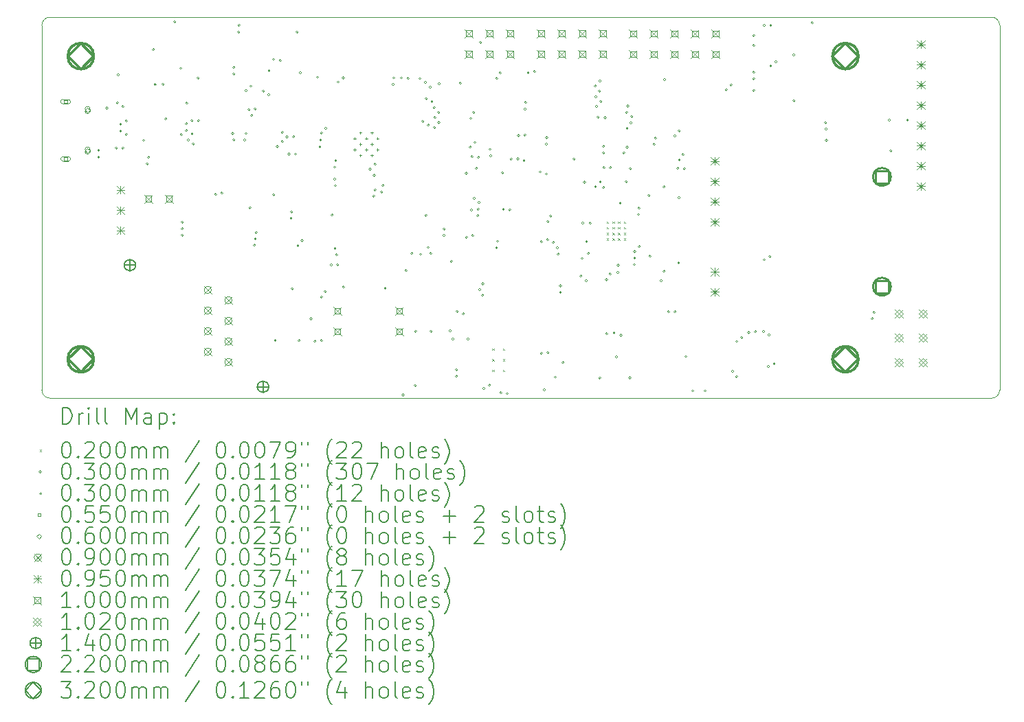
<source format=gbr>
%TF.GenerationSoftware,KiCad,Pcbnew,8.0.3-8.0.3-0~ubuntu22.04.1*%
%TF.CreationDate,2024-06-05T12:44:28+02:00*%
%TF.ProjectId,Drawer_Controller_v4,44726177-6572-45f4-936f-6e74726f6c6c,rev?*%
%TF.SameCoordinates,Original*%
%TF.FileFunction,Drillmap*%
%TF.FilePolarity,Positive*%
%FSLAX45Y45*%
G04 Gerber Fmt 4.5, Leading zero omitted, Abs format (unit mm)*
G04 Created by KiCad (PCBNEW 8.0.3-8.0.3-0~ubuntu22.04.1) date 2024-06-05 12:44:28*
%MOMM*%
%LPD*%
G01*
G04 APERTURE LIST*
%ADD10C,0.100000*%
%ADD11C,0.200000*%
%ADD12C,0.102000*%
%ADD13C,0.140000*%
%ADD14C,0.220000*%
%ADD15C,0.320000*%
G04 APERTURE END LIST*
D10*
X10100000Y-10000000D02*
X21700000Y-10000000D01*
X10000000Y-10100000D02*
G75*
G02*
X10100000Y-10000000I100000J0D01*
G01*
X21700000Y-10000000D02*
G75*
G02*
X21800000Y-10100000I0J-100000D01*
G01*
X21800000Y-10100000D02*
X21800000Y-14600000D01*
X10000000Y-10100000D02*
X10000000Y-14600000D01*
X21800000Y-14600000D02*
G75*
G02*
X21700000Y-14700000I-100000J0D01*
G01*
X10100000Y-14700000D02*
X21700000Y-14700000D01*
X10100000Y-14700000D02*
G75*
G02*
X10000000Y-14600000I0J100000D01*
G01*
D11*
D10*
X15550000Y-14090000D02*
X15570000Y-14110000D01*
X15570000Y-14090000D02*
X15550000Y-14110000D01*
X15550000Y-14220000D02*
X15570000Y-14240000D01*
X15570000Y-14220000D02*
X15550000Y-14240000D01*
X15550000Y-14350000D02*
X15570000Y-14370000D01*
X15570000Y-14350000D02*
X15550000Y-14370000D01*
X15680000Y-14090000D02*
X15700000Y-14110000D01*
X15700000Y-14090000D02*
X15680000Y-14110000D01*
X15680000Y-14220000D02*
X15700000Y-14240000D01*
X15700000Y-14220000D02*
X15680000Y-14240000D01*
X15680000Y-14350000D02*
X15700000Y-14370000D01*
X15700000Y-14350000D02*
X15680000Y-14370000D01*
X16960000Y-12520000D02*
X16980000Y-12540000D01*
X16980000Y-12520000D02*
X16960000Y-12540000D01*
X16960000Y-12590000D02*
X16980000Y-12610000D01*
X16980000Y-12590000D02*
X16960000Y-12610000D01*
X16960000Y-12660000D02*
X16980000Y-12680000D01*
X16980000Y-12660000D02*
X16960000Y-12680000D01*
X16960000Y-12730000D02*
X16980000Y-12750000D01*
X16980000Y-12730000D02*
X16960000Y-12750000D01*
X17030000Y-12520000D02*
X17050000Y-12540000D01*
X17050000Y-12520000D02*
X17030000Y-12540000D01*
X17030000Y-12590000D02*
X17050000Y-12610000D01*
X17050000Y-12590000D02*
X17030000Y-12610000D01*
X17030000Y-12660000D02*
X17050000Y-12680000D01*
X17050000Y-12660000D02*
X17030000Y-12680000D01*
X17030000Y-12730000D02*
X17050000Y-12750000D01*
X17050000Y-12730000D02*
X17030000Y-12750000D01*
X17100000Y-12520000D02*
X17120000Y-12540000D01*
X17120000Y-12520000D02*
X17100000Y-12540000D01*
X17100000Y-12590000D02*
X17120000Y-12610000D01*
X17120000Y-12590000D02*
X17100000Y-12610000D01*
X17100000Y-12660000D02*
X17120000Y-12680000D01*
X17120000Y-12660000D02*
X17100000Y-12680000D01*
X17100000Y-12730000D02*
X17120000Y-12750000D01*
X17120000Y-12730000D02*
X17100000Y-12750000D01*
X17170000Y-12520000D02*
X17190000Y-12540000D01*
X17190000Y-12520000D02*
X17170000Y-12540000D01*
X17170000Y-12590000D02*
X17190000Y-12610000D01*
X17190000Y-12590000D02*
X17170000Y-12610000D01*
X17170000Y-12660000D02*
X17190000Y-12680000D01*
X17190000Y-12660000D02*
X17170000Y-12680000D01*
X17170000Y-12730000D02*
X17190000Y-12750000D01*
X17190000Y-12730000D02*
X17170000Y-12750000D01*
X10715000Y-11642500D02*
G75*
G02*
X10685000Y-11642500I-15000J0D01*
G01*
X10685000Y-11642500D02*
G75*
G02*
X10715000Y-11642500I15000J0D01*
G01*
X10715000Y-11727500D02*
G75*
G02*
X10685000Y-11727500I-15000J0D01*
G01*
X10685000Y-11727500D02*
G75*
G02*
X10715000Y-11727500I15000J0D01*
G01*
X10815000Y-11122500D02*
G75*
G02*
X10785000Y-11122500I-15000J0D01*
G01*
X10785000Y-11122500D02*
G75*
G02*
X10815000Y-11122500I15000J0D01*
G01*
X10932500Y-11615587D02*
G75*
G02*
X10902500Y-11615587I-15000J0D01*
G01*
X10902500Y-11615587D02*
G75*
G02*
X10932500Y-11615587I15000J0D01*
G01*
X10946186Y-11055805D02*
G75*
G02*
X10916186Y-11055805I-15000J0D01*
G01*
X10916186Y-11055805D02*
G75*
G02*
X10946186Y-11055805I15000J0D01*
G01*
X10955000Y-10710000D02*
G75*
G02*
X10925000Y-10710000I-15000J0D01*
G01*
X10925000Y-10710000D02*
G75*
G02*
X10955000Y-10710000I15000J0D01*
G01*
X10985838Y-11320750D02*
G75*
G02*
X10955838Y-11320750I-15000J0D01*
G01*
X10955838Y-11320750D02*
G75*
G02*
X10985838Y-11320750I15000J0D01*
G01*
X10985838Y-11405750D02*
G75*
G02*
X10955838Y-11405750I-15000J0D01*
G01*
X10955838Y-11405750D02*
G75*
G02*
X10985838Y-11405750I15000J0D01*
G01*
X11011709Y-11101705D02*
G75*
G02*
X10981709Y-11101705I-15000J0D01*
G01*
X10981709Y-11101705D02*
G75*
G02*
X11011709Y-11101705I15000J0D01*
G01*
X11012495Y-11614693D02*
G75*
G02*
X10982495Y-11614693I-15000J0D01*
G01*
X10982495Y-11614693D02*
G75*
G02*
X11012495Y-11614693I15000J0D01*
G01*
X11055845Y-11280750D02*
G75*
G02*
X11025845Y-11280750I-15000J0D01*
G01*
X11025845Y-11280750D02*
G75*
G02*
X11055845Y-11280750I15000J0D01*
G01*
X11056484Y-11445750D02*
G75*
G02*
X11026484Y-11445750I-15000J0D01*
G01*
X11026484Y-11445750D02*
G75*
G02*
X11056484Y-11445750I15000J0D01*
G01*
X11270000Y-11520000D02*
G75*
G02*
X11240000Y-11520000I-15000J0D01*
G01*
X11240000Y-11520000D02*
G75*
G02*
X11270000Y-11520000I15000J0D01*
G01*
X11313684Y-11808319D02*
G75*
G02*
X11283684Y-11808319I-15000J0D01*
G01*
X11283684Y-11808319D02*
G75*
G02*
X11313684Y-11808319I15000J0D01*
G01*
X11330000Y-11730000D02*
G75*
G02*
X11300000Y-11730000I-15000J0D01*
G01*
X11300000Y-11730000D02*
G75*
G02*
X11330000Y-11730000I15000J0D01*
G01*
X11390000Y-10400000D02*
G75*
G02*
X11360000Y-10400000I-15000J0D01*
G01*
X11360000Y-10400000D02*
G75*
G02*
X11390000Y-10400000I15000J0D01*
G01*
X11410000Y-10830000D02*
G75*
G02*
X11380000Y-10830000I-15000J0D01*
G01*
X11380000Y-10830000D02*
G75*
G02*
X11410000Y-10830000I15000J0D01*
G01*
X11508460Y-10827000D02*
G75*
G02*
X11478460Y-10827000I-15000J0D01*
G01*
X11478460Y-10827000D02*
G75*
G02*
X11508460Y-10827000I15000J0D01*
G01*
X11540000Y-11255000D02*
G75*
G02*
X11510000Y-11255000I-15000J0D01*
G01*
X11510000Y-11255000D02*
G75*
G02*
X11540000Y-11255000I15000J0D01*
G01*
X11652500Y-10057500D02*
G75*
G02*
X11622500Y-10057500I-15000J0D01*
G01*
X11622500Y-10057500D02*
G75*
G02*
X11652500Y-10057500I15000J0D01*
G01*
X11725000Y-10630000D02*
G75*
G02*
X11695000Y-10630000I-15000J0D01*
G01*
X11695000Y-10630000D02*
G75*
G02*
X11725000Y-10630000I15000J0D01*
G01*
X11732112Y-11449449D02*
G75*
G02*
X11702112Y-11449449I-15000J0D01*
G01*
X11702112Y-11449449D02*
G75*
G02*
X11732112Y-11449449I15000J0D01*
G01*
X11745000Y-12530000D02*
G75*
G02*
X11715000Y-12530000I-15000J0D01*
G01*
X11715000Y-12530000D02*
G75*
G02*
X11745000Y-12530000I15000J0D01*
G01*
X11745000Y-12610000D02*
G75*
G02*
X11715000Y-12610000I-15000J0D01*
G01*
X11715000Y-12610000D02*
G75*
G02*
X11745000Y-12610000I15000J0D01*
G01*
X11745000Y-12690000D02*
G75*
G02*
X11715000Y-12690000I-15000J0D01*
G01*
X11715000Y-12690000D02*
G75*
G02*
X11745000Y-12690000I15000J0D01*
G01*
X11795000Y-11315000D02*
G75*
G02*
X11765000Y-11315000I-15000J0D01*
G01*
X11765000Y-11315000D02*
G75*
G02*
X11795000Y-11315000I15000J0D01*
G01*
X11795000Y-11400000D02*
G75*
G02*
X11765000Y-11400000I-15000J0D01*
G01*
X11765000Y-11400000D02*
G75*
G02*
X11795000Y-11400000I15000J0D01*
G01*
X11800000Y-11060000D02*
G75*
G02*
X11770000Y-11060000I-15000J0D01*
G01*
X11770000Y-11060000D02*
G75*
G02*
X11800000Y-11060000I15000J0D01*
G01*
X11817530Y-11515024D02*
G75*
G02*
X11787530Y-11515024I-15000J0D01*
G01*
X11787530Y-11515024D02*
G75*
G02*
X11817530Y-11515024I15000J0D01*
G01*
X11864102Y-11274690D02*
G75*
G02*
X11834102Y-11274690I-15000J0D01*
G01*
X11834102Y-11274690D02*
G75*
G02*
X11864102Y-11274690I15000J0D01*
G01*
X11865710Y-11437418D02*
G75*
G02*
X11835710Y-11437418I-15000J0D01*
G01*
X11835710Y-11437418D02*
G75*
G02*
X11865710Y-11437418I15000J0D01*
G01*
X11880000Y-11565000D02*
G75*
G02*
X11850000Y-11565000I-15000J0D01*
G01*
X11850000Y-11565000D02*
G75*
G02*
X11880000Y-11565000I15000J0D01*
G01*
X11940000Y-10750000D02*
G75*
G02*
X11910000Y-10750000I-15000J0D01*
G01*
X11910000Y-10750000D02*
G75*
G02*
X11940000Y-10750000I15000J0D01*
G01*
X11944102Y-11275097D02*
G75*
G02*
X11914102Y-11275097I-15000J0D01*
G01*
X11914102Y-11275097D02*
G75*
G02*
X11944102Y-11275097I15000J0D01*
G01*
X12155000Y-12185000D02*
G75*
G02*
X12125000Y-12185000I-15000J0D01*
G01*
X12125000Y-12185000D02*
G75*
G02*
X12155000Y-12185000I15000J0D01*
G01*
X12233447Y-12169311D02*
G75*
G02*
X12203447Y-12169311I-15000J0D01*
G01*
X12203447Y-12169311D02*
G75*
G02*
X12233447Y-12169311I15000J0D01*
G01*
X12365000Y-11435000D02*
G75*
G02*
X12335000Y-11435000I-15000J0D01*
G01*
X12335000Y-11435000D02*
G75*
G02*
X12365000Y-11435000I15000J0D01*
G01*
X12380000Y-10620000D02*
G75*
G02*
X12350000Y-10620000I-15000J0D01*
G01*
X12350000Y-10620000D02*
G75*
G02*
X12380000Y-10620000I15000J0D01*
G01*
X12380000Y-10700000D02*
G75*
G02*
X12350000Y-10700000I-15000J0D01*
G01*
X12350000Y-10700000D02*
G75*
G02*
X12380000Y-10700000I15000J0D01*
G01*
X12381762Y-11513224D02*
G75*
G02*
X12351762Y-11513224I-15000J0D01*
G01*
X12351762Y-11513224D02*
G75*
G02*
X12381762Y-11513224I15000J0D01*
G01*
X12438750Y-10182500D02*
G75*
G02*
X12408750Y-10182500I-15000J0D01*
G01*
X12408750Y-10182500D02*
G75*
G02*
X12438750Y-10182500I15000J0D01*
G01*
X12443750Y-10097500D02*
G75*
G02*
X12413750Y-10097500I-15000J0D01*
G01*
X12413750Y-10097500D02*
G75*
G02*
X12443750Y-10097500I15000J0D01*
G01*
X12514000Y-11513384D02*
G75*
G02*
X12484000Y-11513384I-15000J0D01*
G01*
X12484000Y-11513384D02*
G75*
G02*
X12514000Y-11513384I15000J0D01*
G01*
X12530000Y-10905000D02*
G75*
G02*
X12500000Y-10905000I-15000J0D01*
G01*
X12500000Y-10905000D02*
G75*
G02*
X12530000Y-10905000I15000J0D01*
G01*
X12530000Y-11435000D02*
G75*
G02*
X12500000Y-11435000I-15000J0D01*
G01*
X12500000Y-11435000D02*
G75*
G02*
X12530000Y-11435000I15000J0D01*
G01*
X12565000Y-11140000D02*
G75*
G02*
X12535000Y-11140000I-15000J0D01*
G01*
X12535000Y-11140000D02*
G75*
G02*
X12565000Y-11140000I15000J0D01*
G01*
X12580000Y-12350000D02*
G75*
G02*
X12550000Y-12350000I-15000J0D01*
G01*
X12550000Y-12350000D02*
G75*
G02*
X12580000Y-12350000I15000J0D01*
G01*
X12589464Y-10851483D02*
G75*
G02*
X12559464Y-10851483I-15000J0D01*
G01*
X12559464Y-10851483D02*
G75*
G02*
X12589464Y-10851483I15000J0D01*
G01*
X12600993Y-11211446D02*
G75*
G02*
X12570993Y-11211446I-15000J0D01*
G01*
X12570993Y-11211446D02*
G75*
G02*
X12600993Y-11211446I15000J0D01*
G01*
X12633353Y-12813526D02*
G75*
G02*
X12603353Y-12813526I-15000J0D01*
G01*
X12603353Y-12813526D02*
G75*
G02*
X12633353Y-12813526I15000J0D01*
G01*
X12643686Y-12734196D02*
G75*
G02*
X12613686Y-12734196I-15000J0D01*
G01*
X12613686Y-12734196D02*
G75*
G02*
X12643686Y-12734196I15000J0D01*
G01*
X12644603Y-11132040D02*
G75*
G02*
X12614603Y-11132040I-15000J0D01*
G01*
X12614603Y-11132040D02*
G75*
G02*
X12644603Y-11132040I15000J0D01*
G01*
X12655000Y-12655000D02*
G75*
G02*
X12625000Y-12655000I-15000J0D01*
G01*
X12625000Y-12655000D02*
G75*
G02*
X12655000Y-12655000I15000J0D01*
G01*
X12743436Y-10910624D02*
G75*
G02*
X12713436Y-10910624I-15000J0D01*
G01*
X12713436Y-10910624D02*
G75*
G02*
X12743436Y-10910624I15000J0D01*
G01*
X12810000Y-10955000D02*
G75*
G02*
X12780000Y-10955000I-15000J0D01*
G01*
X12780000Y-10955000D02*
G75*
G02*
X12810000Y-10955000I15000J0D01*
G01*
X12814219Y-10659219D02*
G75*
G02*
X12784219Y-10659219I-15000J0D01*
G01*
X12784219Y-10659219D02*
G75*
G02*
X12814219Y-10659219I15000J0D01*
G01*
X12870000Y-10520000D02*
G75*
G02*
X12840000Y-10520000I-15000J0D01*
G01*
X12840000Y-10520000D02*
G75*
G02*
X12870000Y-10520000I15000J0D01*
G01*
X12870000Y-12190000D02*
G75*
G02*
X12840000Y-12190000I-15000J0D01*
G01*
X12840000Y-12190000D02*
G75*
G02*
X12870000Y-12190000I15000J0D01*
G01*
X12890000Y-13987500D02*
G75*
G02*
X12860000Y-13987500I-15000J0D01*
G01*
X12860000Y-13987500D02*
G75*
G02*
X12890000Y-13987500I15000J0D01*
G01*
X12915000Y-11595000D02*
G75*
G02*
X12885000Y-11595000I-15000J0D01*
G01*
X12885000Y-11595000D02*
G75*
G02*
X12915000Y-11595000I15000J0D01*
G01*
X12951500Y-10536500D02*
G75*
G02*
X12921500Y-10536500I-15000J0D01*
G01*
X12921500Y-10536500D02*
G75*
G02*
X12951500Y-10536500I15000J0D01*
G01*
X12977053Y-11536000D02*
G75*
G02*
X12947053Y-11536000I-15000J0D01*
G01*
X12947053Y-11536000D02*
G75*
G02*
X12977053Y-11536000I15000J0D01*
G01*
X12977500Y-11420000D02*
G75*
G02*
X12947500Y-11420000I-15000J0D01*
G01*
X12947500Y-11420000D02*
G75*
G02*
X12977500Y-11420000I15000J0D01*
G01*
X13035005Y-11475902D02*
G75*
G02*
X13005005Y-11475902I-15000J0D01*
G01*
X13005005Y-11475902D02*
G75*
G02*
X13035005Y-11475902I15000J0D01*
G01*
X13059591Y-11686970D02*
G75*
G02*
X13029591Y-11686970I-15000J0D01*
G01*
X13029591Y-11686970D02*
G75*
G02*
X13059591Y-11686970I15000J0D01*
G01*
X13085000Y-12480000D02*
G75*
G02*
X13055000Y-12480000I-15000J0D01*
G01*
X13055000Y-12480000D02*
G75*
G02*
X13085000Y-12480000I15000J0D01*
G01*
X13091136Y-12400235D02*
G75*
G02*
X13061136Y-12400235I-15000J0D01*
G01*
X13061136Y-12400235D02*
G75*
G02*
X13091136Y-12400235I15000J0D01*
G01*
X13100000Y-13350000D02*
G75*
G02*
X13070000Y-13350000I-15000J0D01*
G01*
X13070000Y-13350000D02*
G75*
G02*
X13100000Y-13350000I15000J0D01*
G01*
X13115000Y-11475000D02*
G75*
G02*
X13085000Y-11475000I-15000J0D01*
G01*
X13085000Y-11475000D02*
G75*
G02*
X13115000Y-11475000I15000J0D01*
G01*
X13140000Y-11690000D02*
G75*
G02*
X13110000Y-11690000I-15000J0D01*
G01*
X13110000Y-11690000D02*
G75*
G02*
X13140000Y-11690000I15000J0D01*
G01*
X13160000Y-10185000D02*
G75*
G02*
X13130000Y-10185000I-15000J0D01*
G01*
X13130000Y-10185000D02*
G75*
G02*
X13160000Y-10185000I15000J0D01*
G01*
X13170024Y-12817470D02*
G75*
G02*
X13140024Y-12817470I-15000J0D01*
G01*
X13140024Y-12817470D02*
G75*
G02*
X13170024Y-12817470I15000J0D01*
G01*
X13185000Y-13990000D02*
G75*
G02*
X13155000Y-13990000I-15000J0D01*
G01*
X13155000Y-13990000D02*
G75*
G02*
X13185000Y-13990000I15000J0D01*
G01*
X13200000Y-10685000D02*
G75*
G02*
X13170000Y-10685000I-15000J0D01*
G01*
X13170000Y-10685000D02*
G75*
G02*
X13200000Y-10685000I15000J0D01*
G01*
X13220000Y-12755000D02*
G75*
G02*
X13190000Y-12755000I-15000J0D01*
G01*
X13190000Y-12755000D02*
G75*
G02*
X13220000Y-12755000I15000J0D01*
G01*
X13330000Y-13720000D02*
G75*
G02*
X13300000Y-13720000I-15000J0D01*
G01*
X13300000Y-13720000D02*
G75*
G02*
X13330000Y-13720000I15000J0D01*
G01*
X13380082Y-13996924D02*
G75*
G02*
X13350082Y-13996924I-15000J0D01*
G01*
X13350082Y-13996924D02*
G75*
G02*
X13380082Y-13996924I15000J0D01*
G01*
X13410000Y-10741000D02*
G75*
G02*
X13380000Y-10741000I-15000J0D01*
G01*
X13380000Y-10741000D02*
G75*
G02*
X13410000Y-10741000I15000J0D01*
G01*
X13440000Y-11600000D02*
G75*
G02*
X13410000Y-11600000I-15000J0D01*
G01*
X13410000Y-11600000D02*
G75*
G02*
X13440000Y-11600000I15000J0D01*
G01*
X13450000Y-11515000D02*
G75*
G02*
X13420000Y-11515000I-15000J0D01*
G01*
X13420000Y-11515000D02*
G75*
G02*
X13450000Y-11515000I15000J0D01*
G01*
X13460000Y-11430000D02*
G75*
G02*
X13430000Y-11430000I-15000J0D01*
G01*
X13430000Y-11430000D02*
G75*
G02*
X13460000Y-11430000I15000J0D01*
G01*
X13460000Y-13450000D02*
G75*
G02*
X13430000Y-13450000I-15000J0D01*
G01*
X13430000Y-13450000D02*
G75*
G02*
X13460000Y-13450000I15000J0D01*
G01*
X13460000Y-13990000D02*
G75*
G02*
X13430000Y-13990000I-15000J0D01*
G01*
X13430000Y-13990000D02*
G75*
G02*
X13460000Y-13990000I15000J0D01*
G01*
X13505877Y-13384461D02*
G75*
G02*
X13475877Y-13384461I-15000J0D01*
G01*
X13475877Y-13384461D02*
G75*
G02*
X13505877Y-13384461I15000J0D01*
G01*
X13513517Y-11370536D02*
G75*
G02*
X13483517Y-11370536I-15000J0D01*
G01*
X13483517Y-11370536D02*
G75*
G02*
X13513517Y-11370536I15000J0D01*
G01*
X13580000Y-13055000D02*
G75*
G02*
X13550000Y-13055000I-15000J0D01*
G01*
X13550000Y-13055000D02*
G75*
G02*
X13580000Y-13055000I15000J0D01*
G01*
X13590000Y-12440000D02*
G75*
G02*
X13560000Y-12440000I-15000J0D01*
G01*
X13560000Y-12440000D02*
G75*
G02*
X13590000Y-12440000I15000J0D01*
G01*
X13624000Y-11849240D02*
G75*
G02*
X13594000Y-11849240I-15000J0D01*
G01*
X13594000Y-11849240D02*
G75*
G02*
X13624000Y-11849240I15000J0D01*
G01*
X13624000Y-11997548D02*
G75*
G02*
X13594000Y-11997548I-15000J0D01*
G01*
X13594000Y-11997548D02*
G75*
G02*
X13624000Y-11997548I15000J0D01*
G01*
X13625597Y-12852388D02*
G75*
G02*
X13595597Y-12852388I-15000J0D01*
G01*
X13595597Y-12852388D02*
G75*
G02*
X13625597Y-12852388I15000J0D01*
G01*
X13631303Y-12077214D02*
G75*
G02*
X13601303Y-12077214I-15000J0D01*
G01*
X13601303Y-12077214D02*
G75*
G02*
X13631303Y-12077214I15000J0D01*
G01*
X13635000Y-11770000D02*
G75*
G02*
X13605000Y-11770000I-15000J0D01*
G01*
X13605000Y-11770000D02*
G75*
G02*
X13635000Y-11770000I15000J0D01*
G01*
X13645000Y-12930000D02*
G75*
G02*
X13615000Y-12930000I-15000J0D01*
G01*
X13615000Y-12930000D02*
G75*
G02*
X13645000Y-12930000I15000J0D01*
G01*
X13660000Y-13055000D02*
G75*
G02*
X13630000Y-13055000I-15000J0D01*
G01*
X13630000Y-13055000D02*
G75*
G02*
X13660000Y-13055000I15000J0D01*
G01*
X13665000Y-10800000D02*
G75*
G02*
X13635000Y-10800000I-15000J0D01*
G01*
X13635000Y-10800000D02*
G75*
G02*
X13665000Y-10800000I15000J0D01*
G01*
X13726636Y-10749000D02*
G75*
G02*
X13696636Y-10749000I-15000J0D01*
G01*
X13696636Y-10749000D02*
G75*
G02*
X13726636Y-10749000I15000J0D01*
G01*
X13730000Y-13330000D02*
G75*
G02*
X13700000Y-13330000I-15000J0D01*
G01*
X13700000Y-13330000D02*
G75*
G02*
X13730000Y-13330000I15000J0D01*
G01*
X14058542Y-11874000D02*
G75*
G02*
X14028542Y-11874000I-15000J0D01*
G01*
X14028542Y-11874000D02*
G75*
G02*
X14058542Y-11874000I15000J0D01*
G01*
X14102500Y-12207500D02*
G75*
G02*
X14072500Y-12207500I-15000J0D01*
G01*
X14072500Y-12207500D02*
G75*
G02*
X14102500Y-12207500I15000J0D01*
G01*
X14110000Y-11950000D02*
G75*
G02*
X14080000Y-11950000I-15000J0D01*
G01*
X14080000Y-11950000D02*
G75*
G02*
X14110000Y-11950000I15000J0D01*
G01*
X14120000Y-11815000D02*
G75*
G02*
X14090000Y-11815000I-15000J0D01*
G01*
X14090000Y-11815000D02*
G75*
G02*
X14120000Y-11815000I15000J0D01*
G01*
X14120121Y-12129464D02*
G75*
G02*
X14090121Y-12129464I-15000J0D01*
G01*
X14090121Y-12129464D02*
G75*
G02*
X14120121Y-12129464I15000J0D01*
G01*
X14200000Y-12155000D02*
G75*
G02*
X14170000Y-12155000I-15000J0D01*
G01*
X14170000Y-12155000D02*
G75*
G02*
X14200000Y-12155000I15000J0D01*
G01*
X14217989Y-12077048D02*
G75*
G02*
X14187989Y-12077048I-15000J0D01*
G01*
X14187989Y-12077048D02*
G75*
G02*
X14217989Y-12077048I15000J0D01*
G01*
X14245000Y-13345000D02*
G75*
G02*
X14215000Y-13345000I-15000J0D01*
G01*
X14215000Y-13345000D02*
G75*
G02*
X14245000Y-13345000I15000J0D01*
G01*
X14342885Y-10828683D02*
G75*
G02*
X14312885Y-10828683I-15000J0D01*
G01*
X14312885Y-10828683D02*
G75*
G02*
X14342885Y-10828683I15000J0D01*
G01*
X14350000Y-10749000D02*
G75*
G02*
X14320000Y-10749000I-15000J0D01*
G01*
X14320000Y-10749000D02*
G75*
G02*
X14350000Y-10749000I15000J0D01*
G01*
X14445225Y-10749000D02*
G75*
G02*
X14415225Y-10749000I-15000J0D01*
G01*
X14415225Y-10749000D02*
G75*
G02*
X14445225Y-10749000I15000J0D01*
G01*
X14465000Y-14660000D02*
G75*
G02*
X14435000Y-14660000I-15000J0D01*
G01*
X14435000Y-14660000D02*
G75*
G02*
X14465000Y-14660000I15000J0D01*
G01*
X14500000Y-13125000D02*
G75*
G02*
X14470000Y-13125000I-15000J0D01*
G01*
X14470000Y-13125000D02*
G75*
G02*
X14500000Y-13125000I15000J0D01*
G01*
X14525000Y-10755000D02*
G75*
G02*
X14495000Y-10755000I-15000J0D01*
G01*
X14495000Y-10755000D02*
G75*
G02*
X14525000Y-10755000I15000J0D01*
G01*
X14572500Y-12915000D02*
G75*
G02*
X14542500Y-12915000I-15000J0D01*
G01*
X14542500Y-12915000D02*
G75*
G02*
X14572500Y-12915000I15000J0D01*
G01*
X14615000Y-14545000D02*
G75*
G02*
X14585000Y-14545000I-15000J0D01*
G01*
X14585000Y-14545000D02*
G75*
G02*
X14615000Y-14545000I15000J0D01*
G01*
X14620000Y-13875000D02*
G75*
G02*
X14590000Y-13875000I-15000J0D01*
G01*
X14590000Y-13875000D02*
G75*
G02*
X14620000Y-13875000I15000J0D01*
G01*
X14672500Y-10757500D02*
G75*
G02*
X14642500Y-10757500I-15000J0D01*
G01*
X14642500Y-10757500D02*
G75*
G02*
X14672500Y-10757500I15000J0D01*
G01*
X14680000Y-12925000D02*
G75*
G02*
X14650000Y-12925000I-15000J0D01*
G01*
X14650000Y-12925000D02*
G75*
G02*
X14680000Y-12925000I15000J0D01*
G01*
X14710000Y-11285000D02*
G75*
G02*
X14680000Y-11285000I-15000J0D01*
G01*
X14680000Y-11285000D02*
G75*
G02*
X14710000Y-11285000I15000J0D01*
G01*
X14740000Y-10805000D02*
G75*
G02*
X14710000Y-10805000I-15000J0D01*
G01*
X14710000Y-10805000D02*
G75*
G02*
X14740000Y-10805000I15000J0D01*
G01*
X14745000Y-12445000D02*
G75*
G02*
X14715000Y-12445000I-15000J0D01*
G01*
X14715000Y-12445000D02*
G75*
G02*
X14745000Y-12445000I15000J0D01*
G01*
X14749583Y-11004844D02*
G75*
G02*
X14719583Y-11004844I-15000J0D01*
G01*
X14719583Y-11004844D02*
G75*
G02*
X14749583Y-11004844I15000J0D01*
G01*
X14775000Y-12840838D02*
G75*
G02*
X14745000Y-12840838I-15000J0D01*
G01*
X14745000Y-12840838D02*
G75*
G02*
X14775000Y-12840838I15000J0D01*
G01*
X14775539Y-11330877D02*
G75*
G02*
X14745539Y-11330877I-15000J0D01*
G01*
X14745539Y-11330877D02*
G75*
G02*
X14775539Y-11330877I15000J0D01*
G01*
X14800000Y-10865000D02*
G75*
G02*
X14770000Y-10865000I-15000J0D01*
G01*
X14770000Y-10865000D02*
G75*
G02*
X14800000Y-10865000I15000J0D01*
G01*
X14805000Y-12915000D02*
G75*
G02*
X14775000Y-12915000I-15000J0D01*
G01*
X14775000Y-12915000D02*
G75*
G02*
X14805000Y-12915000I15000J0D01*
G01*
X14810000Y-13875000D02*
G75*
G02*
X14780000Y-13875000I-15000J0D01*
G01*
X14780000Y-13875000D02*
G75*
G02*
X14810000Y-13875000I15000J0D01*
G01*
X14821282Y-11040332D02*
G75*
G02*
X14791282Y-11040332I-15000J0D01*
G01*
X14791282Y-11040332D02*
G75*
G02*
X14821282Y-11040332I15000J0D01*
G01*
X14850000Y-11115000D02*
G75*
G02*
X14820000Y-11115000I-15000J0D01*
G01*
X14820000Y-11115000D02*
G75*
G02*
X14850000Y-11115000I15000J0D01*
G01*
X14851851Y-11359793D02*
G75*
G02*
X14821851Y-11359793I-15000J0D01*
G01*
X14821851Y-11359793D02*
G75*
G02*
X14851851Y-11359793I15000J0D01*
G01*
X14855062Y-11237500D02*
G75*
G02*
X14825062Y-11237500I-15000J0D01*
G01*
X14825062Y-11237500D02*
G75*
G02*
X14855062Y-11237500I15000J0D01*
G01*
X14905000Y-11175000D02*
G75*
G02*
X14875000Y-11175000I-15000J0D01*
G01*
X14875000Y-11175000D02*
G75*
G02*
X14905000Y-11175000I15000J0D01*
G01*
X14905000Y-11300000D02*
G75*
G02*
X14875000Y-11300000I-15000J0D01*
G01*
X14875000Y-11300000D02*
G75*
G02*
X14905000Y-11300000I15000J0D01*
G01*
X14910000Y-10820000D02*
G75*
G02*
X14880000Y-10820000I-15000J0D01*
G01*
X14880000Y-10820000D02*
G75*
G02*
X14910000Y-10820000I15000J0D01*
G01*
X14968951Y-12692493D02*
G75*
G02*
X14938951Y-12692493I-15000J0D01*
G01*
X14938951Y-12692493D02*
G75*
G02*
X14968951Y-12692493I15000J0D01*
G01*
X14970000Y-12612500D02*
G75*
G02*
X14940000Y-12612500I-15000J0D01*
G01*
X14940000Y-12612500D02*
G75*
G02*
X14970000Y-12612500I15000J0D01*
G01*
X15045000Y-13870000D02*
G75*
G02*
X15015000Y-13870000I-15000J0D01*
G01*
X15015000Y-13870000D02*
G75*
G02*
X15045000Y-13870000I15000J0D01*
G01*
X15060000Y-13010000D02*
G75*
G02*
X15030000Y-13010000I-15000J0D01*
G01*
X15030000Y-13010000D02*
G75*
G02*
X15060000Y-13010000I15000J0D01*
G01*
X15077500Y-13970000D02*
G75*
G02*
X15047500Y-13970000I-15000J0D01*
G01*
X15047500Y-13970000D02*
G75*
G02*
X15077500Y-13970000I15000J0D01*
G01*
X15125000Y-14350000D02*
G75*
G02*
X15095000Y-14350000I-15000J0D01*
G01*
X15095000Y-14350000D02*
G75*
G02*
X15125000Y-14350000I15000J0D01*
G01*
X15125000Y-14430000D02*
G75*
G02*
X15095000Y-14430000I-15000J0D01*
G01*
X15095000Y-14430000D02*
G75*
G02*
X15125000Y-14430000I15000J0D01*
G01*
X15132500Y-13630000D02*
G75*
G02*
X15102500Y-13630000I-15000J0D01*
G01*
X15102500Y-13630000D02*
G75*
G02*
X15132500Y-13630000I15000J0D01*
G01*
X15170000Y-10815000D02*
G75*
G02*
X15140000Y-10815000I-15000J0D01*
G01*
X15140000Y-10815000D02*
G75*
G02*
X15170000Y-10815000I15000J0D01*
G01*
X15206960Y-13659252D02*
G75*
G02*
X15176960Y-13659252I-15000J0D01*
G01*
X15176960Y-13659252D02*
G75*
G02*
X15206960Y-13659252I15000J0D01*
G01*
X15245000Y-11925000D02*
G75*
G02*
X15215000Y-11925000I-15000J0D01*
G01*
X15215000Y-11925000D02*
G75*
G02*
X15245000Y-11925000I15000J0D01*
G01*
X15245000Y-12715000D02*
G75*
G02*
X15215000Y-12715000I-15000J0D01*
G01*
X15215000Y-12715000D02*
G75*
G02*
X15245000Y-12715000I15000J0D01*
G01*
X15265000Y-13972500D02*
G75*
G02*
X15235000Y-13972500I-15000J0D01*
G01*
X15235000Y-13972500D02*
G75*
G02*
X15265000Y-13972500I15000J0D01*
G01*
X15293431Y-11601569D02*
G75*
G02*
X15263431Y-11601569I-15000J0D01*
G01*
X15263431Y-11601569D02*
G75*
G02*
X15293431Y-11601569I15000J0D01*
G01*
X15300000Y-11247500D02*
G75*
G02*
X15270000Y-11247500I-15000J0D01*
G01*
X15270000Y-11247500D02*
G75*
G02*
X15300000Y-11247500I15000J0D01*
G01*
X15309254Y-12378693D02*
G75*
G02*
X15279254Y-12378693I-15000J0D01*
G01*
X15279254Y-12378693D02*
G75*
G02*
X15309254Y-12378693I15000J0D01*
G01*
X15315000Y-11720000D02*
G75*
G02*
X15285000Y-11720000I-15000J0D01*
G01*
X15285000Y-11720000D02*
G75*
G02*
X15315000Y-11720000I15000J0D01*
G01*
X15321922Y-12693022D02*
G75*
G02*
X15291922Y-12693022I-15000J0D01*
G01*
X15291922Y-12693022D02*
G75*
G02*
X15321922Y-12693022I15000J0D01*
G01*
X15335777Y-11175946D02*
G75*
G02*
X15305777Y-11175946I-15000J0D01*
G01*
X15305777Y-11175946D02*
G75*
G02*
X15335777Y-11175946I15000J0D01*
G01*
X15340000Y-12235000D02*
G75*
G02*
X15310000Y-12235000I-15000J0D01*
G01*
X15310000Y-12235000D02*
G75*
G02*
X15340000Y-12235000I15000J0D01*
G01*
X15350000Y-11545000D02*
G75*
G02*
X15320000Y-11545000I-15000J0D01*
G01*
X15320000Y-11545000D02*
G75*
G02*
X15350000Y-11545000I15000J0D01*
G01*
X15370000Y-11865000D02*
G75*
G02*
X15340000Y-11865000I-15000J0D01*
G01*
X15340000Y-11865000D02*
G75*
G02*
X15370000Y-11865000I15000J0D01*
G01*
X15385511Y-12448949D02*
G75*
G02*
X15355511Y-12448949I-15000J0D01*
G01*
X15355511Y-12448949D02*
G75*
G02*
X15385511Y-12448949I15000J0D01*
G01*
X15390000Y-12368073D02*
G75*
G02*
X15360000Y-12368073I-15000J0D01*
G01*
X15360000Y-12368073D02*
G75*
G02*
X15390000Y-12368073I15000J0D01*
G01*
X15394240Y-11731000D02*
G75*
G02*
X15364240Y-11731000I-15000J0D01*
G01*
X15364240Y-11731000D02*
G75*
G02*
X15394240Y-11731000I15000J0D01*
G01*
X15401917Y-12285659D02*
G75*
G02*
X15371917Y-12285659I-15000J0D01*
G01*
X15371917Y-12285659D02*
G75*
G02*
X15401917Y-12285659I15000J0D01*
G01*
X15410000Y-13360000D02*
G75*
G02*
X15380000Y-13360000I-15000J0D01*
G01*
X15380000Y-13360000D02*
G75*
G02*
X15410000Y-13360000I15000J0D01*
G01*
X15420000Y-10310000D02*
G75*
G02*
X15390000Y-10310000I-15000J0D01*
G01*
X15390000Y-10310000D02*
G75*
G02*
X15420000Y-10310000I15000J0D01*
G01*
X15445777Y-13288446D02*
G75*
G02*
X15415777Y-13288446I-15000J0D01*
G01*
X15415777Y-13288446D02*
G75*
G02*
X15445777Y-13288446I15000J0D01*
G01*
X15445777Y-13431554D02*
G75*
G02*
X15415777Y-13431554I-15000J0D01*
G01*
X15415777Y-13431554D02*
G75*
G02*
X15445777Y-13431554I15000J0D01*
G01*
X15461305Y-14581000D02*
G75*
G02*
X15431305Y-14581000I-15000J0D01*
G01*
X15431305Y-14581000D02*
G75*
G02*
X15461305Y-14581000I15000J0D01*
G01*
X15530000Y-14540000D02*
G75*
G02*
X15500000Y-14540000I-15000J0D01*
G01*
X15500000Y-14540000D02*
G75*
G02*
X15530000Y-14540000I15000J0D01*
G01*
X15537493Y-11629910D02*
G75*
G02*
X15507493Y-11629910I-15000J0D01*
G01*
X15507493Y-11629910D02*
G75*
G02*
X15537493Y-11629910I15000J0D01*
G01*
X15543718Y-11709668D02*
G75*
G02*
X15513718Y-11709668I-15000J0D01*
G01*
X15513718Y-11709668D02*
G75*
G02*
X15543718Y-11709668I15000J0D01*
G01*
X15617099Y-12843953D02*
G75*
G02*
X15587099Y-12843953I-15000J0D01*
G01*
X15587099Y-12843953D02*
G75*
G02*
X15617099Y-12843953I15000J0D01*
G01*
X15619301Y-10756374D02*
G75*
G02*
X15589301Y-10756374I-15000J0D01*
G01*
X15589301Y-10756374D02*
G75*
G02*
X15619301Y-10756374I15000J0D01*
G01*
X15630000Y-12765000D02*
G75*
G02*
X15600000Y-12765000I-15000J0D01*
G01*
X15600000Y-12765000D02*
G75*
G02*
X15630000Y-12765000I15000J0D01*
G01*
X15660000Y-10687500D02*
G75*
G02*
X15630000Y-10687500I-15000J0D01*
G01*
X15630000Y-10687500D02*
G75*
G02*
X15660000Y-10687500I15000J0D01*
G01*
X15668957Y-14632298D02*
G75*
G02*
X15638957Y-14632298I-15000J0D01*
G01*
X15638957Y-14632298D02*
G75*
G02*
X15668957Y-14632298I15000J0D01*
G01*
X15690624Y-11918436D02*
G75*
G02*
X15660624Y-11918436I-15000J0D01*
G01*
X15660624Y-11918436D02*
G75*
G02*
X15690624Y-11918436I15000J0D01*
G01*
X15700000Y-12370000D02*
G75*
G02*
X15670000Y-12370000I-15000J0D01*
G01*
X15670000Y-12370000D02*
G75*
G02*
X15700000Y-12370000I15000J0D01*
G01*
X15747969Y-14644834D02*
G75*
G02*
X15717969Y-14644834I-15000J0D01*
G01*
X15717969Y-14644834D02*
G75*
G02*
X15747969Y-14644834I15000J0D01*
G01*
X15779672Y-12377243D02*
G75*
G02*
X15749672Y-12377243I-15000J0D01*
G01*
X15749672Y-12377243D02*
G75*
G02*
X15779672Y-12377243I15000J0D01*
G01*
X15795000Y-11750000D02*
G75*
G02*
X15765000Y-11750000I-15000J0D01*
G01*
X15765000Y-11750000D02*
G75*
G02*
X15795000Y-11750000I15000J0D01*
G01*
X15878811Y-11749692D02*
G75*
G02*
X15848811Y-11749692I-15000J0D01*
G01*
X15848811Y-11749692D02*
G75*
G02*
X15878811Y-11749692I15000J0D01*
G01*
X15886553Y-11459311D02*
G75*
G02*
X15856553Y-11459311I-15000J0D01*
G01*
X15856553Y-11459311D02*
G75*
G02*
X15886553Y-11459311I15000J0D01*
G01*
X15956256Y-11769749D02*
G75*
G02*
X15926256Y-11769749I-15000J0D01*
G01*
X15926256Y-11769749D02*
G75*
G02*
X15956256Y-11769749I15000J0D01*
G01*
X15966369Y-11453888D02*
G75*
G02*
X15936369Y-11453888I-15000J0D01*
G01*
X15936369Y-11453888D02*
G75*
G02*
X15966369Y-11453888I15000J0D01*
G01*
X15967500Y-11132500D02*
G75*
G02*
X15937500Y-11132500I-15000J0D01*
G01*
X15937500Y-11132500D02*
G75*
G02*
X15967500Y-11132500I15000J0D01*
G01*
X15973880Y-11052755D02*
G75*
G02*
X15943880Y-11052755I-15000J0D01*
G01*
X15943880Y-11052755D02*
G75*
G02*
X15973880Y-11052755I15000J0D01*
G01*
X16005000Y-10685000D02*
G75*
G02*
X15975000Y-10685000I-15000J0D01*
G01*
X15975000Y-10685000D02*
G75*
G02*
X16005000Y-10685000I15000J0D01*
G01*
X16083587Y-10670031D02*
G75*
G02*
X16053587Y-10670031I-15000J0D01*
G01*
X16053587Y-10670031D02*
G75*
G02*
X16083587Y-10670031I15000J0D01*
G01*
X16154816Y-11907660D02*
G75*
G02*
X16124816Y-11907660I-15000J0D01*
G01*
X16124816Y-11907660D02*
G75*
G02*
X16154816Y-11907660I15000J0D01*
G01*
X16169164Y-12772111D02*
G75*
G02*
X16139164Y-12772111I-15000J0D01*
G01*
X16139164Y-12772111D02*
G75*
G02*
X16169164Y-12772111I15000J0D01*
G01*
X16170000Y-14145000D02*
G75*
G02*
X16140000Y-14145000I-15000J0D01*
G01*
X16140000Y-14145000D02*
G75*
G02*
X16170000Y-14145000I15000J0D01*
G01*
X16205000Y-14595000D02*
G75*
G02*
X16175000Y-14595000I-15000J0D01*
G01*
X16175000Y-14595000D02*
G75*
G02*
X16205000Y-14595000I15000J0D01*
G01*
X16230000Y-11565000D02*
G75*
G02*
X16200000Y-11565000I-15000J0D01*
G01*
X16200000Y-11565000D02*
G75*
G02*
X16230000Y-11565000I15000J0D01*
G01*
X16230000Y-11935000D02*
G75*
G02*
X16200000Y-11935000I-15000J0D01*
G01*
X16200000Y-11935000D02*
G75*
G02*
X16230000Y-11935000I15000J0D01*
G01*
X16236725Y-11485283D02*
G75*
G02*
X16206725Y-11485283I-15000J0D01*
G01*
X16206725Y-11485283D02*
G75*
G02*
X16236725Y-11485283I15000J0D01*
G01*
X16244393Y-12744897D02*
G75*
G02*
X16214393Y-12744897I-15000J0D01*
G01*
X16214393Y-12744897D02*
G75*
G02*
X16244393Y-12744897I15000J0D01*
G01*
X16249724Y-14138356D02*
G75*
G02*
X16219724Y-14138356I-15000J0D01*
G01*
X16219724Y-14138356D02*
G75*
G02*
X16249724Y-14138356I15000J0D01*
G01*
X16250000Y-12520000D02*
G75*
G02*
X16220000Y-12520000I-15000J0D01*
G01*
X16220000Y-12520000D02*
G75*
G02*
X16250000Y-12520000I15000J0D01*
G01*
X16282500Y-12452500D02*
G75*
G02*
X16252500Y-12452500I-15000J0D01*
G01*
X16252500Y-12452500D02*
G75*
G02*
X16282500Y-12452500I15000J0D01*
G01*
X16316484Y-12779582D02*
G75*
G02*
X16286484Y-12779582I-15000J0D01*
G01*
X16286484Y-12779582D02*
G75*
G02*
X16316484Y-12779582I15000J0D01*
G01*
X16340000Y-14440000D02*
G75*
G02*
X16310000Y-14440000I-15000J0D01*
G01*
X16310000Y-14440000D02*
G75*
G02*
X16340000Y-14440000I15000J0D01*
G01*
X16365000Y-12843192D02*
G75*
G02*
X16335000Y-12843192I-15000J0D01*
G01*
X16335000Y-12843192D02*
G75*
G02*
X16365000Y-12843192I15000J0D01*
G01*
X16376034Y-12922427D02*
G75*
G02*
X16346034Y-12922427I-15000J0D01*
G01*
X16346034Y-12922427D02*
G75*
G02*
X16376034Y-12922427I15000J0D01*
G01*
X16403834Y-13315489D02*
G75*
G02*
X16373834Y-13315489I-15000J0D01*
G01*
X16373834Y-13315489D02*
G75*
G02*
X16403834Y-13315489I15000J0D01*
G01*
X16404613Y-13395485D02*
G75*
G02*
X16374613Y-13395485I-15000J0D01*
G01*
X16374613Y-13395485D02*
G75*
G02*
X16404613Y-13395485I15000J0D01*
G01*
X16435000Y-14260000D02*
G75*
G02*
X16405000Y-14260000I-15000J0D01*
G01*
X16405000Y-14260000D02*
G75*
G02*
X16435000Y-14260000I15000J0D01*
G01*
X16570310Y-11749000D02*
G75*
G02*
X16540310Y-11749000I-15000J0D01*
G01*
X16540310Y-11749000D02*
G75*
G02*
X16570310Y-11749000I15000J0D01*
G01*
X16655000Y-13195000D02*
G75*
G02*
X16625000Y-13195000I-15000J0D01*
G01*
X16625000Y-13195000D02*
G75*
G02*
X16655000Y-13195000I15000J0D01*
G01*
X16670000Y-12975000D02*
G75*
G02*
X16640000Y-12975000I-15000J0D01*
G01*
X16640000Y-12975000D02*
G75*
G02*
X16670000Y-12975000I15000J0D01*
G01*
X16680000Y-12540000D02*
G75*
G02*
X16650000Y-12540000I-15000J0D01*
G01*
X16650000Y-12540000D02*
G75*
G02*
X16680000Y-12540000I15000J0D01*
G01*
X16701000Y-12035000D02*
G75*
G02*
X16671000Y-12035000I-15000J0D01*
G01*
X16671000Y-12035000D02*
G75*
G02*
X16701000Y-12035000I15000J0D01*
G01*
X16720000Y-13251000D02*
G75*
G02*
X16690000Y-13251000I-15000J0D01*
G01*
X16690000Y-13251000D02*
G75*
G02*
X16720000Y-13251000I15000J0D01*
G01*
X16726444Y-12769000D02*
G75*
G02*
X16696444Y-12769000I-15000J0D01*
G01*
X16696444Y-12769000D02*
G75*
G02*
X16726444Y-12769000I15000J0D01*
G01*
X16750000Y-12915000D02*
G75*
G02*
X16720000Y-12915000I-15000J0D01*
G01*
X16720000Y-12915000D02*
G75*
G02*
X16750000Y-12915000I15000J0D01*
G01*
X16770000Y-12540000D02*
G75*
G02*
X16740000Y-12540000I-15000J0D01*
G01*
X16740000Y-12540000D02*
G75*
G02*
X16770000Y-12540000I15000J0D01*
G01*
X16835000Y-10847500D02*
G75*
G02*
X16805000Y-10847500I-15000J0D01*
G01*
X16805000Y-10847500D02*
G75*
G02*
X16835000Y-10847500I15000J0D01*
G01*
X16835000Y-12090000D02*
G75*
G02*
X16805000Y-12090000I-15000J0D01*
G01*
X16805000Y-12090000D02*
G75*
G02*
X16835000Y-12090000I15000J0D01*
G01*
X16840000Y-10980000D02*
G75*
G02*
X16810000Y-10980000I-15000J0D01*
G01*
X16810000Y-10980000D02*
G75*
G02*
X16840000Y-10980000I15000J0D01*
G01*
X16850000Y-11100000D02*
G75*
G02*
X16820000Y-11100000I-15000J0D01*
G01*
X16820000Y-11100000D02*
G75*
G02*
X16850000Y-11100000I15000J0D01*
G01*
X16867500Y-11234000D02*
G75*
G02*
X16837500Y-11234000I-15000J0D01*
G01*
X16837500Y-11234000D02*
G75*
G02*
X16867500Y-11234000I15000J0D01*
G01*
X16884893Y-10913783D02*
G75*
G02*
X16854893Y-10913783I-15000J0D01*
G01*
X16854893Y-10913783D02*
G75*
G02*
X16884893Y-10913783I15000J0D01*
G01*
X16890000Y-14450000D02*
G75*
G02*
X16860000Y-14450000I-15000J0D01*
G01*
X16860000Y-14450000D02*
G75*
G02*
X16890000Y-14450000I15000J0D01*
G01*
X16890298Y-10788500D02*
G75*
G02*
X16860298Y-10788500I-15000J0D01*
G01*
X16860298Y-10788500D02*
G75*
G02*
X16890298Y-10788500I15000J0D01*
G01*
X16894000Y-12031305D02*
G75*
G02*
X16864000Y-12031305I-15000J0D01*
G01*
X16864000Y-12031305D02*
G75*
G02*
X16894000Y-12031305I15000J0D01*
G01*
X16901759Y-11039000D02*
G75*
G02*
X16871759Y-11039000I-15000J0D01*
G01*
X16871759Y-11039000D02*
G75*
G02*
X16901759Y-11039000I15000J0D01*
G01*
X16935000Y-11595000D02*
G75*
G02*
X16905000Y-11595000I-15000J0D01*
G01*
X16905000Y-11595000D02*
G75*
G02*
X16935000Y-11595000I15000J0D01*
G01*
X16935000Y-11675000D02*
G75*
G02*
X16905000Y-11675000I-15000J0D01*
G01*
X16905000Y-11675000D02*
G75*
G02*
X16935000Y-11675000I15000J0D01*
G01*
X16935000Y-12100000D02*
G75*
G02*
X16905000Y-12100000I-15000J0D01*
G01*
X16905000Y-12100000D02*
G75*
G02*
X16935000Y-12100000I15000J0D01*
G01*
X16940000Y-11855000D02*
G75*
G02*
X16910000Y-11855000I-15000J0D01*
G01*
X16910000Y-11855000D02*
G75*
G02*
X16940000Y-11855000I15000J0D01*
G01*
X16955000Y-11240000D02*
G75*
G02*
X16925000Y-11240000I-15000J0D01*
G01*
X16925000Y-11240000D02*
G75*
G02*
X16955000Y-11240000I15000J0D01*
G01*
X16971435Y-13236094D02*
G75*
G02*
X16941435Y-13236094I-15000J0D01*
G01*
X16941435Y-13236094D02*
G75*
G02*
X16971435Y-13236094I15000J0D01*
G01*
X16975000Y-13905000D02*
G75*
G02*
X16945000Y-13905000I-15000J0D01*
G01*
X16945000Y-13905000D02*
G75*
G02*
X16975000Y-13905000I15000J0D01*
G01*
X17014661Y-13168777D02*
G75*
G02*
X16984661Y-13168777I-15000J0D01*
G01*
X16984661Y-13168777D02*
G75*
G02*
X17014661Y-13168777I15000J0D01*
G01*
X17020000Y-11855000D02*
G75*
G02*
X16990000Y-11855000I-15000J0D01*
G01*
X16990000Y-11855000D02*
G75*
G02*
X17020000Y-11855000I15000J0D01*
G01*
X17065000Y-13895000D02*
G75*
G02*
X17035000Y-13895000I-15000J0D01*
G01*
X17035000Y-13895000D02*
G75*
G02*
X17065000Y-13895000I15000J0D01*
G01*
X17095000Y-14190000D02*
G75*
G02*
X17065000Y-14190000I-15000J0D01*
G01*
X17065000Y-14190000D02*
G75*
G02*
X17095000Y-14190000I15000J0D01*
G01*
X17110000Y-13150000D02*
G75*
G02*
X17080000Y-13150000I-15000J0D01*
G01*
X17080000Y-13150000D02*
G75*
G02*
X17110000Y-13150000I15000J0D01*
G01*
X17115418Y-13060000D02*
G75*
G02*
X17085418Y-13060000I-15000J0D01*
G01*
X17085418Y-13060000D02*
G75*
G02*
X17115418Y-13060000I15000J0D01*
G01*
X17140000Y-12295000D02*
G75*
G02*
X17110000Y-12295000I-15000J0D01*
G01*
X17110000Y-12295000D02*
G75*
G02*
X17140000Y-12295000I15000J0D01*
G01*
X17150000Y-13925000D02*
G75*
G02*
X17120000Y-13925000I-15000J0D01*
G01*
X17120000Y-13925000D02*
G75*
G02*
X17150000Y-13925000I15000J0D01*
G01*
X17185000Y-11675000D02*
G75*
G02*
X17155000Y-11675000I-15000J0D01*
G01*
X17155000Y-11675000D02*
G75*
G02*
X17185000Y-11675000I15000J0D01*
G01*
X17215000Y-12030000D02*
G75*
G02*
X17185000Y-12030000I-15000J0D01*
G01*
X17185000Y-12030000D02*
G75*
G02*
X17215000Y-12030000I15000J0D01*
G01*
X17220000Y-11175000D02*
G75*
G02*
X17190000Y-11175000I-15000J0D01*
G01*
X17190000Y-11175000D02*
G75*
G02*
X17220000Y-11175000I15000J0D01*
G01*
X17225000Y-11370000D02*
G75*
G02*
X17195000Y-11370000I-15000J0D01*
G01*
X17195000Y-11370000D02*
G75*
G02*
X17225000Y-11370000I15000J0D01*
G01*
X17225000Y-11603689D02*
G75*
G02*
X17195000Y-11603689I-15000J0D01*
G01*
X17195000Y-11603689D02*
G75*
G02*
X17225000Y-11603689I15000J0D01*
G01*
X17234311Y-11096290D02*
G75*
G02*
X17204311Y-11096290I-15000J0D01*
G01*
X17204311Y-11096290D02*
G75*
G02*
X17234311Y-11096290I15000J0D01*
G01*
X17260000Y-14450000D02*
G75*
G02*
X17230000Y-14450000I-15000J0D01*
G01*
X17230000Y-14450000D02*
G75*
G02*
X17260000Y-14450000I15000J0D01*
G01*
X17265000Y-11870000D02*
G75*
G02*
X17235000Y-11870000I-15000J0D01*
G01*
X17235000Y-11870000D02*
G75*
G02*
X17265000Y-11870000I15000J0D01*
G01*
X17270877Y-11304461D02*
G75*
G02*
X17240877Y-11304461I-15000J0D01*
G01*
X17240877Y-11304461D02*
G75*
G02*
X17270877Y-11304461I15000J0D01*
G01*
X17282232Y-11225271D02*
G75*
G02*
X17252232Y-11225271I-15000J0D01*
G01*
X17252232Y-11225271D02*
G75*
G02*
X17282232Y-11225271I15000J0D01*
G01*
X17313893Y-13052307D02*
G75*
G02*
X17283893Y-13052307I-15000J0D01*
G01*
X17283893Y-13052307D02*
G75*
G02*
X17313893Y-13052307I15000J0D01*
G01*
X17319000Y-12892470D02*
G75*
G02*
X17289000Y-12892470I-15000J0D01*
G01*
X17289000Y-12892470D02*
G75*
G02*
X17319000Y-12892470I15000J0D01*
G01*
X17319000Y-12972470D02*
G75*
G02*
X17289000Y-12972470I-15000J0D01*
G01*
X17289000Y-12972470D02*
G75*
G02*
X17319000Y-12972470I15000J0D01*
G01*
X17365000Y-12435000D02*
G75*
G02*
X17335000Y-12435000I-15000J0D01*
G01*
X17335000Y-12435000D02*
G75*
G02*
X17365000Y-12435000I15000J0D01*
G01*
X17370322Y-12355177D02*
G75*
G02*
X17340322Y-12355177I-15000J0D01*
G01*
X17340322Y-12355177D02*
G75*
G02*
X17370322Y-12355177I15000J0D01*
G01*
X17375000Y-12830000D02*
G75*
G02*
X17345000Y-12830000I-15000J0D01*
G01*
X17345000Y-12830000D02*
G75*
G02*
X17375000Y-12830000I15000J0D01*
G01*
X17495000Y-12198750D02*
G75*
G02*
X17465000Y-12198750I-15000J0D01*
G01*
X17465000Y-12198750D02*
G75*
G02*
X17495000Y-12198750I15000J0D01*
G01*
X17507500Y-12947500D02*
G75*
G02*
X17477500Y-12947500I-15000J0D01*
G01*
X17477500Y-12947500D02*
G75*
G02*
X17507500Y-12947500I15000J0D01*
G01*
X17558726Y-11568784D02*
G75*
G02*
X17528726Y-11568784I-15000J0D01*
G01*
X17528726Y-11568784D02*
G75*
G02*
X17558726Y-11568784I15000J0D01*
G01*
X17574619Y-11490378D02*
G75*
G02*
X17544619Y-11490378I-15000J0D01*
G01*
X17544619Y-11490378D02*
G75*
G02*
X17574619Y-11490378I15000J0D01*
G01*
X17645000Y-13251000D02*
G75*
G02*
X17615000Y-13251000I-15000J0D01*
G01*
X17615000Y-13251000D02*
G75*
G02*
X17645000Y-13251000I15000J0D01*
G01*
X17680000Y-12093750D02*
G75*
G02*
X17650000Y-12093750I-15000J0D01*
G01*
X17650000Y-12093750D02*
G75*
G02*
X17680000Y-12093750I15000J0D01*
G01*
X17680000Y-13135000D02*
G75*
G02*
X17650000Y-13135000I-15000J0D01*
G01*
X17650000Y-13135000D02*
G75*
G02*
X17680000Y-13135000I15000J0D01*
G01*
X17685000Y-10770000D02*
G75*
G02*
X17655000Y-10770000I-15000J0D01*
G01*
X17655000Y-10770000D02*
G75*
G02*
X17685000Y-10770000I15000J0D01*
G01*
X17735000Y-13635000D02*
G75*
G02*
X17705000Y-13635000I-15000J0D01*
G01*
X17705000Y-13635000D02*
G75*
G02*
X17735000Y-13635000I15000J0D01*
G01*
X17815000Y-11465000D02*
G75*
G02*
X17785000Y-11465000I-15000J0D01*
G01*
X17785000Y-11465000D02*
G75*
G02*
X17815000Y-11465000I15000J0D01*
G01*
X17815000Y-13635000D02*
G75*
G02*
X17785000Y-13635000I-15000J0D01*
G01*
X17785000Y-13635000D02*
G75*
G02*
X17815000Y-13635000I15000J0D01*
G01*
X17850235Y-11863864D02*
G75*
G02*
X17820235Y-11863864I-15000J0D01*
G01*
X17820235Y-11863864D02*
G75*
G02*
X17850235Y-11863864I15000J0D01*
G01*
X17860000Y-13030000D02*
G75*
G02*
X17830000Y-13030000I-15000J0D01*
G01*
X17830000Y-13030000D02*
G75*
G02*
X17860000Y-13030000I15000J0D01*
G01*
X17865000Y-12225000D02*
G75*
G02*
X17835000Y-12225000I-15000J0D01*
G01*
X17835000Y-12225000D02*
G75*
G02*
X17865000Y-12225000I15000J0D01*
G01*
X17867500Y-11402500D02*
G75*
G02*
X17837500Y-11402500I-15000J0D01*
G01*
X17837500Y-11402500D02*
G75*
G02*
X17867500Y-11402500I15000J0D01*
G01*
X17867946Y-11759699D02*
G75*
G02*
X17837946Y-11759699I-15000J0D01*
G01*
X17837946Y-11759699D02*
G75*
G02*
X17867946Y-11759699I15000J0D01*
G01*
X17915000Y-11695000D02*
G75*
G02*
X17885000Y-11695000I-15000J0D01*
G01*
X17885000Y-11695000D02*
G75*
G02*
X17915000Y-11695000I15000J0D01*
G01*
X17930000Y-11870000D02*
G75*
G02*
X17900000Y-11870000I-15000J0D01*
G01*
X17900000Y-11870000D02*
G75*
G02*
X17930000Y-11870000I15000J0D01*
G01*
X17948000Y-14187000D02*
G75*
G02*
X17918000Y-14187000I-15000J0D01*
G01*
X17918000Y-14187000D02*
G75*
G02*
X17948000Y-14187000I15000J0D01*
G01*
X18035000Y-14610000D02*
G75*
G02*
X18005000Y-14610000I-15000J0D01*
G01*
X18005000Y-14610000D02*
G75*
G02*
X18035000Y-14610000I15000J0D01*
G01*
X18185000Y-14610000D02*
G75*
G02*
X18155000Y-14610000I-15000J0D01*
G01*
X18155000Y-14610000D02*
G75*
G02*
X18185000Y-14610000I15000J0D01*
G01*
X18445000Y-10895000D02*
G75*
G02*
X18415000Y-10895000I-15000J0D01*
G01*
X18415000Y-10895000D02*
G75*
G02*
X18445000Y-10895000I15000J0D01*
G01*
X18504000Y-10835805D02*
G75*
G02*
X18474000Y-10835805I-15000J0D01*
G01*
X18474000Y-10835805D02*
G75*
G02*
X18504000Y-10835805I15000J0D01*
G01*
X18525000Y-14370000D02*
G75*
G02*
X18495000Y-14370000I-15000J0D01*
G01*
X18495000Y-14370000D02*
G75*
G02*
X18525000Y-14370000I15000J0D01*
G01*
X18573516Y-14433610D02*
G75*
G02*
X18543516Y-14433610I-15000J0D01*
G01*
X18543516Y-14433610D02*
G75*
G02*
X18573516Y-14433610I15000J0D01*
G01*
X18575000Y-14000000D02*
G75*
G02*
X18545000Y-14000000I-15000J0D01*
G01*
X18545000Y-14000000D02*
G75*
G02*
X18575000Y-14000000I15000J0D01*
G01*
X18637470Y-13950024D02*
G75*
G02*
X18607470Y-13950024I-15000J0D01*
G01*
X18607470Y-13950024D02*
G75*
G02*
X18637470Y-13950024I15000J0D01*
G01*
X18725000Y-13890000D02*
G75*
G02*
X18695000Y-13890000I-15000J0D01*
G01*
X18695000Y-13890000D02*
G75*
G02*
X18725000Y-13890000I15000J0D01*
G01*
X18785000Y-10225000D02*
G75*
G02*
X18755000Y-10225000I-15000J0D01*
G01*
X18755000Y-10225000D02*
G75*
G02*
X18785000Y-10225000I15000J0D01*
G01*
X18785000Y-10350000D02*
G75*
G02*
X18755000Y-10350000I-15000J0D01*
G01*
X18755000Y-10350000D02*
G75*
G02*
X18785000Y-10350000I15000J0D01*
G01*
X18785000Y-10680000D02*
G75*
G02*
X18755000Y-10680000I-15000J0D01*
G01*
X18755000Y-10680000D02*
G75*
G02*
X18785000Y-10680000I15000J0D01*
G01*
X18785000Y-10760000D02*
G75*
G02*
X18755000Y-10760000I-15000J0D01*
G01*
X18755000Y-10760000D02*
G75*
G02*
X18785000Y-10760000I15000J0D01*
G01*
X18785000Y-10905000D02*
G75*
G02*
X18755000Y-10905000I-15000J0D01*
G01*
X18755000Y-10905000D02*
G75*
G02*
X18785000Y-10905000I15000J0D01*
G01*
X18805000Y-13880000D02*
G75*
G02*
X18775000Y-13880000I-15000J0D01*
G01*
X18775000Y-13880000D02*
G75*
G02*
X18805000Y-13880000I15000J0D01*
G01*
X18907124Y-13877658D02*
G75*
G02*
X18877124Y-13877658I-15000J0D01*
G01*
X18877124Y-13877658D02*
G75*
G02*
X18907124Y-13877658I15000J0D01*
G01*
X18915000Y-10100000D02*
G75*
G02*
X18885000Y-10100000I-15000J0D01*
G01*
X18885000Y-10100000D02*
G75*
G02*
X18915000Y-10100000I15000J0D01*
G01*
X18915067Y-12991351D02*
G75*
G02*
X18885067Y-12991351I-15000J0D01*
G01*
X18885067Y-12991351D02*
G75*
G02*
X18915067Y-12991351I15000J0D01*
G01*
X18965000Y-14310000D02*
G75*
G02*
X18935000Y-14310000I-15000J0D01*
G01*
X18935000Y-14310000D02*
G75*
G02*
X18965000Y-14310000I15000J0D01*
G01*
X18975000Y-13920000D02*
G75*
G02*
X18945000Y-13920000I-15000J0D01*
G01*
X18945000Y-13920000D02*
G75*
G02*
X18975000Y-13920000I15000J0D01*
G01*
X18985000Y-12952500D02*
G75*
G02*
X18955000Y-12952500I-15000J0D01*
G01*
X18955000Y-12952500D02*
G75*
G02*
X18985000Y-12952500I15000J0D01*
G01*
X18995000Y-10100000D02*
G75*
G02*
X18965000Y-10100000I-15000J0D01*
G01*
X18965000Y-10100000D02*
G75*
G02*
X18995000Y-10100000I15000J0D01*
G01*
X18995000Y-10600000D02*
G75*
G02*
X18965000Y-10600000I-15000J0D01*
G01*
X18965000Y-10600000D02*
G75*
G02*
X18995000Y-10600000I15000J0D01*
G01*
X19037637Y-14276475D02*
G75*
G02*
X19007637Y-14276475I-15000J0D01*
G01*
X19007637Y-14276475D02*
G75*
G02*
X19037637Y-14276475I15000J0D01*
G01*
X19057470Y-10550024D02*
G75*
G02*
X19027470Y-10550024I-15000J0D01*
G01*
X19027470Y-10550024D02*
G75*
G02*
X19057470Y-10550024I15000J0D01*
G01*
X19280000Y-10465000D02*
G75*
G02*
X19250000Y-10465000I-15000J0D01*
G01*
X19250000Y-10465000D02*
G75*
G02*
X19280000Y-10465000I15000J0D01*
G01*
X19280000Y-11030000D02*
G75*
G02*
X19250000Y-11030000I-15000J0D01*
G01*
X19250000Y-11030000D02*
G75*
G02*
X19280000Y-11030000I15000J0D01*
G01*
X19505000Y-10070000D02*
G75*
G02*
X19475000Y-10070000I-15000J0D01*
G01*
X19475000Y-10070000D02*
G75*
G02*
X19505000Y-10070000I15000J0D01*
G01*
X19670000Y-11300000D02*
G75*
G02*
X19640000Y-11300000I-15000J0D01*
G01*
X19640000Y-11300000D02*
G75*
G02*
X19670000Y-11300000I15000J0D01*
G01*
X19676136Y-11379765D02*
G75*
G02*
X19646136Y-11379765I-15000J0D01*
G01*
X19646136Y-11379765D02*
G75*
G02*
X19676136Y-11379765I15000J0D01*
G01*
X19680000Y-11520000D02*
G75*
G02*
X19650000Y-11520000I-15000J0D01*
G01*
X19650000Y-11520000D02*
G75*
G02*
X19680000Y-11520000I15000J0D01*
G01*
X20245000Y-13720000D02*
G75*
G02*
X20215000Y-13720000I-15000J0D01*
G01*
X20215000Y-13720000D02*
G75*
G02*
X20245000Y-13720000I15000J0D01*
G01*
X20266978Y-13643078D02*
G75*
G02*
X20236978Y-13643078I-15000J0D01*
G01*
X20236978Y-13643078D02*
G75*
G02*
X20266978Y-13643078I15000J0D01*
G01*
X20455000Y-11270000D02*
G75*
G02*
X20425000Y-11270000I-15000J0D01*
G01*
X20425000Y-11270000D02*
G75*
G02*
X20455000Y-11270000I15000J0D01*
G01*
X20475000Y-11650000D02*
G75*
G02*
X20445000Y-11650000I-15000J0D01*
G01*
X20445000Y-11650000D02*
G75*
G02*
X20475000Y-11650000I15000J0D01*
G01*
X20680000Y-11270000D02*
G75*
G02*
X20650000Y-11270000I-15000J0D01*
G01*
X20650000Y-11270000D02*
G75*
G02*
X20680000Y-11270000I15000J0D01*
G01*
X13855000Y-11480000D02*
X13855000Y-11510000D01*
X13840000Y-11495000D02*
X13870000Y-11495000D01*
X13855000Y-11620000D02*
X13855000Y-11650000D01*
X13840000Y-11635000D02*
X13870000Y-11635000D01*
X13925000Y-11410000D02*
X13925000Y-11440000D01*
X13910000Y-11425000D02*
X13940000Y-11425000D01*
X13925000Y-11550000D02*
X13925000Y-11580000D01*
X13910000Y-11565000D02*
X13940000Y-11565000D01*
X13925000Y-11690000D02*
X13925000Y-11720000D01*
X13910000Y-11705000D02*
X13940000Y-11705000D01*
X13995000Y-11480000D02*
X13995000Y-11510000D01*
X13980000Y-11495000D02*
X14010000Y-11495000D01*
X13995000Y-11620000D02*
X13995000Y-11650000D01*
X13980000Y-11635000D02*
X14010000Y-11635000D01*
X14065000Y-11410000D02*
X14065000Y-11440000D01*
X14050000Y-11425000D02*
X14080000Y-11425000D01*
X14065000Y-11550000D02*
X14065000Y-11580000D01*
X14050000Y-11565000D02*
X14080000Y-11565000D01*
X14065000Y-11690000D02*
X14065000Y-11720000D01*
X14050000Y-11705000D02*
X14080000Y-11705000D01*
X14135000Y-11480000D02*
X14135000Y-11510000D01*
X14120000Y-11495000D02*
X14150000Y-11495000D01*
X14135000Y-11620000D02*
X14135000Y-11650000D01*
X14120000Y-11635000D02*
X14150000Y-11635000D01*
X10311946Y-11061946D02*
X10311946Y-11023054D01*
X10273054Y-11023054D01*
X10273054Y-11061946D01*
X10311946Y-11061946D01*
X10325000Y-11015000D02*
X10260000Y-11015000D01*
X10260000Y-11070000D02*
G75*
G02*
X10260000Y-11015000I0J27500D01*
G01*
X10260000Y-11070000D02*
X10325000Y-11070000D01*
X10325000Y-11070000D02*
G75*
G03*
X10325000Y-11015000I0J27500D01*
G01*
X10311946Y-11766946D02*
X10311946Y-11728054D01*
X10273054Y-11728054D01*
X10273054Y-11766946D01*
X10311946Y-11766946D01*
X10325000Y-11720000D02*
X10260000Y-11720000D01*
X10260000Y-11775000D02*
G75*
G02*
X10260000Y-11720000I0J27500D01*
G01*
X10260000Y-11775000D02*
X10325000Y-11775000D01*
X10325000Y-11775000D02*
G75*
G03*
X10325000Y-11720000I0J27500D01*
G01*
X10562500Y-11175000D02*
X10592500Y-11145000D01*
X10562500Y-11115000D01*
X10532500Y-11145000D01*
X10562500Y-11175000D01*
X10532500Y-11130000D02*
X10532500Y-11160000D01*
X10592500Y-11160000D02*
G75*
G02*
X10532500Y-11160000I-30000J0D01*
G01*
X10592500Y-11160000D02*
X10592500Y-11130000D01*
X10592500Y-11130000D02*
G75*
G03*
X10532500Y-11130000I-30000J0D01*
G01*
X10562500Y-11675000D02*
X10592500Y-11645000D01*
X10562500Y-11615000D01*
X10532500Y-11645000D01*
X10562500Y-11675000D01*
X10532500Y-11630000D02*
X10532500Y-11660000D01*
X10592500Y-11660000D02*
G75*
G02*
X10532500Y-11660000I-30000J0D01*
G01*
X10592500Y-11660000D02*
X10592500Y-11630000D01*
X10592500Y-11630000D02*
G75*
G03*
X10532500Y-11630000I-30000J0D01*
G01*
X12000000Y-13319500D02*
X12090000Y-13409500D01*
X12090000Y-13319500D02*
X12000000Y-13409500D01*
X12090000Y-13364500D02*
G75*
G02*
X12000000Y-13364500I-45000J0D01*
G01*
X12000000Y-13364500D02*
G75*
G02*
X12090000Y-13364500I45000J0D01*
G01*
X12000000Y-13573500D02*
X12090000Y-13663500D01*
X12090000Y-13573500D02*
X12000000Y-13663500D01*
X12090000Y-13618500D02*
G75*
G02*
X12000000Y-13618500I-45000J0D01*
G01*
X12000000Y-13618500D02*
G75*
G02*
X12090000Y-13618500I45000J0D01*
G01*
X12000000Y-13827500D02*
X12090000Y-13917500D01*
X12090000Y-13827500D02*
X12000000Y-13917500D01*
X12090000Y-13872500D02*
G75*
G02*
X12000000Y-13872500I-45000J0D01*
G01*
X12000000Y-13872500D02*
G75*
G02*
X12090000Y-13872500I45000J0D01*
G01*
X12000000Y-14081500D02*
X12090000Y-14171500D01*
X12090000Y-14081500D02*
X12000000Y-14171500D01*
X12090000Y-14126500D02*
G75*
G02*
X12000000Y-14126500I-45000J0D01*
G01*
X12000000Y-14126500D02*
G75*
G02*
X12090000Y-14126500I45000J0D01*
G01*
X12254000Y-13446500D02*
X12344000Y-13536500D01*
X12344000Y-13446500D02*
X12254000Y-13536500D01*
X12344000Y-13491500D02*
G75*
G02*
X12254000Y-13491500I-45000J0D01*
G01*
X12254000Y-13491500D02*
G75*
G02*
X12344000Y-13491500I45000J0D01*
G01*
X12254000Y-13700500D02*
X12344000Y-13790500D01*
X12344000Y-13700500D02*
X12254000Y-13790500D01*
X12344000Y-13745500D02*
G75*
G02*
X12254000Y-13745500I-45000J0D01*
G01*
X12254000Y-13745500D02*
G75*
G02*
X12344000Y-13745500I45000J0D01*
G01*
X12254000Y-13954500D02*
X12344000Y-14044500D01*
X12344000Y-13954500D02*
X12254000Y-14044500D01*
X12344000Y-13999500D02*
G75*
G02*
X12254000Y-13999500I-45000J0D01*
G01*
X12254000Y-13999500D02*
G75*
G02*
X12344000Y-13999500I45000J0D01*
G01*
X12254000Y-14208500D02*
X12344000Y-14298500D01*
X12344000Y-14208500D02*
X12254000Y-14298500D01*
X12344000Y-14253500D02*
G75*
G02*
X12254000Y-14253500I-45000J0D01*
G01*
X12254000Y-14253500D02*
G75*
G02*
X12344000Y-14253500I45000J0D01*
G01*
X10922500Y-12082500D02*
X11017500Y-12177500D01*
X11017500Y-12082500D02*
X10922500Y-12177500D01*
X10970000Y-12082500D02*
X10970000Y-12177500D01*
X10922500Y-12130000D02*
X11017500Y-12130000D01*
X10922500Y-12332500D02*
X11017500Y-12427500D01*
X11017500Y-12332500D02*
X10922500Y-12427500D01*
X10970000Y-12332500D02*
X10970000Y-12427500D01*
X10922500Y-12380000D02*
X11017500Y-12380000D01*
X10922500Y-12582500D02*
X11017500Y-12677500D01*
X11017500Y-12582500D02*
X10922500Y-12677500D01*
X10970000Y-12582500D02*
X10970000Y-12677500D01*
X10922500Y-12630000D02*
X11017500Y-12630000D01*
X18242500Y-11727500D02*
X18337500Y-11822500D01*
X18337500Y-11727500D02*
X18242500Y-11822500D01*
X18290000Y-11727500D02*
X18290000Y-11822500D01*
X18242500Y-11775000D02*
X18337500Y-11775000D01*
X18242500Y-11977500D02*
X18337500Y-12072500D01*
X18337500Y-11977500D02*
X18242500Y-12072500D01*
X18290000Y-11977500D02*
X18290000Y-12072500D01*
X18242500Y-12025000D02*
X18337500Y-12025000D01*
X18242500Y-12227500D02*
X18337500Y-12322500D01*
X18337500Y-12227500D02*
X18242500Y-12322500D01*
X18290000Y-12227500D02*
X18290000Y-12322500D01*
X18242500Y-12275000D02*
X18337500Y-12275000D01*
X18242500Y-12477500D02*
X18337500Y-12572500D01*
X18337500Y-12477500D02*
X18242500Y-12572500D01*
X18290000Y-12477500D02*
X18290000Y-12572500D01*
X18242500Y-12525000D02*
X18337500Y-12525000D01*
X18242500Y-13092500D02*
X18337500Y-13187500D01*
X18337500Y-13092500D02*
X18242500Y-13187500D01*
X18290000Y-13092500D02*
X18290000Y-13187500D01*
X18242500Y-13140000D02*
X18337500Y-13140000D01*
X18242500Y-13342500D02*
X18337500Y-13437500D01*
X18337500Y-13342500D02*
X18242500Y-13437500D01*
X18290000Y-13342500D02*
X18290000Y-13437500D01*
X18242500Y-13390000D02*
X18337500Y-13390000D01*
X20782500Y-10287500D02*
X20877500Y-10382500D01*
X20877500Y-10287500D02*
X20782500Y-10382500D01*
X20830000Y-10287500D02*
X20830000Y-10382500D01*
X20782500Y-10335000D02*
X20877500Y-10335000D01*
X20782500Y-10537500D02*
X20877500Y-10632500D01*
X20877500Y-10537500D02*
X20782500Y-10632500D01*
X20830000Y-10537500D02*
X20830000Y-10632500D01*
X20782500Y-10585000D02*
X20877500Y-10585000D01*
X20782500Y-10787500D02*
X20877500Y-10882500D01*
X20877500Y-10787500D02*
X20782500Y-10882500D01*
X20830000Y-10787500D02*
X20830000Y-10882500D01*
X20782500Y-10835000D02*
X20877500Y-10835000D01*
X20782500Y-11037500D02*
X20877500Y-11132500D01*
X20877500Y-11037500D02*
X20782500Y-11132500D01*
X20830000Y-11037500D02*
X20830000Y-11132500D01*
X20782500Y-11085000D02*
X20877500Y-11085000D01*
X20782500Y-11287500D02*
X20877500Y-11382500D01*
X20877500Y-11287500D02*
X20782500Y-11382500D01*
X20830000Y-11287500D02*
X20830000Y-11382500D01*
X20782500Y-11335000D02*
X20877500Y-11335000D01*
X20782500Y-11537500D02*
X20877500Y-11632500D01*
X20877500Y-11537500D02*
X20782500Y-11632500D01*
X20830000Y-11537500D02*
X20830000Y-11632500D01*
X20782500Y-11585000D02*
X20877500Y-11585000D01*
X20782500Y-11787500D02*
X20877500Y-11882500D01*
X20877500Y-11787500D02*
X20782500Y-11882500D01*
X20830000Y-11787500D02*
X20830000Y-11882500D01*
X20782500Y-11835000D02*
X20877500Y-11835000D01*
X20782500Y-12037500D02*
X20877500Y-12132500D01*
X20877500Y-12037500D02*
X20782500Y-12132500D01*
X20830000Y-12037500D02*
X20830000Y-12132500D01*
X20782500Y-12085000D02*
X20877500Y-12085000D01*
X11262500Y-12190000D02*
X11362500Y-12290000D01*
X11362500Y-12190000D02*
X11262500Y-12290000D01*
X11347856Y-12275356D02*
X11347856Y-12204644D01*
X11277144Y-12204644D01*
X11277144Y-12275356D01*
X11347856Y-12275356D01*
X11516500Y-12190000D02*
X11616500Y-12290000D01*
X11616500Y-12190000D02*
X11516500Y-12290000D01*
X11601856Y-12275356D02*
X11601856Y-12204644D01*
X11531144Y-12204644D01*
X11531144Y-12275356D01*
X11601856Y-12275356D01*
X13593000Y-13573000D02*
X13693000Y-13673000D01*
X13693000Y-13573000D02*
X13593000Y-13673000D01*
X13678356Y-13658356D02*
X13678356Y-13587644D01*
X13607644Y-13587644D01*
X13607644Y-13658356D01*
X13678356Y-13658356D01*
X13593000Y-13827000D02*
X13693000Y-13927000D01*
X13693000Y-13827000D02*
X13593000Y-13927000D01*
X13678356Y-13912356D02*
X13678356Y-13841644D01*
X13607644Y-13841644D01*
X13607644Y-13912356D01*
X13678356Y-13912356D01*
X14355000Y-13573000D02*
X14455000Y-13673000D01*
X14455000Y-13573000D02*
X14355000Y-13673000D01*
X14440356Y-13658356D02*
X14440356Y-13587644D01*
X14369644Y-13587644D01*
X14369644Y-13658356D01*
X14440356Y-13658356D01*
X14355000Y-13827000D02*
X14455000Y-13927000D01*
X14455000Y-13827000D02*
X14355000Y-13927000D01*
X14440356Y-13912356D02*
X14440356Y-13841644D01*
X14369644Y-13841644D01*
X14369644Y-13912356D01*
X14440356Y-13912356D01*
X15212000Y-10150000D02*
X15312000Y-10250000D01*
X15312000Y-10150000D02*
X15212000Y-10250000D01*
X15297356Y-10235356D02*
X15297356Y-10164644D01*
X15226644Y-10164644D01*
X15226644Y-10235356D01*
X15297356Y-10235356D01*
X15212000Y-10404000D02*
X15312000Y-10504000D01*
X15312000Y-10404000D02*
X15212000Y-10504000D01*
X15297356Y-10489356D02*
X15297356Y-10418644D01*
X15226644Y-10418644D01*
X15226644Y-10489356D01*
X15297356Y-10489356D01*
X15466000Y-10150000D02*
X15566000Y-10250000D01*
X15566000Y-10150000D02*
X15466000Y-10250000D01*
X15551356Y-10235356D02*
X15551356Y-10164644D01*
X15480644Y-10164644D01*
X15480644Y-10235356D01*
X15551356Y-10235356D01*
X15466000Y-10404000D02*
X15566000Y-10504000D01*
X15566000Y-10404000D02*
X15466000Y-10504000D01*
X15551356Y-10489356D02*
X15551356Y-10418644D01*
X15480644Y-10418644D01*
X15480644Y-10489356D01*
X15551356Y-10489356D01*
X15720000Y-10150000D02*
X15820000Y-10250000D01*
X15820000Y-10150000D02*
X15720000Y-10250000D01*
X15805356Y-10235356D02*
X15805356Y-10164644D01*
X15734644Y-10164644D01*
X15734644Y-10235356D01*
X15805356Y-10235356D01*
X15720000Y-10404000D02*
X15820000Y-10504000D01*
X15820000Y-10404000D02*
X15720000Y-10504000D01*
X15805356Y-10489356D02*
X15805356Y-10418644D01*
X15734644Y-10418644D01*
X15734644Y-10489356D01*
X15805356Y-10489356D01*
X16101000Y-10150000D02*
X16201000Y-10250000D01*
X16201000Y-10150000D02*
X16101000Y-10250000D01*
X16186356Y-10235356D02*
X16186356Y-10164644D01*
X16115644Y-10164644D01*
X16115644Y-10235356D01*
X16186356Y-10235356D01*
X16101000Y-10404000D02*
X16201000Y-10504000D01*
X16201000Y-10404000D02*
X16101000Y-10504000D01*
X16186356Y-10489356D02*
X16186356Y-10418644D01*
X16115644Y-10418644D01*
X16115644Y-10489356D01*
X16186356Y-10489356D01*
X16355000Y-10150000D02*
X16455000Y-10250000D01*
X16455000Y-10150000D02*
X16355000Y-10250000D01*
X16440356Y-10235356D02*
X16440356Y-10164644D01*
X16369644Y-10164644D01*
X16369644Y-10235356D01*
X16440356Y-10235356D01*
X16355000Y-10404000D02*
X16455000Y-10504000D01*
X16455000Y-10404000D02*
X16355000Y-10504000D01*
X16440356Y-10489356D02*
X16440356Y-10418644D01*
X16369644Y-10418644D01*
X16369644Y-10489356D01*
X16440356Y-10489356D01*
X16609000Y-10150000D02*
X16709000Y-10250000D01*
X16709000Y-10150000D02*
X16609000Y-10250000D01*
X16694356Y-10235356D02*
X16694356Y-10164644D01*
X16623644Y-10164644D01*
X16623644Y-10235356D01*
X16694356Y-10235356D01*
X16609000Y-10404000D02*
X16709000Y-10504000D01*
X16709000Y-10404000D02*
X16609000Y-10504000D01*
X16694356Y-10489356D02*
X16694356Y-10418644D01*
X16623644Y-10418644D01*
X16623644Y-10489356D01*
X16694356Y-10489356D01*
X16863000Y-10150000D02*
X16963000Y-10250000D01*
X16963000Y-10150000D02*
X16863000Y-10250000D01*
X16948356Y-10235356D02*
X16948356Y-10164644D01*
X16877644Y-10164644D01*
X16877644Y-10235356D01*
X16948356Y-10235356D01*
X16863000Y-10404000D02*
X16963000Y-10504000D01*
X16963000Y-10404000D02*
X16863000Y-10504000D01*
X16948356Y-10489356D02*
X16948356Y-10418644D01*
X16877644Y-10418644D01*
X16877644Y-10489356D01*
X16948356Y-10489356D01*
X17235000Y-10151000D02*
X17335000Y-10251000D01*
X17335000Y-10151000D02*
X17235000Y-10251000D01*
X17320356Y-10236356D02*
X17320356Y-10165644D01*
X17249644Y-10165644D01*
X17249644Y-10236356D01*
X17320356Y-10236356D01*
X17235000Y-10405000D02*
X17335000Y-10505000D01*
X17335000Y-10405000D02*
X17235000Y-10505000D01*
X17320356Y-10490356D02*
X17320356Y-10419644D01*
X17249644Y-10419644D01*
X17249644Y-10490356D01*
X17320356Y-10490356D01*
X17489000Y-10151000D02*
X17589000Y-10251000D01*
X17589000Y-10151000D02*
X17489000Y-10251000D01*
X17574356Y-10236356D02*
X17574356Y-10165644D01*
X17503644Y-10165644D01*
X17503644Y-10236356D01*
X17574356Y-10236356D01*
X17489000Y-10405000D02*
X17589000Y-10505000D01*
X17589000Y-10405000D02*
X17489000Y-10505000D01*
X17574356Y-10490356D02*
X17574356Y-10419644D01*
X17503644Y-10419644D01*
X17503644Y-10490356D01*
X17574356Y-10490356D01*
X17743000Y-10151000D02*
X17843000Y-10251000D01*
X17843000Y-10151000D02*
X17743000Y-10251000D01*
X17828356Y-10236356D02*
X17828356Y-10165644D01*
X17757644Y-10165644D01*
X17757644Y-10236356D01*
X17828356Y-10236356D01*
X17743000Y-10405000D02*
X17843000Y-10505000D01*
X17843000Y-10405000D02*
X17743000Y-10505000D01*
X17828356Y-10490356D02*
X17828356Y-10419644D01*
X17757644Y-10419644D01*
X17757644Y-10490356D01*
X17828356Y-10490356D01*
X17997000Y-10151000D02*
X18097000Y-10251000D01*
X18097000Y-10151000D02*
X17997000Y-10251000D01*
X18082356Y-10236356D02*
X18082356Y-10165644D01*
X18011644Y-10165644D01*
X18011644Y-10236356D01*
X18082356Y-10236356D01*
X17997000Y-10405000D02*
X18097000Y-10505000D01*
X18097000Y-10405000D02*
X17997000Y-10505000D01*
X18082356Y-10490356D02*
X18082356Y-10419644D01*
X18011644Y-10419644D01*
X18011644Y-10490356D01*
X18082356Y-10490356D01*
X18251000Y-10151000D02*
X18351000Y-10251000D01*
X18351000Y-10151000D02*
X18251000Y-10251000D01*
X18336356Y-10236356D02*
X18336356Y-10165644D01*
X18265644Y-10165644D01*
X18265644Y-10236356D01*
X18336356Y-10236356D01*
X18251000Y-10405000D02*
X18351000Y-10505000D01*
X18351000Y-10405000D02*
X18251000Y-10505000D01*
X18336356Y-10490356D02*
X18336356Y-10419644D01*
X18265644Y-10419644D01*
X18265644Y-10490356D01*
X18336356Y-10490356D01*
D12*
X20507000Y-13604000D02*
X20609000Y-13706000D01*
X20609000Y-13604000D02*
X20507000Y-13706000D01*
X20558000Y-13706000D02*
X20609000Y-13655000D01*
X20558000Y-13604000D01*
X20507000Y-13655000D01*
X20558000Y-13706000D01*
X20507000Y-13904000D02*
X20609000Y-14006000D01*
X20609000Y-13904000D02*
X20507000Y-14006000D01*
X20558000Y-14006000D02*
X20609000Y-13955000D01*
X20558000Y-13904000D01*
X20507000Y-13955000D01*
X20558000Y-14006000D01*
X20507000Y-14204000D02*
X20609000Y-14306000D01*
X20609000Y-14204000D02*
X20507000Y-14306000D01*
X20558000Y-14306000D02*
X20609000Y-14255000D01*
X20558000Y-14204000D01*
X20507000Y-14255000D01*
X20558000Y-14306000D01*
X20807000Y-13604000D02*
X20909000Y-13706000D01*
X20909000Y-13604000D02*
X20807000Y-13706000D01*
X20858000Y-13706000D02*
X20909000Y-13655000D01*
X20858000Y-13604000D01*
X20807000Y-13655000D01*
X20858000Y-13706000D01*
X20807000Y-13904000D02*
X20909000Y-14006000D01*
X20909000Y-13904000D02*
X20807000Y-14006000D01*
X20858000Y-14006000D02*
X20909000Y-13955000D01*
X20858000Y-13904000D01*
X20807000Y-13955000D01*
X20858000Y-14006000D01*
X20807000Y-14204000D02*
X20909000Y-14306000D01*
X20909000Y-14204000D02*
X20807000Y-14306000D01*
X20858000Y-14306000D02*
X20909000Y-14255000D01*
X20858000Y-14204000D01*
X20807000Y-14255000D01*
X20858000Y-14306000D01*
D13*
X11085000Y-12989000D02*
X11085000Y-13129000D01*
X11015000Y-13059000D02*
X11155000Y-13059000D01*
X11155000Y-13059000D02*
G75*
G02*
X11015000Y-13059000I-70000J0D01*
G01*
X11015000Y-13059000D02*
G75*
G02*
X11155000Y-13059000I70000J0D01*
G01*
X12725000Y-14489000D02*
X12725000Y-14629000D01*
X12655000Y-14559000D02*
X12795000Y-14559000D01*
X12795000Y-14559000D02*
G75*
G02*
X12655000Y-14559000I-70000J0D01*
G01*
X12655000Y-14559000D02*
G75*
G02*
X12795000Y-14559000I70000J0D01*
G01*
D14*
X20427783Y-12047782D02*
X20427783Y-11892217D01*
X20272218Y-11892217D01*
X20272218Y-12047782D01*
X20427783Y-12047782D01*
X20460000Y-11970000D02*
G75*
G02*
X20240000Y-11970000I-110000J0D01*
G01*
X20240000Y-11970000D02*
G75*
G02*
X20460000Y-11970000I110000J0D01*
G01*
X20427783Y-13402782D02*
X20427783Y-13247217D01*
X20272218Y-13247217D01*
X20272218Y-13402782D01*
X20427783Y-13402782D01*
X20460000Y-13325000D02*
G75*
G02*
X20240000Y-13325000I-110000J0D01*
G01*
X20240000Y-13325000D02*
G75*
G02*
X20460000Y-13325000I110000J0D01*
G01*
D15*
X10480000Y-10640000D02*
X10640000Y-10480000D01*
X10480000Y-10320000D01*
X10320000Y-10480000D01*
X10480000Y-10640000D01*
X10640000Y-10480000D02*
G75*
G02*
X10320000Y-10480000I-160000J0D01*
G01*
X10320000Y-10480000D02*
G75*
G02*
X10640000Y-10480000I160000J0D01*
G01*
X10480000Y-14380000D02*
X10640000Y-14220000D01*
X10480000Y-14060000D01*
X10320000Y-14220000D01*
X10480000Y-14380000D01*
X10640000Y-14220000D02*
G75*
G02*
X10320000Y-14220000I-160000J0D01*
G01*
X10320000Y-14220000D02*
G75*
G02*
X10640000Y-14220000I160000J0D01*
G01*
X19900000Y-10640000D02*
X20060000Y-10480000D01*
X19900000Y-10320000D01*
X19740000Y-10480000D01*
X19900000Y-10640000D01*
X20060000Y-10480000D02*
G75*
G02*
X19740000Y-10480000I-160000J0D01*
G01*
X19740000Y-10480000D02*
G75*
G02*
X20060000Y-10480000I160000J0D01*
G01*
X19900000Y-14380000D02*
X20060000Y-14220000D01*
X19900000Y-14060000D01*
X19740000Y-14220000D01*
X19900000Y-14380000D01*
X20060000Y-14220000D02*
G75*
G02*
X19740000Y-14220000I-160000J0D01*
G01*
X19740000Y-14220000D02*
G75*
G02*
X20060000Y-14220000I160000J0D01*
G01*
D11*
X10255777Y-15016484D02*
X10255777Y-14816484D01*
X10255777Y-14816484D02*
X10303396Y-14816484D01*
X10303396Y-14816484D02*
X10331967Y-14826008D01*
X10331967Y-14826008D02*
X10351015Y-14845055D01*
X10351015Y-14845055D02*
X10360539Y-14864103D01*
X10360539Y-14864103D02*
X10370063Y-14902198D01*
X10370063Y-14902198D02*
X10370063Y-14930769D01*
X10370063Y-14930769D02*
X10360539Y-14968865D01*
X10360539Y-14968865D02*
X10351015Y-14987912D01*
X10351015Y-14987912D02*
X10331967Y-15006960D01*
X10331967Y-15006960D02*
X10303396Y-15016484D01*
X10303396Y-15016484D02*
X10255777Y-15016484D01*
X10455777Y-15016484D02*
X10455777Y-14883150D01*
X10455777Y-14921246D02*
X10465301Y-14902198D01*
X10465301Y-14902198D02*
X10474824Y-14892674D01*
X10474824Y-14892674D02*
X10493872Y-14883150D01*
X10493872Y-14883150D02*
X10512920Y-14883150D01*
X10579586Y-15016484D02*
X10579586Y-14883150D01*
X10579586Y-14816484D02*
X10570063Y-14826008D01*
X10570063Y-14826008D02*
X10579586Y-14835531D01*
X10579586Y-14835531D02*
X10589110Y-14826008D01*
X10589110Y-14826008D02*
X10579586Y-14816484D01*
X10579586Y-14816484D02*
X10579586Y-14835531D01*
X10703396Y-15016484D02*
X10684348Y-15006960D01*
X10684348Y-15006960D02*
X10674824Y-14987912D01*
X10674824Y-14987912D02*
X10674824Y-14816484D01*
X10808158Y-15016484D02*
X10789110Y-15006960D01*
X10789110Y-15006960D02*
X10779586Y-14987912D01*
X10779586Y-14987912D02*
X10779586Y-14816484D01*
X11036729Y-15016484D02*
X11036729Y-14816484D01*
X11036729Y-14816484D02*
X11103396Y-14959341D01*
X11103396Y-14959341D02*
X11170063Y-14816484D01*
X11170063Y-14816484D02*
X11170063Y-15016484D01*
X11351015Y-15016484D02*
X11351015Y-14911722D01*
X11351015Y-14911722D02*
X11341491Y-14892674D01*
X11341491Y-14892674D02*
X11322443Y-14883150D01*
X11322443Y-14883150D02*
X11284348Y-14883150D01*
X11284348Y-14883150D02*
X11265301Y-14892674D01*
X11351015Y-15006960D02*
X11331967Y-15016484D01*
X11331967Y-15016484D02*
X11284348Y-15016484D01*
X11284348Y-15016484D02*
X11265301Y-15006960D01*
X11265301Y-15006960D02*
X11255777Y-14987912D01*
X11255777Y-14987912D02*
X11255777Y-14968865D01*
X11255777Y-14968865D02*
X11265301Y-14949817D01*
X11265301Y-14949817D02*
X11284348Y-14940293D01*
X11284348Y-14940293D02*
X11331967Y-14940293D01*
X11331967Y-14940293D02*
X11351015Y-14930769D01*
X11446253Y-14883150D02*
X11446253Y-15083150D01*
X11446253Y-14892674D02*
X11465301Y-14883150D01*
X11465301Y-14883150D02*
X11503396Y-14883150D01*
X11503396Y-14883150D02*
X11522443Y-14892674D01*
X11522443Y-14892674D02*
X11531967Y-14902198D01*
X11531967Y-14902198D02*
X11541491Y-14921246D01*
X11541491Y-14921246D02*
X11541491Y-14978388D01*
X11541491Y-14978388D02*
X11531967Y-14997436D01*
X11531967Y-14997436D02*
X11522443Y-15006960D01*
X11522443Y-15006960D02*
X11503396Y-15016484D01*
X11503396Y-15016484D02*
X11465301Y-15016484D01*
X11465301Y-15016484D02*
X11446253Y-15006960D01*
X11627205Y-14997436D02*
X11636729Y-15006960D01*
X11636729Y-15006960D02*
X11627205Y-15016484D01*
X11627205Y-15016484D02*
X11617682Y-15006960D01*
X11617682Y-15006960D02*
X11627205Y-14997436D01*
X11627205Y-14997436D02*
X11627205Y-15016484D01*
X11627205Y-14892674D02*
X11636729Y-14902198D01*
X11636729Y-14902198D02*
X11627205Y-14911722D01*
X11627205Y-14911722D02*
X11617682Y-14902198D01*
X11617682Y-14902198D02*
X11627205Y-14892674D01*
X11627205Y-14892674D02*
X11627205Y-14911722D01*
D10*
X9975000Y-15335000D02*
X9995000Y-15355000D01*
X9995000Y-15335000D02*
X9975000Y-15355000D01*
D11*
X10293872Y-15236484D02*
X10312920Y-15236484D01*
X10312920Y-15236484D02*
X10331967Y-15246008D01*
X10331967Y-15246008D02*
X10341491Y-15255531D01*
X10341491Y-15255531D02*
X10351015Y-15274579D01*
X10351015Y-15274579D02*
X10360539Y-15312674D01*
X10360539Y-15312674D02*
X10360539Y-15360293D01*
X10360539Y-15360293D02*
X10351015Y-15398388D01*
X10351015Y-15398388D02*
X10341491Y-15417436D01*
X10341491Y-15417436D02*
X10331967Y-15426960D01*
X10331967Y-15426960D02*
X10312920Y-15436484D01*
X10312920Y-15436484D02*
X10293872Y-15436484D01*
X10293872Y-15436484D02*
X10274824Y-15426960D01*
X10274824Y-15426960D02*
X10265301Y-15417436D01*
X10265301Y-15417436D02*
X10255777Y-15398388D01*
X10255777Y-15398388D02*
X10246253Y-15360293D01*
X10246253Y-15360293D02*
X10246253Y-15312674D01*
X10246253Y-15312674D02*
X10255777Y-15274579D01*
X10255777Y-15274579D02*
X10265301Y-15255531D01*
X10265301Y-15255531D02*
X10274824Y-15246008D01*
X10274824Y-15246008D02*
X10293872Y-15236484D01*
X10446253Y-15417436D02*
X10455777Y-15426960D01*
X10455777Y-15426960D02*
X10446253Y-15436484D01*
X10446253Y-15436484D02*
X10436729Y-15426960D01*
X10436729Y-15426960D02*
X10446253Y-15417436D01*
X10446253Y-15417436D02*
X10446253Y-15436484D01*
X10531967Y-15255531D02*
X10541491Y-15246008D01*
X10541491Y-15246008D02*
X10560539Y-15236484D01*
X10560539Y-15236484D02*
X10608158Y-15236484D01*
X10608158Y-15236484D02*
X10627205Y-15246008D01*
X10627205Y-15246008D02*
X10636729Y-15255531D01*
X10636729Y-15255531D02*
X10646253Y-15274579D01*
X10646253Y-15274579D02*
X10646253Y-15293627D01*
X10646253Y-15293627D02*
X10636729Y-15322198D01*
X10636729Y-15322198D02*
X10522444Y-15436484D01*
X10522444Y-15436484D02*
X10646253Y-15436484D01*
X10770063Y-15236484D02*
X10789110Y-15236484D01*
X10789110Y-15236484D02*
X10808158Y-15246008D01*
X10808158Y-15246008D02*
X10817682Y-15255531D01*
X10817682Y-15255531D02*
X10827205Y-15274579D01*
X10827205Y-15274579D02*
X10836729Y-15312674D01*
X10836729Y-15312674D02*
X10836729Y-15360293D01*
X10836729Y-15360293D02*
X10827205Y-15398388D01*
X10827205Y-15398388D02*
X10817682Y-15417436D01*
X10817682Y-15417436D02*
X10808158Y-15426960D01*
X10808158Y-15426960D02*
X10789110Y-15436484D01*
X10789110Y-15436484D02*
X10770063Y-15436484D01*
X10770063Y-15436484D02*
X10751015Y-15426960D01*
X10751015Y-15426960D02*
X10741491Y-15417436D01*
X10741491Y-15417436D02*
X10731967Y-15398388D01*
X10731967Y-15398388D02*
X10722444Y-15360293D01*
X10722444Y-15360293D02*
X10722444Y-15312674D01*
X10722444Y-15312674D02*
X10731967Y-15274579D01*
X10731967Y-15274579D02*
X10741491Y-15255531D01*
X10741491Y-15255531D02*
X10751015Y-15246008D01*
X10751015Y-15246008D02*
X10770063Y-15236484D01*
X10960539Y-15236484D02*
X10979586Y-15236484D01*
X10979586Y-15236484D02*
X10998634Y-15246008D01*
X10998634Y-15246008D02*
X11008158Y-15255531D01*
X11008158Y-15255531D02*
X11017682Y-15274579D01*
X11017682Y-15274579D02*
X11027205Y-15312674D01*
X11027205Y-15312674D02*
X11027205Y-15360293D01*
X11027205Y-15360293D02*
X11017682Y-15398388D01*
X11017682Y-15398388D02*
X11008158Y-15417436D01*
X11008158Y-15417436D02*
X10998634Y-15426960D01*
X10998634Y-15426960D02*
X10979586Y-15436484D01*
X10979586Y-15436484D02*
X10960539Y-15436484D01*
X10960539Y-15436484D02*
X10941491Y-15426960D01*
X10941491Y-15426960D02*
X10931967Y-15417436D01*
X10931967Y-15417436D02*
X10922444Y-15398388D01*
X10922444Y-15398388D02*
X10912920Y-15360293D01*
X10912920Y-15360293D02*
X10912920Y-15312674D01*
X10912920Y-15312674D02*
X10922444Y-15274579D01*
X10922444Y-15274579D02*
X10931967Y-15255531D01*
X10931967Y-15255531D02*
X10941491Y-15246008D01*
X10941491Y-15246008D02*
X10960539Y-15236484D01*
X11112920Y-15436484D02*
X11112920Y-15303150D01*
X11112920Y-15322198D02*
X11122444Y-15312674D01*
X11122444Y-15312674D02*
X11141491Y-15303150D01*
X11141491Y-15303150D02*
X11170063Y-15303150D01*
X11170063Y-15303150D02*
X11189110Y-15312674D01*
X11189110Y-15312674D02*
X11198634Y-15331722D01*
X11198634Y-15331722D02*
X11198634Y-15436484D01*
X11198634Y-15331722D02*
X11208158Y-15312674D01*
X11208158Y-15312674D02*
X11227205Y-15303150D01*
X11227205Y-15303150D02*
X11255777Y-15303150D01*
X11255777Y-15303150D02*
X11274824Y-15312674D01*
X11274824Y-15312674D02*
X11284348Y-15331722D01*
X11284348Y-15331722D02*
X11284348Y-15436484D01*
X11379586Y-15436484D02*
X11379586Y-15303150D01*
X11379586Y-15322198D02*
X11389110Y-15312674D01*
X11389110Y-15312674D02*
X11408158Y-15303150D01*
X11408158Y-15303150D02*
X11436729Y-15303150D01*
X11436729Y-15303150D02*
X11455777Y-15312674D01*
X11455777Y-15312674D02*
X11465301Y-15331722D01*
X11465301Y-15331722D02*
X11465301Y-15436484D01*
X11465301Y-15331722D02*
X11474824Y-15312674D01*
X11474824Y-15312674D02*
X11493872Y-15303150D01*
X11493872Y-15303150D02*
X11522443Y-15303150D01*
X11522443Y-15303150D02*
X11541491Y-15312674D01*
X11541491Y-15312674D02*
X11551015Y-15331722D01*
X11551015Y-15331722D02*
X11551015Y-15436484D01*
X11941491Y-15226960D02*
X11770063Y-15484103D01*
X12198634Y-15236484D02*
X12217682Y-15236484D01*
X12217682Y-15236484D02*
X12236729Y-15246008D01*
X12236729Y-15246008D02*
X12246253Y-15255531D01*
X12246253Y-15255531D02*
X12255777Y-15274579D01*
X12255777Y-15274579D02*
X12265301Y-15312674D01*
X12265301Y-15312674D02*
X12265301Y-15360293D01*
X12265301Y-15360293D02*
X12255777Y-15398388D01*
X12255777Y-15398388D02*
X12246253Y-15417436D01*
X12246253Y-15417436D02*
X12236729Y-15426960D01*
X12236729Y-15426960D02*
X12217682Y-15436484D01*
X12217682Y-15436484D02*
X12198634Y-15436484D01*
X12198634Y-15436484D02*
X12179586Y-15426960D01*
X12179586Y-15426960D02*
X12170063Y-15417436D01*
X12170063Y-15417436D02*
X12160539Y-15398388D01*
X12160539Y-15398388D02*
X12151015Y-15360293D01*
X12151015Y-15360293D02*
X12151015Y-15312674D01*
X12151015Y-15312674D02*
X12160539Y-15274579D01*
X12160539Y-15274579D02*
X12170063Y-15255531D01*
X12170063Y-15255531D02*
X12179586Y-15246008D01*
X12179586Y-15246008D02*
X12198634Y-15236484D01*
X12351015Y-15417436D02*
X12360539Y-15426960D01*
X12360539Y-15426960D02*
X12351015Y-15436484D01*
X12351015Y-15436484D02*
X12341491Y-15426960D01*
X12341491Y-15426960D02*
X12351015Y-15417436D01*
X12351015Y-15417436D02*
X12351015Y-15436484D01*
X12484348Y-15236484D02*
X12503396Y-15236484D01*
X12503396Y-15236484D02*
X12522444Y-15246008D01*
X12522444Y-15246008D02*
X12531967Y-15255531D01*
X12531967Y-15255531D02*
X12541491Y-15274579D01*
X12541491Y-15274579D02*
X12551015Y-15312674D01*
X12551015Y-15312674D02*
X12551015Y-15360293D01*
X12551015Y-15360293D02*
X12541491Y-15398388D01*
X12541491Y-15398388D02*
X12531967Y-15417436D01*
X12531967Y-15417436D02*
X12522444Y-15426960D01*
X12522444Y-15426960D02*
X12503396Y-15436484D01*
X12503396Y-15436484D02*
X12484348Y-15436484D01*
X12484348Y-15436484D02*
X12465301Y-15426960D01*
X12465301Y-15426960D02*
X12455777Y-15417436D01*
X12455777Y-15417436D02*
X12446253Y-15398388D01*
X12446253Y-15398388D02*
X12436729Y-15360293D01*
X12436729Y-15360293D02*
X12436729Y-15312674D01*
X12436729Y-15312674D02*
X12446253Y-15274579D01*
X12446253Y-15274579D02*
X12455777Y-15255531D01*
X12455777Y-15255531D02*
X12465301Y-15246008D01*
X12465301Y-15246008D02*
X12484348Y-15236484D01*
X12674825Y-15236484D02*
X12693872Y-15236484D01*
X12693872Y-15236484D02*
X12712920Y-15246008D01*
X12712920Y-15246008D02*
X12722444Y-15255531D01*
X12722444Y-15255531D02*
X12731967Y-15274579D01*
X12731967Y-15274579D02*
X12741491Y-15312674D01*
X12741491Y-15312674D02*
X12741491Y-15360293D01*
X12741491Y-15360293D02*
X12731967Y-15398388D01*
X12731967Y-15398388D02*
X12722444Y-15417436D01*
X12722444Y-15417436D02*
X12712920Y-15426960D01*
X12712920Y-15426960D02*
X12693872Y-15436484D01*
X12693872Y-15436484D02*
X12674825Y-15436484D01*
X12674825Y-15436484D02*
X12655777Y-15426960D01*
X12655777Y-15426960D02*
X12646253Y-15417436D01*
X12646253Y-15417436D02*
X12636729Y-15398388D01*
X12636729Y-15398388D02*
X12627206Y-15360293D01*
X12627206Y-15360293D02*
X12627206Y-15312674D01*
X12627206Y-15312674D02*
X12636729Y-15274579D01*
X12636729Y-15274579D02*
X12646253Y-15255531D01*
X12646253Y-15255531D02*
X12655777Y-15246008D01*
X12655777Y-15246008D02*
X12674825Y-15236484D01*
X12808158Y-15236484D02*
X12941491Y-15236484D01*
X12941491Y-15236484D02*
X12855777Y-15436484D01*
X13027206Y-15436484D02*
X13065301Y-15436484D01*
X13065301Y-15436484D02*
X13084348Y-15426960D01*
X13084348Y-15426960D02*
X13093872Y-15417436D01*
X13093872Y-15417436D02*
X13112920Y-15388865D01*
X13112920Y-15388865D02*
X13122444Y-15350769D01*
X13122444Y-15350769D02*
X13122444Y-15274579D01*
X13122444Y-15274579D02*
X13112920Y-15255531D01*
X13112920Y-15255531D02*
X13103396Y-15246008D01*
X13103396Y-15246008D02*
X13084348Y-15236484D01*
X13084348Y-15236484D02*
X13046253Y-15236484D01*
X13046253Y-15236484D02*
X13027206Y-15246008D01*
X13027206Y-15246008D02*
X13017682Y-15255531D01*
X13017682Y-15255531D02*
X13008158Y-15274579D01*
X13008158Y-15274579D02*
X13008158Y-15322198D01*
X13008158Y-15322198D02*
X13017682Y-15341246D01*
X13017682Y-15341246D02*
X13027206Y-15350769D01*
X13027206Y-15350769D02*
X13046253Y-15360293D01*
X13046253Y-15360293D02*
X13084348Y-15360293D01*
X13084348Y-15360293D02*
X13103396Y-15350769D01*
X13103396Y-15350769D02*
X13112920Y-15341246D01*
X13112920Y-15341246D02*
X13122444Y-15322198D01*
X13198634Y-15236484D02*
X13198634Y-15274579D01*
X13274825Y-15236484D02*
X13274825Y-15274579D01*
X13570063Y-15512674D02*
X13560539Y-15503150D01*
X13560539Y-15503150D02*
X13541491Y-15474579D01*
X13541491Y-15474579D02*
X13531968Y-15455531D01*
X13531968Y-15455531D02*
X13522444Y-15426960D01*
X13522444Y-15426960D02*
X13512920Y-15379341D01*
X13512920Y-15379341D02*
X13512920Y-15341246D01*
X13512920Y-15341246D02*
X13522444Y-15293627D01*
X13522444Y-15293627D02*
X13531968Y-15265055D01*
X13531968Y-15265055D02*
X13541491Y-15246008D01*
X13541491Y-15246008D02*
X13560539Y-15217436D01*
X13560539Y-15217436D02*
X13570063Y-15207912D01*
X13636729Y-15255531D02*
X13646253Y-15246008D01*
X13646253Y-15246008D02*
X13665301Y-15236484D01*
X13665301Y-15236484D02*
X13712920Y-15236484D01*
X13712920Y-15236484D02*
X13731968Y-15246008D01*
X13731968Y-15246008D02*
X13741491Y-15255531D01*
X13741491Y-15255531D02*
X13751015Y-15274579D01*
X13751015Y-15274579D02*
X13751015Y-15293627D01*
X13751015Y-15293627D02*
X13741491Y-15322198D01*
X13741491Y-15322198D02*
X13627206Y-15436484D01*
X13627206Y-15436484D02*
X13751015Y-15436484D01*
X13827206Y-15255531D02*
X13836729Y-15246008D01*
X13836729Y-15246008D02*
X13855777Y-15236484D01*
X13855777Y-15236484D02*
X13903396Y-15236484D01*
X13903396Y-15236484D02*
X13922444Y-15246008D01*
X13922444Y-15246008D02*
X13931968Y-15255531D01*
X13931968Y-15255531D02*
X13941491Y-15274579D01*
X13941491Y-15274579D02*
X13941491Y-15293627D01*
X13941491Y-15293627D02*
X13931968Y-15322198D01*
X13931968Y-15322198D02*
X13817682Y-15436484D01*
X13817682Y-15436484D02*
X13941491Y-15436484D01*
X14179587Y-15436484D02*
X14179587Y-15236484D01*
X14265301Y-15436484D02*
X14265301Y-15331722D01*
X14265301Y-15331722D02*
X14255777Y-15312674D01*
X14255777Y-15312674D02*
X14236730Y-15303150D01*
X14236730Y-15303150D02*
X14208158Y-15303150D01*
X14208158Y-15303150D02*
X14189110Y-15312674D01*
X14189110Y-15312674D02*
X14179587Y-15322198D01*
X14389110Y-15436484D02*
X14370063Y-15426960D01*
X14370063Y-15426960D02*
X14360539Y-15417436D01*
X14360539Y-15417436D02*
X14351015Y-15398388D01*
X14351015Y-15398388D02*
X14351015Y-15341246D01*
X14351015Y-15341246D02*
X14360539Y-15322198D01*
X14360539Y-15322198D02*
X14370063Y-15312674D01*
X14370063Y-15312674D02*
X14389110Y-15303150D01*
X14389110Y-15303150D02*
X14417682Y-15303150D01*
X14417682Y-15303150D02*
X14436730Y-15312674D01*
X14436730Y-15312674D02*
X14446253Y-15322198D01*
X14446253Y-15322198D02*
X14455777Y-15341246D01*
X14455777Y-15341246D02*
X14455777Y-15398388D01*
X14455777Y-15398388D02*
X14446253Y-15417436D01*
X14446253Y-15417436D02*
X14436730Y-15426960D01*
X14436730Y-15426960D02*
X14417682Y-15436484D01*
X14417682Y-15436484D02*
X14389110Y-15436484D01*
X14570063Y-15436484D02*
X14551015Y-15426960D01*
X14551015Y-15426960D02*
X14541491Y-15407912D01*
X14541491Y-15407912D02*
X14541491Y-15236484D01*
X14722444Y-15426960D02*
X14703396Y-15436484D01*
X14703396Y-15436484D02*
X14665301Y-15436484D01*
X14665301Y-15436484D02*
X14646253Y-15426960D01*
X14646253Y-15426960D02*
X14636730Y-15407912D01*
X14636730Y-15407912D02*
X14636730Y-15331722D01*
X14636730Y-15331722D02*
X14646253Y-15312674D01*
X14646253Y-15312674D02*
X14665301Y-15303150D01*
X14665301Y-15303150D02*
X14703396Y-15303150D01*
X14703396Y-15303150D02*
X14722444Y-15312674D01*
X14722444Y-15312674D02*
X14731968Y-15331722D01*
X14731968Y-15331722D02*
X14731968Y-15350769D01*
X14731968Y-15350769D02*
X14636730Y-15369817D01*
X14808158Y-15426960D02*
X14827206Y-15436484D01*
X14827206Y-15436484D02*
X14865301Y-15436484D01*
X14865301Y-15436484D02*
X14884349Y-15426960D01*
X14884349Y-15426960D02*
X14893872Y-15407912D01*
X14893872Y-15407912D02*
X14893872Y-15398388D01*
X14893872Y-15398388D02*
X14884349Y-15379341D01*
X14884349Y-15379341D02*
X14865301Y-15369817D01*
X14865301Y-15369817D02*
X14836730Y-15369817D01*
X14836730Y-15369817D02*
X14817682Y-15360293D01*
X14817682Y-15360293D02*
X14808158Y-15341246D01*
X14808158Y-15341246D02*
X14808158Y-15331722D01*
X14808158Y-15331722D02*
X14817682Y-15312674D01*
X14817682Y-15312674D02*
X14836730Y-15303150D01*
X14836730Y-15303150D02*
X14865301Y-15303150D01*
X14865301Y-15303150D02*
X14884349Y-15312674D01*
X14960539Y-15512674D02*
X14970063Y-15503150D01*
X14970063Y-15503150D02*
X14989111Y-15474579D01*
X14989111Y-15474579D02*
X14998634Y-15455531D01*
X14998634Y-15455531D02*
X15008158Y-15426960D01*
X15008158Y-15426960D02*
X15017682Y-15379341D01*
X15017682Y-15379341D02*
X15017682Y-15341246D01*
X15017682Y-15341246D02*
X15008158Y-15293627D01*
X15008158Y-15293627D02*
X14998634Y-15265055D01*
X14998634Y-15265055D02*
X14989111Y-15246008D01*
X14989111Y-15246008D02*
X14970063Y-15217436D01*
X14970063Y-15217436D02*
X14960539Y-15207912D01*
D10*
X9995000Y-15609000D02*
G75*
G02*
X9965000Y-15609000I-15000J0D01*
G01*
X9965000Y-15609000D02*
G75*
G02*
X9995000Y-15609000I15000J0D01*
G01*
D11*
X10293872Y-15500484D02*
X10312920Y-15500484D01*
X10312920Y-15500484D02*
X10331967Y-15510008D01*
X10331967Y-15510008D02*
X10341491Y-15519531D01*
X10341491Y-15519531D02*
X10351015Y-15538579D01*
X10351015Y-15538579D02*
X10360539Y-15576674D01*
X10360539Y-15576674D02*
X10360539Y-15624293D01*
X10360539Y-15624293D02*
X10351015Y-15662388D01*
X10351015Y-15662388D02*
X10341491Y-15681436D01*
X10341491Y-15681436D02*
X10331967Y-15690960D01*
X10331967Y-15690960D02*
X10312920Y-15700484D01*
X10312920Y-15700484D02*
X10293872Y-15700484D01*
X10293872Y-15700484D02*
X10274824Y-15690960D01*
X10274824Y-15690960D02*
X10265301Y-15681436D01*
X10265301Y-15681436D02*
X10255777Y-15662388D01*
X10255777Y-15662388D02*
X10246253Y-15624293D01*
X10246253Y-15624293D02*
X10246253Y-15576674D01*
X10246253Y-15576674D02*
X10255777Y-15538579D01*
X10255777Y-15538579D02*
X10265301Y-15519531D01*
X10265301Y-15519531D02*
X10274824Y-15510008D01*
X10274824Y-15510008D02*
X10293872Y-15500484D01*
X10446253Y-15681436D02*
X10455777Y-15690960D01*
X10455777Y-15690960D02*
X10446253Y-15700484D01*
X10446253Y-15700484D02*
X10436729Y-15690960D01*
X10436729Y-15690960D02*
X10446253Y-15681436D01*
X10446253Y-15681436D02*
X10446253Y-15700484D01*
X10522444Y-15500484D02*
X10646253Y-15500484D01*
X10646253Y-15500484D02*
X10579586Y-15576674D01*
X10579586Y-15576674D02*
X10608158Y-15576674D01*
X10608158Y-15576674D02*
X10627205Y-15586198D01*
X10627205Y-15586198D02*
X10636729Y-15595722D01*
X10636729Y-15595722D02*
X10646253Y-15614769D01*
X10646253Y-15614769D02*
X10646253Y-15662388D01*
X10646253Y-15662388D02*
X10636729Y-15681436D01*
X10636729Y-15681436D02*
X10627205Y-15690960D01*
X10627205Y-15690960D02*
X10608158Y-15700484D01*
X10608158Y-15700484D02*
X10551015Y-15700484D01*
X10551015Y-15700484D02*
X10531967Y-15690960D01*
X10531967Y-15690960D02*
X10522444Y-15681436D01*
X10770063Y-15500484D02*
X10789110Y-15500484D01*
X10789110Y-15500484D02*
X10808158Y-15510008D01*
X10808158Y-15510008D02*
X10817682Y-15519531D01*
X10817682Y-15519531D02*
X10827205Y-15538579D01*
X10827205Y-15538579D02*
X10836729Y-15576674D01*
X10836729Y-15576674D02*
X10836729Y-15624293D01*
X10836729Y-15624293D02*
X10827205Y-15662388D01*
X10827205Y-15662388D02*
X10817682Y-15681436D01*
X10817682Y-15681436D02*
X10808158Y-15690960D01*
X10808158Y-15690960D02*
X10789110Y-15700484D01*
X10789110Y-15700484D02*
X10770063Y-15700484D01*
X10770063Y-15700484D02*
X10751015Y-15690960D01*
X10751015Y-15690960D02*
X10741491Y-15681436D01*
X10741491Y-15681436D02*
X10731967Y-15662388D01*
X10731967Y-15662388D02*
X10722444Y-15624293D01*
X10722444Y-15624293D02*
X10722444Y-15576674D01*
X10722444Y-15576674D02*
X10731967Y-15538579D01*
X10731967Y-15538579D02*
X10741491Y-15519531D01*
X10741491Y-15519531D02*
X10751015Y-15510008D01*
X10751015Y-15510008D02*
X10770063Y-15500484D01*
X10960539Y-15500484D02*
X10979586Y-15500484D01*
X10979586Y-15500484D02*
X10998634Y-15510008D01*
X10998634Y-15510008D02*
X11008158Y-15519531D01*
X11008158Y-15519531D02*
X11017682Y-15538579D01*
X11017682Y-15538579D02*
X11027205Y-15576674D01*
X11027205Y-15576674D02*
X11027205Y-15624293D01*
X11027205Y-15624293D02*
X11017682Y-15662388D01*
X11017682Y-15662388D02*
X11008158Y-15681436D01*
X11008158Y-15681436D02*
X10998634Y-15690960D01*
X10998634Y-15690960D02*
X10979586Y-15700484D01*
X10979586Y-15700484D02*
X10960539Y-15700484D01*
X10960539Y-15700484D02*
X10941491Y-15690960D01*
X10941491Y-15690960D02*
X10931967Y-15681436D01*
X10931967Y-15681436D02*
X10922444Y-15662388D01*
X10922444Y-15662388D02*
X10912920Y-15624293D01*
X10912920Y-15624293D02*
X10912920Y-15576674D01*
X10912920Y-15576674D02*
X10922444Y-15538579D01*
X10922444Y-15538579D02*
X10931967Y-15519531D01*
X10931967Y-15519531D02*
X10941491Y-15510008D01*
X10941491Y-15510008D02*
X10960539Y-15500484D01*
X11112920Y-15700484D02*
X11112920Y-15567150D01*
X11112920Y-15586198D02*
X11122444Y-15576674D01*
X11122444Y-15576674D02*
X11141491Y-15567150D01*
X11141491Y-15567150D02*
X11170063Y-15567150D01*
X11170063Y-15567150D02*
X11189110Y-15576674D01*
X11189110Y-15576674D02*
X11198634Y-15595722D01*
X11198634Y-15595722D02*
X11198634Y-15700484D01*
X11198634Y-15595722D02*
X11208158Y-15576674D01*
X11208158Y-15576674D02*
X11227205Y-15567150D01*
X11227205Y-15567150D02*
X11255777Y-15567150D01*
X11255777Y-15567150D02*
X11274824Y-15576674D01*
X11274824Y-15576674D02*
X11284348Y-15595722D01*
X11284348Y-15595722D02*
X11284348Y-15700484D01*
X11379586Y-15700484D02*
X11379586Y-15567150D01*
X11379586Y-15586198D02*
X11389110Y-15576674D01*
X11389110Y-15576674D02*
X11408158Y-15567150D01*
X11408158Y-15567150D02*
X11436729Y-15567150D01*
X11436729Y-15567150D02*
X11455777Y-15576674D01*
X11455777Y-15576674D02*
X11465301Y-15595722D01*
X11465301Y-15595722D02*
X11465301Y-15700484D01*
X11465301Y-15595722D02*
X11474824Y-15576674D01*
X11474824Y-15576674D02*
X11493872Y-15567150D01*
X11493872Y-15567150D02*
X11522443Y-15567150D01*
X11522443Y-15567150D02*
X11541491Y-15576674D01*
X11541491Y-15576674D02*
X11551015Y-15595722D01*
X11551015Y-15595722D02*
X11551015Y-15700484D01*
X11941491Y-15490960D02*
X11770063Y-15748103D01*
X12198634Y-15500484D02*
X12217682Y-15500484D01*
X12217682Y-15500484D02*
X12236729Y-15510008D01*
X12236729Y-15510008D02*
X12246253Y-15519531D01*
X12246253Y-15519531D02*
X12255777Y-15538579D01*
X12255777Y-15538579D02*
X12265301Y-15576674D01*
X12265301Y-15576674D02*
X12265301Y-15624293D01*
X12265301Y-15624293D02*
X12255777Y-15662388D01*
X12255777Y-15662388D02*
X12246253Y-15681436D01*
X12246253Y-15681436D02*
X12236729Y-15690960D01*
X12236729Y-15690960D02*
X12217682Y-15700484D01*
X12217682Y-15700484D02*
X12198634Y-15700484D01*
X12198634Y-15700484D02*
X12179586Y-15690960D01*
X12179586Y-15690960D02*
X12170063Y-15681436D01*
X12170063Y-15681436D02*
X12160539Y-15662388D01*
X12160539Y-15662388D02*
X12151015Y-15624293D01*
X12151015Y-15624293D02*
X12151015Y-15576674D01*
X12151015Y-15576674D02*
X12160539Y-15538579D01*
X12160539Y-15538579D02*
X12170063Y-15519531D01*
X12170063Y-15519531D02*
X12179586Y-15510008D01*
X12179586Y-15510008D02*
X12198634Y-15500484D01*
X12351015Y-15681436D02*
X12360539Y-15690960D01*
X12360539Y-15690960D02*
X12351015Y-15700484D01*
X12351015Y-15700484D02*
X12341491Y-15690960D01*
X12341491Y-15690960D02*
X12351015Y-15681436D01*
X12351015Y-15681436D02*
X12351015Y-15700484D01*
X12484348Y-15500484D02*
X12503396Y-15500484D01*
X12503396Y-15500484D02*
X12522444Y-15510008D01*
X12522444Y-15510008D02*
X12531967Y-15519531D01*
X12531967Y-15519531D02*
X12541491Y-15538579D01*
X12541491Y-15538579D02*
X12551015Y-15576674D01*
X12551015Y-15576674D02*
X12551015Y-15624293D01*
X12551015Y-15624293D02*
X12541491Y-15662388D01*
X12541491Y-15662388D02*
X12531967Y-15681436D01*
X12531967Y-15681436D02*
X12522444Y-15690960D01*
X12522444Y-15690960D02*
X12503396Y-15700484D01*
X12503396Y-15700484D02*
X12484348Y-15700484D01*
X12484348Y-15700484D02*
X12465301Y-15690960D01*
X12465301Y-15690960D02*
X12455777Y-15681436D01*
X12455777Y-15681436D02*
X12446253Y-15662388D01*
X12446253Y-15662388D02*
X12436729Y-15624293D01*
X12436729Y-15624293D02*
X12436729Y-15576674D01*
X12436729Y-15576674D02*
X12446253Y-15538579D01*
X12446253Y-15538579D02*
X12455777Y-15519531D01*
X12455777Y-15519531D02*
X12465301Y-15510008D01*
X12465301Y-15510008D02*
X12484348Y-15500484D01*
X12741491Y-15700484D02*
X12627206Y-15700484D01*
X12684348Y-15700484D02*
X12684348Y-15500484D01*
X12684348Y-15500484D02*
X12665301Y-15529055D01*
X12665301Y-15529055D02*
X12646253Y-15548103D01*
X12646253Y-15548103D02*
X12627206Y-15557627D01*
X12931967Y-15700484D02*
X12817682Y-15700484D01*
X12874825Y-15700484D02*
X12874825Y-15500484D01*
X12874825Y-15500484D02*
X12855777Y-15529055D01*
X12855777Y-15529055D02*
X12836729Y-15548103D01*
X12836729Y-15548103D02*
X12817682Y-15557627D01*
X13046253Y-15586198D02*
X13027206Y-15576674D01*
X13027206Y-15576674D02*
X13017682Y-15567150D01*
X13017682Y-15567150D02*
X13008158Y-15548103D01*
X13008158Y-15548103D02*
X13008158Y-15538579D01*
X13008158Y-15538579D02*
X13017682Y-15519531D01*
X13017682Y-15519531D02*
X13027206Y-15510008D01*
X13027206Y-15510008D02*
X13046253Y-15500484D01*
X13046253Y-15500484D02*
X13084348Y-15500484D01*
X13084348Y-15500484D02*
X13103396Y-15510008D01*
X13103396Y-15510008D02*
X13112920Y-15519531D01*
X13112920Y-15519531D02*
X13122444Y-15538579D01*
X13122444Y-15538579D02*
X13122444Y-15548103D01*
X13122444Y-15548103D02*
X13112920Y-15567150D01*
X13112920Y-15567150D02*
X13103396Y-15576674D01*
X13103396Y-15576674D02*
X13084348Y-15586198D01*
X13084348Y-15586198D02*
X13046253Y-15586198D01*
X13046253Y-15586198D02*
X13027206Y-15595722D01*
X13027206Y-15595722D02*
X13017682Y-15605246D01*
X13017682Y-15605246D02*
X13008158Y-15624293D01*
X13008158Y-15624293D02*
X13008158Y-15662388D01*
X13008158Y-15662388D02*
X13017682Y-15681436D01*
X13017682Y-15681436D02*
X13027206Y-15690960D01*
X13027206Y-15690960D02*
X13046253Y-15700484D01*
X13046253Y-15700484D02*
X13084348Y-15700484D01*
X13084348Y-15700484D02*
X13103396Y-15690960D01*
X13103396Y-15690960D02*
X13112920Y-15681436D01*
X13112920Y-15681436D02*
X13122444Y-15662388D01*
X13122444Y-15662388D02*
X13122444Y-15624293D01*
X13122444Y-15624293D02*
X13112920Y-15605246D01*
X13112920Y-15605246D02*
X13103396Y-15595722D01*
X13103396Y-15595722D02*
X13084348Y-15586198D01*
X13198634Y-15500484D02*
X13198634Y-15538579D01*
X13274825Y-15500484D02*
X13274825Y-15538579D01*
X13570063Y-15776674D02*
X13560539Y-15767150D01*
X13560539Y-15767150D02*
X13541491Y-15738579D01*
X13541491Y-15738579D02*
X13531968Y-15719531D01*
X13531968Y-15719531D02*
X13522444Y-15690960D01*
X13522444Y-15690960D02*
X13512920Y-15643341D01*
X13512920Y-15643341D02*
X13512920Y-15605246D01*
X13512920Y-15605246D02*
X13522444Y-15557627D01*
X13522444Y-15557627D02*
X13531968Y-15529055D01*
X13531968Y-15529055D02*
X13541491Y-15510008D01*
X13541491Y-15510008D02*
X13560539Y-15481436D01*
X13560539Y-15481436D02*
X13570063Y-15471912D01*
X13627206Y-15500484D02*
X13751015Y-15500484D01*
X13751015Y-15500484D02*
X13684348Y-15576674D01*
X13684348Y-15576674D02*
X13712920Y-15576674D01*
X13712920Y-15576674D02*
X13731968Y-15586198D01*
X13731968Y-15586198D02*
X13741491Y-15595722D01*
X13741491Y-15595722D02*
X13751015Y-15614769D01*
X13751015Y-15614769D02*
X13751015Y-15662388D01*
X13751015Y-15662388D02*
X13741491Y-15681436D01*
X13741491Y-15681436D02*
X13731968Y-15690960D01*
X13731968Y-15690960D02*
X13712920Y-15700484D01*
X13712920Y-15700484D02*
X13655777Y-15700484D01*
X13655777Y-15700484D02*
X13636729Y-15690960D01*
X13636729Y-15690960D02*
X13627206Y-15681436D01*
X13874825Y-15500484D02*
X13893872Y-15500484D01*
X13893872Y-15500484D02*
X13912920Y-15510008D01*
X13912920Y-15510008D02*
X13922444Y-15519531D01*
X13922444Y-15519531D02*
X13931968Y-15538579D01*
X13931968Y-15538579D02*
X13941491Y-15576674D01*
X13941491Y-15576674D02*
X13941491Y-15624293D01*
X13941491Y-15624293D02*
X13931968Y-15662388D01*
X13931968Y-15662388D02*
X13922444Y-15681436D01*
X13922444Y-15681436D02*
X13912920Y-15690960D01*
X13912920Y-15690960D02*
X13893872Y-15700484D01*
X13893872Y-15700484D02*
X13874825Y-15700484D01*
X13874825Y-15700484D02*
X13855777Y-15690960D01*
X13855777Y-15690960D02*
X13846253Y-15681436D01*
X13846253Y-15681436D02*
X13836729Y-15662388D01*
X13836729Y-15662388D02*
X13827206Y-15624293D01*
X13827206Y-15624293D02*
X13827206Y-15576674D01*
X13827206Y-15576674D02*
X13836729Y-15538579D01*
X13836729Y-15538579D02*
X13846253Y-15519531D01*
X13846253Y-15519531D02*
X13855777Y-15510008D01*
X13855777Y-15510008D02*
X13874825Y-15500484D01*
X14008158Y-15500484D02*
X14141491Y-15500484D01*
X14141491Y-15500484D02*
X14055777Y-15700484D01*
X14370063Y-15700484D02*
X14370063Y-15500484D01*
X14455777Y-15700484D02*
X14455777Y-15595722D01*
X14455777Y-15595722D02*
X14446253Y-15576674D01*
X14446253Y-15576674D02*
X14427206Y-15567150D01*
X14427206Y-15567150D02*
X14398634Y-15567150D01*
X14398634Y-15567150D02*
X14379587Y-15576674D01*
X14379587Y-15576674D02*
X14370063Y-15586198D01*
X14579587Y-15700484D02*
X14560539Y-15690960D01*
X14560539Y-15690960D02*
X14551015Y-15681436D01*
X14551015Y-15681436D02*
X14541491Y-15662388D01*
X14541491Y-15662388D02*
X14541491Y-15605246D01*
X14541491Y-15605246D02*
X14551015Y-15586198D01*
X14551015Y-15586198D02*
X14560539Y-15576674D01*
X14560539Y-15576674D02*
X14579587Y-15567150D01*
X14579587Y-15567150D02*
X14608158Y-15567150D01*
X14608158Y-15567150D02*
X14627206Y-15576674D01*
X14627206Y-15576674D02*
X14636730Y-15586198D01*
X14636730Y-15586198D02*
X14646253Y-15605246D01*
X14646253Y-15605246D02*
X14646253Y-15662388D01*
X14646253Y-15662388D02*
X14636730Y-15681436D01*
X14636730Y-15681436D02*
X14627206Y-15690960D01*
X14627206Y-15690960D02*
X14608158Y-15700484D01*
X14608158Y-15700484D02*
X14579587Y-15700484D01*
X14760539Y-15700484D02*
X14741491Y-15690960D01*
X14741491Y-15690960D02*
X14731968Y-15671912D01*
X14731968Y-15671912D02*
X14731968Y-15500484D01*
X14912920Y-15690960D02*
X14893872Y-15700484D01*
X14893872Y-15700484D02*
X14855777Y-15700484D01*
X14855777Y-15700484D02*
X14836730Y-15690960D01*
X14836730Y-15690960D02*
X14827206Y-15671912D01*
X14827206Y-15671912D02*
X14827206Y-15595722D01*
X14827206Y-15595722D02*
X14836730Y-15576674D01*
X14836730Y-15576674D02*
X14855777Y-15567150D01*
X14855777Y-15567150D02*
X14893872Y-15567150D01*
X14893872Y-15567150D02*
X14912920Y-15576674D01*
X14912920Y-15576674D02*
X14922444Y-15595722D01*
X14922444Y-15595722D02*
X14922444Y-15614769D01*
X14922444Y-15614769D02*
X14827206Y-15633817D01*
X14998634Y-15690960D02*
X15017682Y-15700484D01*
X15017682Y-15700484D02*
X15055777Y-15700484D01*
X15055777Y-15700484D02*
X15074825Y-15690960D01*
X15074825Y-15690960D02*
X15084349Y-15671912D01*
X15084349Y-15671912D02*
X15084349Y-15662388D01*
X15084349Y-15662388D02*
X15074825Y-15643341D01*
X15074825Y-15643341D02*
X15055777Y-15633817D01*
X15055777Y-15633817D02*
X15027206Y-15633817D01*
X15027206Y-15633817D02*
X15008158Y-15624293D01*
X15008158Y-15624293D02*
X14998634Y-15605246D01*
X14998634Y-15605246D02*
X14998634Y-15595722D01*
X14998634Y-15595722D02*
X15008158Y-15576674D01*
X15008158Y-15576674D02*
X15027206Y-15567150D01*
X15027206Y-15567150D02*
X15055777Y-15567150D01*
X15055777Y-15567150D02*
X15074825Y-15576674D01*
X15151015Y-15776674D02*
X15160539Y-15767150D01*
X15160539Y-15767150D02*
X15179587Y-15738579D01*
X15179587Y-15738579D02*
X15189111Y-15719531D01*
X15189111Y-15719531D02*
X15198634Y-15690960D01*
X15198634Y-15690960D02*
X15208158Y-15643341D01*
X15208158Y-15643341D02*
X15208158Y-15605246D01*
X15208158Y-15605246D02*
X15198634Y-15557627D01*
X15198634Y-15557627D02*
X15189111Y-15529055D01*
X15189111Y-15529055D02*
X15179587Y-15510008D01*
X15179587Y-15510008D02*
X15160539Y-15481436D01*
X15160539Y-15481436D02*
X15151015Y-15471912D01*
D10*
X9980000Y-15858000D02*
X9980000Y-15888000D01*
X9965000Y-15873000D02*
X9995000Y-15873000D01*
D11*
X10293872Y-15764484D02*
X10312920Y-15764484D01*
X10312920Y-15764484D02*
X10331967Y-15774008D01*
X10331967Y-15774008D02*
X10341491Y-15783531D01*
X10341491Y-15783531D02*
X10351015Y-15802579D01*
X10351015Y-15802579D02*
X10360539Y-15840674D01*
X10360539Y-15840674D02*
X10360539Y-15888293D01*
X10360539Y-15888293D02*
X10351015Y-15926388D01*
X10351015Y-15926388D02*
X10341491Y-15945436D01*
X10341491Y-15945436D02*
X10331967Y-15954960D01*
X10331967Y-15954960D02*
X10312920Y-15964484D01*
X10312920Y-15964484D02*
X10293872Y-15964484D01*
X10293872Y-15964484D02*
X10274824Y-15954960D01*
X10274824Y-15954960D02*
X10265301Y-15945436D01*
X10265301Y-15945436D02*
X10255777Y-15926388D01*
X10255777Y-15926388D02*
X10246253Y-15888293D01*
X10246253Y-15888293D02*
X10246253Y-15840674D01*
X10246253Y-15840674D02*
X10255777Y-15802579D01*
X10255777Y-15802579D02*
X10265301Y-15783531D01*
X10265301Y-15783531D02*
X10274824Y-15774008D01*
X10274824Y-15774008D02*
X10293872Y-15764484D01*
X10446253Y-15945436D02*
X10455777Y-15954960D01*
X10455777Y-15954960D02*
X10446253Y-15964484D01*
X10446253Y-15964484D02*
X10436729Y-15954960D01*
X10436729Y-15954960D02*
X10446253Y-15945436D01*
X10446253Y-15945436D02*
X10446253Y-15964484D01*
X10522444Y-15764484D02*
X10646253Y-15764484D01*
X10646253Y-15764484D02*
X10579586Y-15840674D01*
X10579586Y-15840674D02*
X10608158Y-15840674D01*
X10608158Y-15840674D02*
X10627205Y-15850198D01*
X10627205Y-15850198D02*
X10636729Y-15859722D01*
X10636729Y-15859722D02*
X10646253Y-15878769D01*
X10646253Y-15878769D02*
X10646253Y-15926388D01*
X10646253Y-15926388D02*
X10636729Y-15945436D01*
X10636729Y-15945436D02*
X10627205Y-15954960D01*
X10627205Y-15954960D02*
X10608158Y-15964484D01*
X10608158Y-15964484D02*
X10551015Y-15964484D01*
X10551015Y-15964484D02*
X10531967Y-15954960D01*
X10531967Y-15954960D02*
X10522444Y-15945436D01*
X10770063Y-15764484D02*
X10789110Y-15764484D01*
X10789110Y-15764484D02*
X10808158Y-15774008D01*
X10808158Y-15774008D02*
X10817682Y-15783531D01*
X10817682Y-15783531D02*
X10827205Y-15802579D01*
X10827205Y-15802579D02*
X10836729Y-15840674D01*
X10836729Y-15840674D02*
X10836729Y-15888293D01*
X10836729Y-15888293D02*
X10827205Y-15926388D01*
X10827205Y-15926388D02*
X10817682Y-15945436D01*
X10817682Y-15945436D02*
X10808158Y-15954960D01*
X10808158Y-15954960D02*
X10789110Y-15964484D01*
X10789110Y-15964484D02*
X10770063Y-15964484D01*
X10770063Y-15964484D02*
X10751015Y-15954960D01*
X10751015Y-15954960D02*
X10741491Y-15945436D01*
X10741491Y-15945436D02*
X10731967Y-15926388D01*
X10731967Y-15926388D02*
X10722444Y-15888293D01*
X10722444Y-15888293D02*
X10722444Y-15840674D01*
X10722444Y-15840674D02*
X10731967Y-15802579D01*
X10731967Y-15802579D02*
X10741491Y-15783531D01*
X10741491Y-15783531D02*
X10751015Y-15774008D01*
X10751015Y-15774008D02*
X10770063Y-15764484D01*
X10960539Y-15764484D02*
X10979586Y-15764484D01*
X10979586Y-15764484D02*
X10998634Y-15774008D01*
X10998634Y-15774008D02*
X11008158Y-15783531D01*
X11008158Y-15783531D02*
X11017682Y-15802579D01*
X11017682Y-15802579D02*
X11027205Y-15840674D01*
X11027205Y-15840674D02*
X11027205Y-15888293D01*
X11027205Y-15888293D02*
X11017682Y-15926388D01*
X11017682Y-15926388D02*
X11008158Y-15945436D01*
X11008158Y-15945436D02*
X10998634Y-15954960D01*
X10998634Y-15954960D02*
X10979586Y-15964484D01*
X10979586Y-15964484D02*
X10960539Y-15964484D01*
X10960539Y-15964484D02*
X10941491Y-15954960D01*
X10941491Y-15954960D02*
X10931967Y-15945436D01*
X10931967Y-15945436D02*
X10922444Y-15926388D01*
X10922444Y-15926388D02*
X10912920Y-15888293D01*
X10912920Y-15888293D02*
X10912920Y-15840674D01*
X10912920Y-15840674D02*
X10922444Y-15802579D01*
X10922444Y-15802579D02*
X10931967Y-15783531D01*
X10931967Y-15783531D02*
X10941491Y-15774008D01*
X10941491Y-15774008D02*
X10960539Y-15764484D01*
X11112920Y-15964484D02*
X11112920Y-15831150D01*
X11112920Y-15850198D02*
X11122444Y-15840674D01*
X11122444Y-15840674D02*
X11141491Y-15831150D01*
X11141491Y-15831150D02*
X11170063Y-15831150D01*
X11170063Y-15831150D02*
X11189110Y-15840674D01*
X11189110Y-15840674D02*
X11198634Y-15859722D01*
X11198634Y-15859722D02*
X11198634Y-15964484D01*
X11198634Y-15859722D02*
X11208158Y-15840674D01*
X11208158Y-15840674D02*
X11227205Y-15831150D01*
X11227205Y-15831150D02*
X11255777Y-15831150D01*
X11255777Y-15831150D02*
X11274824Y-15840674D01*
X11274824Y-15840674D02*
X11284348Y-15859722D01*
X11284348Y-15859722D02*
X11284348Y-15964484D01*
X11379586Y-15964484D02*
X11379586Y-15831150D01*
X11379586Y-15850198D02*
X11389110Y-15840674D01*
X11389110Y-15840674D02*
X11408158Y-15831150D01*
X11408158Y-15831150D02*
X11436729Y-15831150D01*
X11436729Y-15831150D02*
X11455777Y-15840674D01*
X11455777Y-15840674D02*
X11465301Y-15859722D01*
X11465301Y-15859722D02*
X11465301Y-15964484D01*
X11465301Y-15859722D02*
X11474824Y-15840674D01*
X11474824Y-15840674D02*
X11493872Y-15831150D01*
X11493872Y-15831150D02*
X11522443Y-15831150D01*
X11522443Y-15831150D02*
X11541491Y-15840674D01*
X11541491Y-15840674D02*
X11551015Y-15859722D01*
X11551015Y-15859722D02*
X11551015Y-15964484D01*
X11941491Y-15754960D02*
X11770063Y-16012103D01*
X12198634Y-15764484D02*
X12217682Y-15764484D01*
X12217682Y-15764484D02*
X12236729Y-15774008D01*
X12236729Y-15774008D02*
X12246253Y-15783531D01*
X12246253Y-15783531D02*
X12255777Y-15802579D01*
X12255777Y-15802579D02*
X12265301Y-15840674D01*
X12265301Y-15840674D02*
X12265301Y-15888293D01*
X12265301Y-15888293D02*
X12255777Y-15926388D01*
X12255777Y-15926388D02*
X12246253Y-15945436D01*
X12246253Y-15945436D02*
X12236729Y-15954960D01*
X12236729Y-15954960D02*
X12217682Y-15964484D01*
X12217682Y-15964484D02*
X12198634Y-15964484D01*
X12198634Y-15964484D02*
X12179586Y-15954960D01*
X12179586Y-15954960D02*
X12170063Y-15945436D01*
X12170063Y-15945436D02*
X12160539Y-15926388D01*
X12160539Y-15926388D02*
X12151015Y-15888293D01*
X12151015Y-15888293D02*
X12151015Y-15840674D01*
X12151015Y-15840674D02*
X12160539Y-15802579D01*
X12160539Y-15802579D02*
X12170063Y-15783531D01*
X12170063Y-15783531D02*
X12179586Y-15774008D01*
X12179586Y-15774008D02*
X12198634Y-15764484D01*
X12351015Y-15945436D02*
X12360539Y-15954960D01*
X12360539Y-15954960D02*
X12351015Y-15964484D01*
X12351015Y-15964484D02*
X12341491Y-15954960D01*
X12341491Y-15954960D02*
X12351015Y-15945436D01*
X12351015Y-15945436D02*
X12351015Y-15964484D01*
X12484348Y-15764484D02*
X12503396Y-15764484D01*
X12503396Y-15764484D02*
X12522444Y-15774008D01*
X12522444Y-15774008D02*
X12531967Y-15783531D01*
X12531967Y-15783531D02*
X12541491Y-15802579D01*
X12541491Y-15802579D02*
X12551015Y-15840674D01*
X12551015Y-15840674D02*
X12551015Y-15888293D01*
X12551015Y-15888293D02*
X12541491Y-15926388D01*
X12541491Y-15926388D02*
X12531967Y-15945436D01*
X12531967Y-15945436D02*
X12522444Y-15954960D01*
X12522444Y-15954960D02*
X12503396Y-15964484D01*
X12503396Y-15964484D02*
X12484348Y-15964484D01*
X12484348Y-15964484D02*
X12465301Y-15954960D01*
X12465301Y-15954960D02*
X12455777Y-15945436D01*
X12455777Y-15945436D02*
X12446253Y-15926388D01*
X12446253Y-15926388D02*
X12436729Y-15888293D01*
X12436729Y-15888293D02*
X12436729Y-15840674D01*
X12436729Y-15840674D02*
X12446253Y-15802579D01*
X12446253Y-15802579D02*
X12455777Y-15783531D01*
X12455777Y-15783531D02*
X12465301Y-15774008D01*
X12465301Y-15774008D02*
X12484348Y-15764484D01*
X12741491Y-15964484D02*
X12627206Y-15964484D01*
X12684348Y-15964484D02*
X12684348Y-15764484D01*
X12684348Y-15764484D02*
X12665301Y-15793055D01*
X12665301Y-15793055D02*
X12646253Y-15812103D01*
X12646253Y-15812103D02*
X12627206Y-15821627D01*
X12931967Y-15964484D02*
X12817682Y-15964484D01*
X12874825Y-15964484D02*
X12874825Y-15764484D01*
X12874825Y-15764484D02*
X12855777Y-15793055D01*
X12855777Y-15793055D02*
X12836729Y-15812103D01*
X12836729Y-15812103D02*
X12817682Y-15821627D01*
X13046253Y-15850198D02*
X13027206Y-15840674D01*
X13027206Y-15840674D02*
X13017682Y-15831150D01*
X13017682Y-15831150D02*
X13008158Y-15812103D01*
X13008158Y-15812103D02*
X13008158Y-15802579D01*
X13008158Y-15802579D02*
X13017682Y-15783531D01*
X13017682Y-15783531D02*
X13027206Y-15774008D01*
X13027206Y-15774008D02*
X13046253Y-15764484D01*
X13046253Y-15764484D02*
X13084348Y-15764484D01*
X13084348Y-15764484D02*
X13103396Y-15774008D01*
X13103396Y-15774008D02*
X13112920Y-15783531D01*
X13112920Y-15783531D02*
X13122444Y-15802579D01*
X13122444Y-15802579D02*
X13122444Y-15812103D01*
X13122444Y-15812103D02*
X13112920Y-15831150D01*
X13112920Y-15831150D02*
X13103396Y-15840674D01*
X13103396Y-15840674D02*
X13084348Y-15850198D01*
X13084348Y-15850198D02*
X13046253Y-15850198D01*
X13046253Y-15850198D02*
X13027206Y-15859722D01*
X13027206Y-15859722D02*
X13017682Y-15869246D01*
X13017682Y-15869246D02*
X13008158Y-15888293D01*
X13008158Y-15888293D02*
X13008158Y-15926388D01*
X13008158Y-15926388D02*
X13017682Y-15945436D01*
X13017682Y-15945436D02*
X13027206Y-15954960D01*
X13027206Y-15954960D02*
X13046253Y-15964484D01*
X13046253Y-15964484D02*
X13084348Y-15964484D01*
X13084348Y-15964484D02*
X13103396Y-15954960D01*
X13103396Y-15954960D02*
X13112920Y-15945436D01*
X13112920Y-15945436D02*
X13122444Y-15926388D01*
X13122444Y-15926388D02*
X13122444Y-15888293D01*
X13122444Y-15888293D02*
X13112920Y-15869246D01*
X13112920Y-15869246D02*
X13103396Y-15859722D01*
X13103396Y-15859722D02*
X13084348Y-15850198D01*
X13198634Y-15764484D02*
X13198634Y-15802579D01*
X13274825Y-15764484D02*
X13274825Y-15802579D01*
X13570063Y-16040674D02*
X13560539Y-16031150D01*
X13560539Y-16031150D02*
X13541491Y-16002579D01*
X13541491Y-16002579D02*
X13531968Y-15983531D01*
X13531968Y-15983531D02*
X13522444Y-15954960D01*
X13522444Y-15954960D02*
X13512920Y-15907341D01*
X13512920Y-15907341D02*
X13512920Y-15869246D01*
X13512920Y-15869246D02*
X13522444Y-15821627D01*
X13522444Y-15821627D02*
X13531968Y-15793055D01*
X13531968Y-15793055D02*
X13541491Y-15774008D01*
X13541491Y-15774008D02*
X13560539Y-15745436D01*
X13560539Y-15745436D02*
X13570063Y-15735912D01*
X13751015Y-15964484D02*
X13636729Y-15964484D01*
X13693872Y-15964484D02*
X13693872Y-15764484D01*
X13693872Y-15764484D02*
X13674825Y-15793055D01*
X13674825Y-15793055D02*
X13655777Y-15812103D01*
X13655777Y-15812103D02*
X13636729Y-15821627D01*
X13827206Y-15783531D02*
X13836729Y-15774008D01*
X13836729Y-15774008D02*
X13855777Y-15764484D01*
X13855777Y-15764484D02*
X13903396Y-15764484D01*
X13903396Y-15764484D02*
X13922444Y-15774008D01*
X13922444Y-15774008D02*
X13931968Y-15783531D01*
X13931968Y-15783531D02*
X13941491Y-15802579D01*
X13941491Y-15802579D02*
X13941491Y-15821627D01*
X13941491Y-15821627D02*
X13931968Y-15850198D01*
X13931968Y-15850198D02*
X13817682Y-15964484D01*
X13817682Y-15964484D02*
X13941491Y-15964484D01*
X14179587Y-15964484D02*
X14179587Y-15764484D01*
X14265301Y-15964484D02*
X14265301Y-15859722D01*
X14265301Y-15859722D02*
X14255777Y-15840674D01*
X14255777Y-15840674D02*
X14236730Y-15831150D01*
X14236730Y-15831150D02*
X14208158Y-15831150D01*
X14208158Y-15831150D02*
X14189110Y-15840674D01*
X14189110Y-15840674D02*
X14179587Y-15850198D01*
X14389110Y-15964484D02*
X14370063Y-15954960D01*
X14370063Y-15954960D02*
X14360539Y-15945436D01*
X14360539Y-15945436D02*
X14351015Y-15926388D01*
X14351015Y-15926388D02*
X14351015Y-15869246D01*
X14351015Y-15869246D02*
X14360539Y-15850198D01*
X14360539Y-15850198D02*
X14370063Y-15840674D01*
X14370063Y-15840674D02*
X14389110Y-15831150D01*
X14389110Y-15831150D02*
X14417682Y-15831150D01*
X14417682Y-15831150D02*
X14436730Y-15840674D01*
X14436730Y-15840674D02*
X14446253Y-15850198D01*
X14446253Y-15850198D02*
X14455777Y-15869246D01*
X14455777Y-15869246D02*
X14455777Y-15926388D01*
X14455777Y-15926388D02*
X14446253Y-15945436D01*
X14446253Y-15945436D02*
X14436730Y-15954960D01*
X14436730Y-15954960D02*
X14417682Y-15964484D01*
X14417682Y-15964484D02*
X14389110Y-15964484D01*
X14570063Y-15964484D02*
X14551015Y-15954960D01*
X14551015Y-15954960D02*
X14541491Y-15935912D01*
X14541491Y-15935912D02*
X14541491Y-15764484D01*
X14722444Y-15954960D02*
X14703396Y-15964484D01*
X14703396Y-15964484D02*
X14665301Y-15964484D01*
X14665301Y-15964484D02*
X14646253Y-15954960D01*
X14646253Y-15954960D02*
X14636730Y-15935912D01*
X14636730Y-15935912D02*
X14636730Y-15859722D01*
X14636730Y-15859722D02*
X14646253Y-15840674D01*
X14646253Y-15840674D02*
X14665301Y-15831150D01*
X14665301Y-15831150D02*
X14703396Y-15831150D01*
X14703396Y-15831150D02*
X14722444Y-15840674D01*
X14722444Y-15840674D02*
X14731968Y-15859722D01*
X14731968Y-15859722D02*
X14731968Y-15878769D01*
X14731968Y-15878769D02*
X14636730Y-15897817D01*
X14808158Y-15954960D02*
X14827206Y-15964484D01*
X14827206Y-15964484D02*
X14865301Y-15964484D01*
X14865301Y-15964484D02*
X14884349Y-15954960D01*
X14884349Y-15954960D02*
X14893872Y-15935912D01*
X14893872Y-15935912D02*
X14893872Y-15926388D01*
X14893872Y-15926388D02*
X14884349Y-15907341D01*
X14884349Y-15907341D02*
X14865301Y-15897817D01*
X14865301Y-15897817D02*
X14836730Y-15897817D01*
X14836730Y-15897817D02*
X14817682Y-15888293D01*
X14817682Y-15888293D02*
X14808158Y-15869246D01*
X14808158Y-15869246D02*
X14808158Y-15859722D01*
X14808158Y-15859722D02*
X14817682Y-15840674D01*
X14817682Y-15840674D02*
X14836730Y-15831150D01*
X14836730Y-15831150D02*
X14865301Y-15831150D01*
X14865301Y-15831150D02*
X14884349Y-15840674D01*
X14960539Y-16040674D02*
X14970063Y-16031150D01*
X14970063Y-16031150D02*
X14989111Y-16002579D01*
X14989111Y-16002579D02*
X14998634Y-15983531D01*
X14998634Y-15983531D02*
X15008158Y-15954960D01*
X15008158Y-15954960D02*
X15017682Y-15907341D01*
X15017682Y-15907341D02*
X15017682Y-15869246D01*
X15017682Y-15869246D02*
X15008158Y-15821627D01*
X15008158Y-15821627D02*
X14998634Y-15793055D01*
X14998634Y-15793055D02*
X14989111Y-15774008D01*
X14989111Y-15774008D02*
X14970063Y-15745436D01*
X14970063Y-15745436D02*
X14960539Y-15735912D01*
D10*
X9986946Y-16156446D02*
X9986946Y-16117554D01*
X9948054Y-16117554D01*
X9948054Y-16156446D01*
X9986946Y-16156446D01*
D11*
X10293872Y-16028484D02*
X10312920Y-16028484D01*
X10312920Y-16028484D02*
X10331967Y-16038008D01*
X10331967Y-16038008D02*
X10341491Y-16047531D01*
X10341491Y-16047531D02*
X10351015Y-16066579D01*
X10351015Y-16066579D02*
X10360539Y-16104674D01*
X10360539Y-16104674D02*
X10360539Y-16152293D01*
X10360539Y-16152293D02*
X10351015Y-16190388D01*
X10351015Y-16190388D02*
X10341491Y-16209436D01*
X10341491Y-16209436D02*
X10331967Y-16218960D01*
X10331967Y-16218960D02*
X10312920Y-16228484D01*
X10312920Y-16228484D02*
X10293872Y-16228484D01*
X10293872Y-16228484D02*
X10274824Y-16218960D01*
X10274824Y-16218960D02*
X10265301Y-16209436D01*
X10265301Y-16209436D02*
X10255777Y-16190388D01*
X10255777Y-16190388D02*
X10246253Y-16152293D01*
X10246253Y-16152293D02*
X10246253Y-16104674D01*
X10246253Y-16104674D02*
X10255777Y-16066579D01*
X10255777Y-16066579D02*
X10265301Y-16047531D01*
X10265301Y-16047531D02*
X10274824Y-16038008D01*
X10274824Y-16038008D02*
X10293872Y-16028484D01*
X10446253Y-16209436D02*
X10455777Y-16218960D01*
X10455777Y-16218960D02*
X10446253Y-16228484D01*
X10446253Y-16228484D02*
X10436729Y-16218960D01*
X10436729Y-16218960D02*
X10446253Y-16209436D01*
X10446253Y-16209436D02*
X10446253Y-16228484D01*
X10636729Y-16028484D02*
X10541491Y-16028484D01*
X10541491Y-16028484D02*
X10531967Y-16123722D01*
X10531967Y-16123722D02*
X10541491Y-16114198D01*
X10541491Y-16114198D02*
X10560539Y-16104674D01*
X10560539Y-16104674D02*
X10608158Y-16104674D01*
X10608158Y-16104674D02*
X10627205Y-16114198D01*
X10627205Y-16114198D02*
X10636729Y-16123722D01*
X10636729Y-16123722D02*
X10646253Y-16142769D01*
X10646253Y-16142769D02*
X10646253Y-16190388D01*
X10646253Y-16190388D02*
X10636729Y-16209436D01*
X10636729Y-16209436D02*
X10627205Y-16218960D01*
X10627205Y-16218960D02*
X10608158Y-16228484D01*
X10608158Y-16228484D02*
X10560539Y-16228484D01*
X10560539Y-16228484D02*
X10541491Y-16218960D01*
X10541491Y-16218960D02*
X10531967Y-16209436D01*
X10827205Y-16028484D02*
X10731967Y-16028484D01*
X10731967Y-16028484D02*
X10722444Y-16123722D01*
X10722444Y-16123722D02*
X10731967Y-16114198D01*
X10731967Y-16114198D02*
X10751015Y-16104674D01*
X10751015Y-16104674D02*
X10798634Y-16104674D01*
X10798634Y-16104674D02*
X10817682Y-16114198D01*
X10817682Y-16114198D02*
X10827205Y-16123722D01*
X10827205Y-16123722D02*
X10836729Y-16142769D01*
X10836729Y-16142769D02*
X10836729Y-16190388D01*
X10836729Y-16190388D02*
X10827205Y-16209436D01*
X10827205Y-16209436D02*
X10817682Y-16218960D01*
X10817682Y-16218960D02*
X10798634Y-16228484D01*
X10798634Y-16228484D02*
X10751015Y-16228484D01*
X10751015Y-16228484D02*
X10731967Y-16218960D01*
X10731967Y-16218960D02*
X10722444Y-16209436D01*
X10960539Y-16028484D02*
X10979586Y-16028484D01*
X10979586Y-16028484D02*
X10998634Y-16038008D01*
X10998634Y-16038008D02*
X11008158Y-16047531D01*
X11008158Y-16047531D02*
X11017682Y-16066579D01*
X11017682Y-16066579D02*
X11027205Y-16104674D01*
X11027205Y-16104674D02*
X11027205Y-16152293D01*
X11027205Y-16152293D02*
X11017682Y-16190388D01*
X11017682Y-16190388D02*
X11008158Y-16209436D01*
X11008158Y-16209436D02*
X10998634Y-16218960D01*
X10998634Y-16218960D02*
X10979586Y-16228484D01*
X10979586Y-16228484D02*
X10960539Y-16228484D01*
X10960539Y-16228484D02*
X10941491Y-16218960D01*
X10941491Y-16218960D02*
X10931967Y-16209436D01*
X10931967Y-16209436D02*
X10922444Y-16190388D01*
X10922444Y-16190388D02*
X10912920Y-16152293D01*
X10912920Y-16152293D02*
X10912920Y-16104674D01*
X10912920Y-16104674D02*
X10922444Y-16066579D01*
X10922444Y-16066579D02*
X10931967Y-16047531D01*
X10931967Y-16047531D02*
X10941491Y-16038008D01*
X10941491Y-16038008D02*
X10960539Y-16028484D01*
X11112920Y-16228484D02*
X11112920Y-16095150D01*
X11112920Y-16114198D02*
X11122444Y-16104674D01*
X11122444Y-16104674D02*
X11141491Y-16095150D01*
X11141491Y-16095150D02*
X11170063Y-16095150D01*
X11170063Y-16095150D02*
X11189110Y-16104674D01*
X11189110Y-16104674D02*
X11198634Y-16123722D01*
X11198634Y-16123722D02*
X11198634Y-16228484D01*
X11198634Y-16123722D02*
X11208158Y-16104674D01*
X11208158Y-16104674D02*
X11227205Y-16095150D01*
X11227205Y-16095150D02*
X11255777Y-16095150D01*
X11255777Y-16095150D02*
X11274824Y-16104674D01*
X11274824Y-16104674D02*
X11284348Y-16123722D01*
X11284348Y-16123722D02*
X11284348Y-16228484D01*
X11379586Y-16228484D02*
X11379586Y-16095150D01*
X11379586Y-16114198D02*
X11389110Y-16104674D01*
X11389110Y-16104674D02*
X11408158Y-16095150D01*
X11408158Y-16095150D02*
X11436729Y-16095150D01*
X11436729Y-16095150D02*
X11455777Y-16104674D01*
X11455777Y-16104674D02*
X11465301Y-16123722D01*
X11465301Y-16123722D02*
X11465301Y-16228484D01*
X11465301Y-16123722D02*
X11474824Y-16104674D01*
X11474824Y-16104674D02*
X11493872Y-16095150D01*
X11493872Y-16095150D02*
X11522443Y-16095150D01*
X11522443Y-16095150D02*
X11541491Y-16104674D01*
X11541491Y-16104674D02*
X11551015Y-16123722D01*
X11551015Y-16123722D02*
X11551015Y-16228484D01*
X11941491Y-16018960D02*
X11770063Y-16276103D01*
X12198634Y-16028484D02*
X12217682Y-16028484D01*
X12217682Y-16028484D02*
X12236729Y-16038008D01*
X12236729Y-16038008D02*
X12246253Y-16047531D01*
X12246253Y-16047531D02*
X12255777Y-16066579D01*
X12255777Y-16066579D02*
X12265301Y-16104674D01*
X12265301Y-16104674D02*
X12265301Y-16152293D01*
X12265301Y-16152293D02*
X12255777Y-16190388D01*
X12255777Y-16190388D02*
X12246253Y-16209436D01*
X12246253Y-16209436D02*
X12236729Y-16218960D01*
X12236729Y-16218960D02*
X12217682Y-16228484D01*
X12217682Y-16228484D02*
X12198634Y-16228484D01*
X12198634Y-16228484D02*
X12179586Y-16218960D01*
X12179586Y-16218960D02*
X12170063Y-16209436D01*
X12170063Y-16209436D02*
X12160539Y-16190388D01*
X12160539Y-16190388D02*
X12151015Y-16152293D01*
X12151015Y-16152293D02*
X12151015Y-16104674D01*
X12151015Y-16104674D02*
X12160539Y-16066579D01*
X12160539Y-16066579D02*
X12170063Y-16047531D01*
X12170063Y-16047531D02*
X12179586Y-16038008D01*
X12179586Y-16038008D02*
X12198634Y-16028484D01*
X12351015Y-16209436D02*
X12360539Y-16218960D01*
X12360539Y-16218960D02*
X12351015Y-16228484D01*
X12351015Y-16228484D02*
X12341491Y-16218960D01*
X12341491Y-16218960D02*
X12351015Y-16209436D01*
X12351015Y-16209436D02*
X12351015Y-16228484D01*
X12484348Y-16028484D02*
X12503396Y-16028484D01*
X12503396Y-16028484D02*
X12522444Y-16038008D01*
X12522444Y-16038008D02*
X12531967Y-16047531D01*
X12531967Y-16047531D02*
X12541491Y-16066579D01*
X12541491Y-16066579D02*
X12551015Y-16104674D01*
X12551015Y-16104674D02*
X12551015Y-16152293D01*
X12551015Y-16152293D02*
X12541491Y-16190388D01*
X12541491Y-16190388D02*
X12531967Y-16209436D01*
X12531967Y-16209436D02*
X12522444Y-16218960D01*
X12522444Y-16218960D02*
X12503396Y-16228484D01*
X12503396Y-16228484D02*
X12484348Y-16228484D01*
X12484348Y-16228484D02*
X12465301Y-16218960D01*
X12465301Y-16218960D02*
X12455777Y-16209436D01*
X12455777Y-16209436D02*
X12446253Y-16190388D01*
X12446253Y-16190388D02*
X12436729Y-16152293D01*
X12436729Y-16152293D02*
X12436729Y-16104674D01*
X12436729Y-16104674D02*
X12446253Y-16066579D01*
X12446253Y-16066579D02*
X12455777Y-16047531D01*
X12455777Y-16047531D02*
X12465301Y-16038008D01*
X12465301Y-16038008D02*
X12484348Y-16028484D01*
X12627206Y-16047531D02*
X12636729Y-16038008D01*
X12636729Y-16038008D02*
X12655777Y-16028484D01*
X12655777Y-16028484D02*
X12703396Y-16028484D01*
X12703396Y-16028484D02*
X12722444Y-16038008D01*
X12722444Y-16038008D02*
X12731967Y-16047531D01*
X12731967Y-16047531D02*
X12741491Y-16066579D01*
X12741491Y-16066579D02*
X12741491Y-16085627D01*
X12741491Y-16085627D02*
X12731967Y-16114198D01*
X12731967Y-16114198D02*
X12617682Y-16228484D01*
X12617682Y-16228484D02*
X12741491Y-16228484D01*
X12931967Y-16228484D02*
X12817682Y-16228484D01*
X12874825Y-16228484D02*
X12874825Y-16028484D01*
X12874825Y-16028484D02*
X12855777Y-16057055D01*
X12855777Y-16057055D02*
X12836729Y-16076103D01*
X12836729Y-16076103D02*
X12817682Y-16085627D01*
X12998634Y-16028484D02*
X13131967Y-16028484D01*
X13131967Y-16028484D02*
X13046253Y-16228484D01*
X13198634Y-16028484D02*
X13198634Y-16066579D01*
X13274825Y-16028484D02*
X13274825Y-16066579D01*
X13570063Y-16304674D02*
X13560539Y-16295150D01*
X13560539Y-16295150D02*
X13541491Y-16266579D01*
X13541491Y-16266579D02*
X13531968Y-16247531D01*
X13531968Y-16247531D02*
X13522444Y-16218960D01*
X13522444Y-16218960D02*
X13512920Y-16171341D01*
X13512920Y-16171341D02*
X13512920Y-16133246D01*
X13512920Y-16133246D02*
X13522444Y-16085627D01*
X13522444Y-16085627D02*
X13531968Y-16057055D01*
X13531968Y-16057055D02*
X13541491Y-16038008D01*
X13541491Y-16038008D02*
X13560539Y-16009436D01*
X13560539Y-16009436D02*
X13570063Y-15999912D01*
X13684348Y-16028484D02*
X13703396Y-16028484D01*
X13703396Y-16028484D02*
X13722444Y-16038008D01*
X13722444Y-16038008D02*
X13731968Y-16047531D01*
X13731968Y-16047531D02*
X13741491Y-16066579D01*
X13741491Y-16066579D02*
X13751015Y-16104674D01*
X13751015Y-16104674D02*
X13751015Y-16152293D01*
X13751015Y-16152293D02*
X13741491Y-16190388D01*
X13741491Y-16190388D02*
X13731968Y-16209436D01*
X13731968Y-16209436D02*
X13722444Y-16218960D01*
X13722444Y-16218960D02*
X13703396Y-16228484D01*
X13703396Y-16228484D02*
X13684348Y-16228484D01*
X13684348Y-16228484D02*
X13665301Y-16218960D01*
X13665301Y-16218960D02*
X13655777Y-16209436D01*
X13655777Y-16209436D02*
X13646253Y-16190388D01*
X13646253Y-16190388D02*
X13636729Y-16152293D01*
X13636729Y-16152293D02*
X13636729Y-16104674D01*
X13636729Y-16104674D02*
X13646253Y-16066579D01*
X13646253Y-16066579D02*
X13655777Y-16047531D01*
X13655777Y-16047531D02*
X13665301Y-16038008D01*
X13665301Y-16038008D02*
X13684348Y-16028484D01*
X13989110Y-16228484D02*
X13989110Y-16028484D01*
X14074825Y-16228484D02*
X14074825Y-16123722D01*
X14074825Y-16123722D02*
X14065301Y-16104674D01*
X14065301Y-16104674D02*
X14046253Y-16095150D01*
X14046253Y-16095150D02*
X14017682Y-16095150D01*
X14017682Y-16095150D02*
X13998634Y-16104674D01*
X13998634Y-16104674D02*
X13989110Y-16114198D01*
X14198634Y-16228484D02*
X14179587Y-16218960D01*
X14179587Y-16218960D02*
X14170063Y-16209436D01*
X14170063Y-16209436D02*
X14160539Y-16190388D01*
X14160539Y-16190388D02*
X14160539Y-16133246D01*
X14160539Y-16133246D02*
X14170063Y-16114198D01*
X14170063Y-16114198D02*
X14179587Y-16104674D01*
X14179587Y-16104674D02*
X14198634Y-16095150D01*
X14198634Y-16095150D02*
X14227206Y-16095150D01*
X14227206Y-16095150D02*
X14246253Y-16104674D01*
X14246253Y-16104674D02*
X14255777Y-16114198D01*
X14255777Y-16114198D02*
X14265301Y-16133246D01*
X14265301Y-16133246D02*
X14265301Y-16190388D01*
X14265301Y-16190388D02*
X14255777Y-16209436D01*
X14255777Y-16209436D02*
X14246253Y-16218960D01*
X14246253Y-16218960D02*
X14227206Y-16228484D01*
X14227206Y-16228484D02*
X14198634Y-16228484D01*
X14379587Y-16228484D02*
X14360539Y-16218960D01*
X14360539Y-16218960D02*
X14351015Y-16199912D01*
X14351015Y-16199912D02*
X14351015Y-16028484D01*
X14531968Y-16218960D02*
X14512920Y-16228484D01*
X14512920Y-16228484D02*
X14474825Y-16228484D01*
X14474825Y-16228484D02*
X14455777Y-16218960D01*
X14455777Y-16218960D02*
X14446253Y-16199912D01*
X14446253Y-16199912D02*
X14446253Y-16123722D01*
X14446253Y-16123722D02*
X14455777Y-16104674D01*
X14455777Y-16104674D02*
X14474825Y-16095150D01*
X14474825Y-16095150D02*
X14512920Y-16095150D01*
X14512920Y-16095150D02*
X14531968Y-16104674D01*
X14531968Y-16104674D02*
X14541491Y-16123722D01*
X14541491Y-16123722D02*
X14541491Y-16142769D01*
X14541491Y-16142769D02*
X14446253Y-16161817D01*
X14617682Y-16218960D02*
X14636730Y-16228484D01*
X14636730Y-16228484D02*
X14674825Y-16228484D01*
X14674825Y-16228484D02*
X14693872Y-16218960D01*
X14693872Y-16218960D02*
X14703396Y-16199912D01*
X14703396Y-16199912D02*
X14703396Y-16190388D01*
X14703396Y-16190388D02*
X14693872Y-16171341D01*
X14693872Y-16171341D02*
X14674825Y-16161817D01*
X14674825Y-16161817D02*
X14646253Y-16161817D01*
X14646253Y-16161817D02*
X14627206Y-16152293D01*
X14627206Y-16152293D02*
X14617682Y-16133246D01*
X14617682Y-16133246D02*
X14617682Y-16123722D01*
X14617682Y-16123722D02*
X14627206Y-16104674D01*
X14627206Y-16104674D02*
X14646253Y-16095150D01*
X14646253Y-16095150D02*
X14674825Y-16095150D01*
X14674825Y-16095150D02*
X14693872Y-16104674D01*
X14941492Y-16152293D02*
X15093873Y-16152293D01*
X15017682Y-16228484D02*
X15017682Y-16076103D01*
X15331968Y-16047531D02*
X15341492Y-16038008D01*
X15341492Y-16038008D02*
X15360539Y-16028484D01*
X15360539Y-16028484D02*
X15408158Y-16028484D01*
X15408158Y-16028484D02*
X15427206Y-16038008D01*
X15427206Y-16038008D02*
X15436730Y-16047531D01*
X15436730Y-16047531D02*
X15446253Y-16066579D01*
X15446253Y-16066579D02*
X15446253Y-16085627D01*
X15446253Y-16085627D02*
X15436730Y-16114198D01*
X15436730Y-16114198D02*
X15322444Y-16228484D01*
X15322444Y-16228484D02*
X15446253Y-16228484D01*
X15674825Y-16218960D02*
X15693873Y-16228484D01*
X15693873Y-16228484D02*
X15731968Y-16228484D01*
X15731968Y-16228484D02*
X15751015Y-16218960D01*
X15751015Y-16218960D02*
X15760539Y-16199912D01*
X15760539Y-16199912D02*
X15760539Y-16190388D01*
X15760539Y-16190388D02*
X15751015Y-16171341D01*
X15751015Y-16171341D02*
X15731968Y-16161817D01*
X15731968Y-16161817D02*
X15703396Y-16161817D01*
X15703396Y-16161817D02*
X15684349Y-16152293D01*
X15684349Y-16152293D02*
X15674825Y-16133246D01*
X15674825Y-16133246D02*
X15674825Y-16123722D01*
X15674825Y-16123722D02*
X15684349Y-16104674D01*
X15684349Y-16104674D02*
X15703396Y-16095150D01*
X15703396Y-16095150D02*
X15731968Y-16095150D01*
X15731968Y-16095150D02*
X15751015Y-16104674D01*
X15874825Y-16228484D02*
X15855777Y-16218960D01*
X15855777Y-16218960D02*
X15846254Y-16199912D01*
X15846254Y-16199912D02*
X15846254Y-16028484D01*
X15979587Y-16228484D02*
X15960539Y-16218960D01*
X15960539Y-16218960D02*
X15951015Y-16209436D01*
X15951015Y-16209436D02*
X15941492Y-16190388D01*
X15941492Y-16190388D02*
X15941492Y-16133246D01*
X15941492Y-16133246D02*
X15951015Y-16114198D01*
X15951015Y-16114198D02*
X15960539Y-16104674D01*
X15960539Y-16104674D02*
X15979587Y-16095150D01*
X15979587Y-16095150D02*
X16008158Y-16095150D01*
X16008158Y-16095150D02*
X16027206Y-16104674D01*
X16027206Y-16104674D02*
X16036730Y-16114198D01*
X16036730Y-16114198D02*
X16046254Y-16133246D01*
X16046254Y-16133246D02*
X16046254Y-16190388D01*
X16046254Y-16190388D02*
X16036730Y-16209436D01*
X16036730Y-16209436D02*
X16027206Y-16218960D01*
X16027206Y-16218960D02*
X16008158Y-16228484D01*
X16008158Y-16228484D02*
X15979587Y-16228484D01*
X16103396Y-16095150D02*
X16179587Y-16095150D01*
X16131968Y-16028484D02*
X16131968Y-16199912D01*
X16131968Y-16199912D02*
X16141492Y-16218960D01*
X16141492Y-16218960D02*
X16160539Y-16228484D01*
X16160539Y-16228484D02*
X16179587Y-16228484D01*
X16236730Y-16218960D02*
X16255777Y-16228484D01*
X16255777Y-16228484D02*
X16293873Y-16228484D01*
X16293873Y-16228484D02*
X16312920Y-16218960D01*
X16312920Y-16218960D02*
X16322444Y-16199912D01*
X16322444Y-16199912D02*
X16322444Y-16190388D01*
X16322444Y-16190388D02*
X16312920Y-16171341D01*
X16312920Y-16171341D02*
X16293873Y-16161817D01*
X16293873Y-16161817D02*
X16265301Y-16161817D01*
X16265301Y-16161817D02*
X16246254Y-16152293D01*
X16246254Y-16152293D02*
X16236730Y-16133246D01*
X16236730Y-16133246D02*
X16236730Y-16123722D01*
X16236730Y-16123722D02*
X16246254Y-16104674D01*
X16246254Y-16104674D02*
X16265301Y-16095150D01*
X16265301Y-16095150D02*
X16293873Y-16095150D01*
X16293873Y-16095150D02*
X16312920Y-16104674D01*
X16389111Y-16304674D02*
X16398635Y-16295150D01*
X16398635Y-16295150D02*
X16417682Y-16266579D01*
X16417682Y-16266579D02*
X16427206Y-16247531D01*
X16427206Y-16247531D02*
X16436730Y-16218960D01*
X16436730Y-16218960D02*
X16446254Y-16171341D01*
X16446254Y-16171341D02*
X16446254Y-16133246D01*
X16446254Y-16133246D02*
X16436730Y-16085627D01*
X16436730Y-16085627D02*
X16427206Y-16057055D01*
X16427206Y-16057055D02*
X16417682Y-16038008D01*
X16417682Y-16038008D02*
X16398635Y-16009436D01*
X16398635Y-16009436D02*
X16389111Y-15999912D01*
D10*
X9965000Y-16431000D02*
X9995000Y-16401000D01*
X9965000Y-16371000D01*
X9935000Y-16401000D01*
X9965000Y-16431000D01*
D11*
X10293872Y-16292484D02*
X10312920Y-16292484D01*
X10312920Y-16292484D02*
X10331967Y-16302008D01*
X10331967Y-16302008D02*
X10341491Y-16311531D01*
X10341491Y-16311531D02*
X10351015Y-16330579D01*
X10351015Y-16330579D02*
X10360539Y-16368674D01*
X10360539Y-16368674D02*
X10360539Y-16416293D01*
X10360539Y-16416293D02*
X10351015Y-16454388D01*
X10351015Y-16454388D02*
X10341491Y-16473436D01*
X10341491Y-16473436D02*
X10331967Y-16482960D01*
X10331967Y-16482960D02*
X10312920Y-16492484D01*
X10312920Y-16492484D02*
X10293872Y-16492484D01*
X10293872Y-16492484D02*
X10274824Y-16482960D01*
X10274824Y-16482960D02*
X10265301Y-16473436D01*
X10265301Y-16473436D02*
X10255777Y-16454388D01*
X10255777Y-16454388D02*
X10246253Y-16416293D01*
X10246253Y-16416293D02*
X10246253Y-16368674D01*
X10246253Y-16368674D02*
X10255777Y-16330579D01*
X10255777Y-16330579D02*
X10265301Y-16311531D01*
X10265301Y-16311531D02*
X10274824Y-16302008D01*
X10274824Y-16302008D02*
X10293872Y-16292484D01*
X10446253Y-16473436D02*
X10455777Y-16482960D01*
X10455777Y-16482960D02*
X10446253Y-16492484D01*
X10446253Y-16492484D02*
X10436729Y-16482960D01*
X10436729Y-16482960D02*
X10446253Y-16473436D01*
X10446253Y-16473436D02*
X10446253Y-16492484D01*
X10627205Y-16292484D02*
X10589110Y-16292484D01*
X10589110Y-16292484D02*
X10570063Y-16302008D01*
X10570063Y-16302008D02*
X10560539Y-16311531D01*
X10560539Y-16311531D02*
X10541491Y-16340103D01*
X10541491Y-16340103D02*
X10531967Y-16378198D01*
X10531967Y-16378198D02*
X10531967Y-16454388D01*
X10531967Y-16454388D02*
X10541491Y-16473436D01*
X10541491Y-16473436D02*
X10551015Y-16482960D01*
X10551015Y-16482960D02*
X10570063Y-16492484D01*
X10570063Y-16492484D02*
X10608158Y-16492484D01*
X10608158Y-16492484D02*
X10627205Y-16482960D01*
X10627205Y-16482960D02*
X10636729Y-16473436D01*
X10636729Y-16473436D02*
X10646253Y-16454388D01*
X10646253Y-16454388D02*
X10646253Y-16406769D01*
X10646253Y-16406769D02*
X10636729Y-16387722D01*
X10636729Y-16387722D02*
X10627205Y-16378198D01*
X10627205Y-16378198D02*
X10608158Y-16368674D01*
X10608158Y-16368674D02*
X10570063Y-16368674D01*
X10570063Y-16368674D02*
X10551015Y-16378198D01*
X10551015Y-16378198D02*
X10541491Y-16387722D01*
X10541491Y-16387722D02*
X10531967Y-16406769D01*
X10770063Y-16292484D02*
X10789110Y-16292484D01*
X10789110Y-16292484D02*
X10808158Y-16302008D01*
X10808158Y-16302008D02*
X10817682Y-16311531D01*
X10817682Y-16311531D02*
X10827205Y-16330579D01*
X10827205Y-16330579D02*
X10836729Y-16368674D01*
X10836729Y-16368674D02*
X10836729Y-16416293D01*
X10836729Y-16416293D02*
X10827205Y-16454388D01*
X10827205Y-16454388D02*
X10817682Y-16473436D01*
X10817682Y-16473436D02*
X10808158Y-16482960D01*
X10808158Y-16482960D02*
X10789110Y-16492484D01*
X10789110Y-16492484D02*
X10770063Y-16492484D01*
X10770063Y-16492484D02*
X10751015Y-16482960D01*
X10751015Y-16482960D02*
X10741491Y-16473436D01*
X10741491Y-16473436D02*
X10731967Y-16454388D01*
X10731967Y-16454388D02*
X10722444Y-16416293D01*
X10722444Y-16416293D02*
X10722444Y-16368674D01*
X10722444Y-16368674D02*
X10731967Y-16330579D01*
X10731967Y-16330579D02*
X10741491Y-16311531D01*
X10741491Y-16311531D02*
X10751015Y-16302008D01*
X10751015Y-16302008D02*
X10770063Y-16292484D01*
X10960539Y-16292484D02*
X10979586Y-16292484D01*
X10979586Y-16292484D02*
X10998634Y-16302008D01*
X10998634Y-16302008D02*
X11008158Y-16311531D01*
X11008158Y-16311531D02*
X11017682Y-16330579D01*
X11017682Y-16330579D02*
X11027205Y-16368674D01*
X11027205Y-16368674D02*
X11027205Y-16416293D01*
X11027205Y-16416293D02*
X11017682Y-16454388D01*
X11017682Y-16454388D02*
X11008158Y-16473436D01*
X11008158Y-16473436D02*
X10998634Y-16482960D01*
X10998634Y-16482960D02*
X10979586Y-16492484D01*
X10979586Y-16492484D02*
X10960539Y-16492484D01*
X10960539Y-16492484D02*
X10941491Y-16482960D01*
X10941491Y-16482960D02*
X10931967Y-16473436D01*
X10931967Y-16473436D02*
X10922444Y-16454388D01*
X10922444Y-16454388D02*
X10912920Y-16416293D01*
X10912920Y-16416293D02*
X10912920Y-16368674D01*
X10912920Y-16368674D02*
X10922444Y-16330579D01*
X10922444Y-16330579D02*
X10931967Y-16311531D01*
X10931967Y-16311531D02*
X10941491Y-16302008D01*
X10941491Y-16302008D02*
X10960539Y-16292484D01*
X11112920Y-16492484D02*
X11112920Y-16359150D01*
X11112920Y-16378198D02*
X11122444Y-16368674D01*
X11122444Y-16368674D02*
X11141491Y-16359150D01*
X11141491Y-16359150D02*
X11170063Y-16359150D01*
X11170063Y-16359150D02*
X11189110Y-16368674D01*
X11189110Y-16368674D02*
X11198634Y-16387722D01*
X11198634Y-16387722D02*
X11198634Y-16492484D01*
X11198634Y-16387722D02*
X11208158Y-16368674D01*
X11208158Y-16368674D02*
X11227205Y-16359150D01*
X11227205Y-16359150D02*
X11255777Y-16359150D01*
X11255777Y-16359150D02*
X11274824Y-16368674D01*
X11274824Y-16368674D02*
X11284348Y-16387722D01*
X11284348Y-16387722D02*
X11284348Y-16492484D01*
X11379586Y-16492484D02*
X11379586Y-16359150D01*
X11379586Y-16378198D02*
X11389110Y-16368674D01*
X11389110Y-16368674D02*
X11408158Y-16359150D01*
X11408158Y-16359150D02*
X11436729Y-16359150D01*
X11436729Y-16359150D02*
X11455777Y-16368674D01*
X11455777Y-16368674D02*
X11465301Y-16387722D01*
X11465301Y-16387722D02*
X11465301Y-16492484D01*
X11465301Y-16387722D02*
X11474824Y-16368674D01*
X11474824Y-16368674D02*
X11493872Y-16359150D01*
X11493872Y-16359150D02*
X11522443Y-16359150D01*
X11522443Y-16359150D02*
X11541491Y-16368674D01*
X11541491Y-16368674D02*
X11551015Y-16387722D01*
X11551015Y-16387722D02*
X11551015Y-16492484D01*
X11941491Y-16282960D02*
X11770063Y-16540103D01*
X12198634Y-16292484D02*
X12217682Y-16292484D01*
X12217682Y-16292484D02*
X12236729Y-16302008D01*
X12236729Y-16302008D02*
X12246253Y-16311531D01*
X12246253Y-16311531D02*
X12255777Y-16330579D01*
X12255777Y-16330579D02*
X12265301Y-16368674D01*
X12265301Y-16368674D02*
X12265301Y-16416293D01*
X12265301Y-16416293D02*
X12255777Y-16454388D01*
X12255777Y-16454388D02*
X12246253Y-16473436D01*
X12246253Y-16473436D02*
X12236729Y-16482960D01*
X12236729Y-16482960D02*
X12217682Y-16492484D01*
X12217682Y-16492484D02*
X12198634Y-16492484D01*
X12198634Y-16492484D02*
X12179586Y-16482960D01*
X12179586Y-16482960D02*
X12170063Y-16473436D01*
X12170063Y-16473436D02*
X12160539Y-16454388D01*
X12160539Y-16454388D02*
X12151015Y-16416293D01*
X12151015Y-16416293D02*
X12151015Y-16368674D01*
X12151015Y-16368674D02*
X12160539Y-16330579D01*
X12160539Y-16330579D02*
X12170063Y-16311531D01*
X12170063Y-16311531D02*
X12179586Y-16302008D01*
X12179586Y-16302008D02*
X12198634Y-16292484D01*
X12351015Y-16473436D02*
X12360539Y-16482960D01*
X12360539Y-16482960D02*
X12351015Y-16492484D01*
X12351015Y-16492484D02*
X12341491Y-16482960D01*
X12341491Y-16482960D02*
X12351015Y-16473436D01*
X12351015Y-16473436D02*
X12351015Y-16492484D01*
X12484348Y-16292484D02*
X12503396Y-16292484D01*
X12503396Y-16292484D02*
X12522444Y-16302008D01*
X12522444Y-16302008D02*
X12531967Y-16311531D01*
X12531967Y-16311531D02*
X12541491Y-16330579D01*
X12541491Y-16330579D02*
X12551015Y-16368674D01*
X12551015Y-16368674D02*
X12551015Y-16416293D01*
X12551015Y-16416293D02*
X12541491Y-16454388D01*
X12541491Y-16454388D02*
X12531967Y-16473436D01*
X12531967Y-16473436D02*
X12522444Y-16482960D01*
X12522444Y-16482960D02*
X12503396Y-16492484D01*
X12503396Y-16492484D02*
X12484348Y-16492484D01*
X12484348Y-16492484D02*
X12465301Y-16482960D01*
X12465301Y-16482960D02*
X12455777Y-16473436D01*
X12455777Y-16473436D02*
X12446253Y-16454388D01*
X12446253Y-16454388D02*
X12436729Y-16416293D01*
X12436729Y-16416293D02*
X12436729Y-16368674D01*
X12436729Y-16368674D02*
X12446253Y-16330579D01*
X12446253Y-16330579D02*
X12455777Y-16311531D01*
X12455777Y-16311531D02*
X12465301Y-16302008D01*
X12465301Y-16302008D02*
X12484348Y-16292484D01*
X12627206Y-16311531D02*
X12636729Y-16302008D01*
X12636729Y-16302008D02*
X12655777Y-16292484D01*
X12655777Y-16292484D02*
X12703396Y-16292484D01*
X12703396Y-16292484D02*
X12722444Y-16302008D01*
X12722444Y-16302008D02*
X12731967Y-16311531D01*
X12731967Y-16311531D02*
X12741491Y-16330579D01*
X12741491Y-16330579D02*
X12741491Y-16349627D01*
X12741491Y-16349627D02*
X12731967Y-16378198D01*
X12731967Y-16378198D02*
X12617682Y-16492484D01*
X12617682Y-16492484D02*
X12741491Y-16492484D01*
X12808158Y-16292484D02*
X12931967Y-16292484D01*
X12931967Y-16292484D02*
X12865301Y-16368674D01*
X12865301Y-16368674D02*
X12893872Y-16368674D01*
X12893872Y-16368674D02*
X12912920Y-16378198D01*
X12912920Y-16378198D02*
X12922444Y-16387722D01*
X12922444Y-16387722D02*
X12931967Y-16406769D01*
X12931967Y-16406769D02*
X12931967Y-16454388D01*
X12931967Y-16454388D02*
X12922444Y-16473436D01*
X12922444Y-16473436D02*
X12912920Y-16482960D01*
X12912920Y-16482960D02*
X12893872Y-16492484D01*
X12893872Y-16492484D02*
X12836729Y-16492484D01*
X12836729Y-16492484D02*
X12817682Y-16482960D01*
X12817682Y-16482960D02*
X12808158Y-16473436D01*
X13103396Y-16292484D02*
X13065301Y-16292484D01*
X13065301Y-16292484D02*
X13046253Y-16302008D01*
X13046253Y-16302008D02*
X13036729Y-16311531D01*
X13036729Y-16311531D02*
X13017682Y-16340103D01*
X13017682Y-16340103D02*
X13008158Y-16378198D01*
X13008158Y-16378198D02*
X13008158Y-16454388D01*
X13008158Y-16454388D02*
X13017682Y-16473436D01*
X13017682Y-16473436D02*
X13027206Y-16482960D01*
X13027206Y-16482960D02*
X13046253Y-16492484D01*
X13046253Y-16492484D02*
X13084348Y-16492484D01*
X13084348Y-16492484D02*
X13103396Y-16482960D01*
X13103396Y-16482960D02*
X13112920Y-16473436D01*
X13112920Y-16473436D02*
X13122444Y-16454388D01*
X13122444Y-16454388D02*
X13122444Y-16406769D01*
X13122444Y-16406769D02*
X13112920Y-16387722D01*
X13112920Y-16387722D02*
X13103396Y-16378198D01*
X13103396Y-16378198D02*
X13084348Y-16368674D01*
X13084348Y-16368674D02*
X13046253Y-16368674D01*
X13046253Y-16368674D02*
X13027206Y-16378198D01*
X13027206Y-16378198D02*
X13017682Y-16387722D01*
X13017682Y-16387722D02*
X13008158Y-16406769D01*
X13198634Y-16292484D02*
X13198634Y-16330579D01*
X13274825Y-16292484D02*
X13274825Y-16330579D01*
X13570063Y-16568674D02*
X13560539Y-16559150D01*
X13560539Y-16559150D02*
X13541491Y-16530579D01*
X13541491Y-16530579D02*
X13531968Y-16511531D01*
X13531968Y-16511531D02*
X13522444Y-16482960D01*
X13522444Y-16482960D02*
X13512920Y-16435341D01*
X13512920Y-16435341D02*
X13512920Y-16397246D01*
X13512920Y-16397246D02*
X13522444Y-16349627D01*
X13522444Y-16349627D02*
X13531968Y-16321055D01*
X13531968Y-16321055D02*
X13541491Y-16302008D01*
X13541491Y-16302008D02*
X13560539Y-16273436D01*
X13560539Y-16273436D02*
X13570063Y-16263912D01*
X13684348Y-16292484D02*
X13703396Y-16292484D01*
X13703396Y-16292484D02*
X13722444Y-16302008D01*
X13722444Y-16302008D02*
X13731968Y-16311531D01*
X13731968Y-16311531D02*
X13741491Y-16330579D01*
X13741491Y-16330579D02*
X13751015Y-16368674D01*
X13751015Y-16368674D02*
X13751015Y-16416293D01*
X13751015Y-16416293D02*
X13741491Y-16454388D01*
X13741491Y-16454388D02*
X13731968Y-16473436D01*
X13731968Y-16473436D02*
X13722444Y-16482960D01*
X13722444Y-16482960D02*
X13703396Y-16492484D01*
X13703396Y-16492484D02*
X13684348Y-16492484D01*
X13684348Y-16492484D02*
X13665301Y-16482960D01*
X13665301Y-16482960D02*
X13655777Y-16473436D01*
X13655777Y-16473436D02*
X13646253Y-16454388D01*
X13646253Y-16454388D02*
X13636729Y-16416293D01*
X13636729Y-16416293D02*
X13636729Y-16368674D01*
X13636729Y-16368674D02*
X13646253Y-16330579D01*
X13646253Y-16330579D02*
X13655777Y-16311531D01*
X13655777Y-16311531D02*
X13665301Y-16302008D01*
X13665301Y-16302008D02*
X13684348Y-16292484D01*
X13989110Y-16492484D02*
X13989110Y-16292484D01*
X14074825Y-16492484D02*
X14074825Y-16387722D01*
X14074825Y-16387722D02*
X14065301Y-16368674D01*
X14065301Y-16368674D02*
X14046253Y-16359150D01*
X14046253Y-16359150D02*
X14017682Y-16359150D01*
X14017682Y-16359150D02*
X13998634Y-16368674D01*
X13998634Y-16368674D02*
X13989110Y-16378198D01*
X14198634Y-16492484D02*
X14179587Y-16482960D01*
X14179587Y-16482960D02*
X14170063Y-16473436D01*
X14170063Y-16473436D02*
X14160539Y-16454388D01*
X14160539Y-16454388D02*
X14160539Y-16397246D01*
X14160539Y-16397246D02*
X14170063Y-16378198D01*
X14170063Y-16378198D02*
X14179587Y-16368674D01*
X14179587Y-16368674D02*
X14198634Y-16359150D01*
X14198634Y-16359150D02*
X14227206Y-16359150D01*
X14227206Y-16359150D02*
X14246253Y-16368674D01*
X14246253Y-16368674D02*
X14255777Y-16378198D01*
X14255777Y-16378198D02*
X14265301Y-16397246D01*
X14265301Y-16397246D02*
X14265301Y-16454388D01*
X14265301Y-16454388D02*
X14255777Y-16473436D01*
X14255777Y-16473436D02*
X14246253Y-16482960D01*
X14246253Y-16482960D02*
X14227206Y-16492484D01*
X14227206Y-16492484D02*
X14198634Y-16492484D01*
X14379587Y-16492484D02*
X14360539Y-16482960D01*
X14360539Y-16482960D02*
X14351015Y-16463912D01*
X14351015Y-16463912D02*
X14351015Y-16292484D01*
X14531968Y-16482960D02*
X14512920Y-16492484D01*
X14512920Y-16492484D02*
X14474825Y-16492484D01*
X14474825Y-16492484D02*
X14455777Y-16482960D01*
X14455777Y-16482960D02*
X14446253Y-16463912D01*
X14446253Y-16463912D02*
X14446253Y-16387722D01*
X14446253Y-16387722D02*
X14455777Y-16368674D01*
X14455777Y-16368674D02*
X14474825Y-16359150D01*
X14474825Y-16359150D02*
X14512920Y-16359150D01*
X14512920Y-16359150D02*
X14531968Y-16368674D01*
X14531968Y-16368674D02*
X14541491Y-16387722D01*
X14541491Y-16387722D02*
X14541491Y-16406769D01*
X14541491Y-16406769D02*
X14446253Y-16425817D01*
X14617682Y-16482960D02*
X14636730Y-16492484D01*
X14636730Y-16492484D02*
X14674825Y-16492484D01*
X14674825Y-16492484D02*
X14693872Y-16482960D01*
X14693872Y-16482960D02*
X14703396Y-16463912D01*
X14703396Y-16463912D02*
X14703396Y-16454388D01*
X14703396Y-16454388D02*
X14693872Y-16435341D01*
X14693872Y-16435341D02*
X14674825Y-16425817D01*
X14674825Y-16425817D02*
X14646253Y-16425817D01*
X14646253Y-16425817D02*
X14627206Y-16416293D01*
X14627206Y-16416293D02*
X14617682Y-16397246D01*
X14617682Y-16397246D02*
X14617682Y-16387722D01*
X14617682Y-16387722D02*
X14627206Y-16368674D01*
X14627206Y-16368674D02*
X14646253Y-16359150D01*
X14646253Y-16359150D02*
X14674825Y-16359150D01*
X14674825Y-16359150D02*
X14693872Y-16368674D01*
X14941492Y-16416293D02*
X15093873Y-16416293D01*
X15017682Y-16492484D02*
X15017682Y-16340103D01*
X15331968Y-16311531D02*
X15341492Y-16302008D01*
X15341492Y-16302008D02*
X15360539Y-16292484D01*
X15360539Y-16292484D02*
X15408158Y-16292484D01*
X15408158Y-16292484D02*
X15427206Y-16302008D01*
X15427206Y-16302008D02*
X15436730Y-16311531D01*
X15436730Y-16311531D02*
X15446253Y-16330579D01*
X15446253Y-16330579D02*
X15446253Y-16349627D01*
X15446253Y-16349627D02*
X15436730Y-16378198D01*
X15436730Y-16378198D02*
X15322444Y-16492484D01*
X15322444Y-16492484D02*
X15446253Y-16492484D01*
X15674825Y-16482960D02*
X15693873Y-16492484D01*
X15693873Y-16492484D02*
X15731968Y-16492484D01*
X15731968Y-16492484D02*
X15751015Y-16482960D01*
X15751015Y-16482960D02*
X15760539Y-16463912D01*
X15760539Y-16463912D02*
X15760539Y-16454388D01*
X15760539Y-16454388D02*
X15751015Y-16435341D01*
X15751015Y-16435341D02*
X15731968Y-16425817D01*
X15731968Y-16425817D02*
X15703396Y-16425817D01*
X15703396Y-16425817D02*
X15684349Y-16416293D01*
X15684349Y-16416293D02*
X15674825Y-16397246D01*
X15674825Y-16397246D02*
X15674825Y-16387722D01*
X15674825Y-16387722D02*
X15684349Y-16368674D01*
X15684349Y-16368674D02*
X15703396Y-16359150D01*
X15703396Y-16359150D02*
X15731968Y-16359150D01*
X15731968Y-16359150D02*
X15751015Y-16368674D01*
X15874825Y-16492484D02*
X15855777Y-16482960D01*
X15855777Y-16482960D02*
X15846254Y-16463912D01*
X15846254Y-16463912D02*
X15846254Y-16292484D01*
X15979587Y-16492484D02*
X15960539Y-16482960D01*
X15960539Y-16482960D02*
X15951015Y-16473436D01*
X15951015Y-16473436D02*
X15941492Y-16454388D01*
X15941492Y-16454388D02*
X15941492Y-16397246D01*
X15941492Y-16397246D02*
X15951015Y-16378198D01*
X15951015Y-16378198D02*
X15960539Y-16368674D01*
X15960539Y-16368674D02*
X15979587Y-16359150D01*
X15979587Y-16359150D02*
X16008158Y-16359150D01*
X16008158Y-16359150D02*
X16027206Y-16368674D01*
X16027206Y-16368674D02*
X16036730Y-16378198D01*
X16036730Y-16378198D02*
X16046254Y-16397246D01*
X16046254Y-16397246D02*
X16046254Y-16454388D01*
X16046254Y-16454388D02*
X16036730Y-16473436D01*
X16036730Y-16473436D02*
X16027206Y-16482960D01*
X16027206Y-16482960D02*
X16008158Y-16492484D01*
X16008158Y-16492484D02*
X15979587Y-16492484D01*
X16103396Y-16359150D02*
X16179587Y-16359150D01*
X16131968Y-16292484D02*
X16131968Y-16463912D01*
X16131968Y-16463912D02*
X16141492Y-16482960D01*
X16141492Y-16482960D02*
X16160539Y-16492484D01*
X16160539Y-16492484D02*
X16179587Y-16492484D01*
X16236730Y-16482960D02*
X16255777Y-16492484D01*
X16255777Y-16492484D02*
X16293873Y-16492484D01*
X16293873Y-16492484D02*
X16312920Y-16482960D01*
X16312920Y-16482960D02*
X16322444Y-16463912D01*
X16322444Y-16463912D02*
X16322444Y-16454388D01*
X16322444Y-16454388D02*
X16312920Y-16435341D01*
X16312920Y-16435341D02*
X16293873Y-16425817D01*
X16293873Y-16425817D02*
X16265301Y-16425817D01*
X16265301Y-16425817D02*
X16246254Y-16416293D01*
X16246254Y-16416293D02*
X16236730Y-16397246D01*
X16236730Y-16397246D02*
X16236730Y-16387722D01*
X16236730Y-16387722D02*
X16246254Y-16368674D01*
X16246254Y-16368674D02*
X16265301Y-16359150D01*
X16265301Y-16359150D02*
X16293873Y-16359150D01*
X16293873Y-16359150D02*
X16312920Y-16368674D01*
X16389111Y-16568674D02*
X16398635Y-16559150D01*
X16398635Y-16559150D02*
X16417682Y-16530579D01*
X16417682Y-16530579D02*
X16427206Y-16511531D01*
X16427206Y-16511531D02*
X16436730Y-16482960D01*
X16436730Y-16482960D02*
X16446254Y-16435341D01*
X16446254Y-16435341D02*
X16446254Y-16397246D01*
X16446254Y-16397246D02*
X16436730Y-16349627D01*
X16436730Y-16349627D02*
X16427206Y-16321055D01*
X16427206Y-16321055D02*
X16417682Y-16302008D01*
X16417682Y-16302008D02*
X16398635Y-16273436D01*
X16398635Y-16273436D02*
X16389111Y-16263912D01*
D10*
X9905000Y-16620000D02*
X9995000Y-16710000D01*
X9995000Y-16620000D02*
X9905000Y-16710000D01*
X9995000Y-16665000D02*
G75*
G02*
X9905000Y-16665000I-45000J0D01*
G01*
X9905000Y-16665000D02*
G75*
G02*
X9995000Y-16665000I45000J0D01*
G01*
D11*
X10293872Y-16556484D02*
X10312920Y-16556484D01*
X10312920Y-16556484D02*
X10331967Y-16566008D01*
X10331967Y-16566008D02*
X10341491Y-16575531D01*
X10341491Y-16575531D02*
X10351015Y-16594579D01*
X10351015Y-16594579D02*
X10360539Y-16632674D01*
X10360539Y-16632674D02*
X10360539Y-16680293D01*
X10360539Y-16680293D02*
X10351015Y-16718388D01*
X10351015Y-16718388D02*
X10341491Y-16737436D01*
X10341491Y-16737436D02*
X10331967Y-16746960D01*
X10331967Y-16746960D02*
X10312920Y-16756484D01*
X10312920Y-16756484D02*
X10293872Y-16756484D01*
X10293872Y-16756484D02*
X10274824Y-16746960D01*
X10274824Y-16746960D02*
X10265301Y-16737436D01*
X10265301Y-16737436D02*
X10255777Y-16718388D01*
X10255777Y-16718388D02*
X10246253Y-16680293D01*
X10246253Y-16680293D02*
X10246253Y-16632674D01*
X10246253Y-16632674D02*
X10255777Y-16594579D01*
X10255777Y-16594579D02*
X10265301Y-16575531D01*
X10265301Y-16575531D02*
X10274824Y-16566008D01*
X10274824Y-16566008D02*
X10293872Y-16556484D01*
X10446253Y-16737436D02*
X10455777Y-16746960D01*
X10455777Y-16746960D02*
X10446253Y-16756484D01*
X10446253Y-16756484D02*
X10436729Y-16746960D01*
X10436729Y-16746960D02*
X10446253Y-16737436D01*
X10446253Y-16737436D02*
X10446253Y-16756484D01*
X10551015Y-16756484D02*
X10589110Y-16756484D01*
X10589110Y-16756484D02*
X10608158Y-16746960D01*
X10608158Y-16746960D02*
X10617682Y-16737436D01*
X10617682Y-16737436D02*
X10636729Y-16708865D01*
X10636729Y-16708865D02*
X10646253Y-16670769D01*
X10646253Y-16670769D02*
X10646253Y-16594579D01*
X10646253Y-16594579D02*
X10636729Y-16575531D01*
X10636729Y-16575531D02*
X10627205Y-16566008D01*
X10627205Y-16566008D02*
X10608158Y-16556484D01*
X10608158Y-16556484D02*
X10570063Y-16556484D01*
X10570063Y-16556484D02*
X10551015Y-16566008D01*
X10551015Y-16566008D02*
X10541491Y-16575531D01*
X10541491Y-16575531D02*
X10531967Y-16594579D01*
X10531967Y-16594579D02*
X10531967Y-16642198D01*
X10531967Y-16642198D02*
X10541491Y-16661246D01*
X10541491Y-16661246D02*
X10551015Y-16670769D01*
X10551015Y-16670769D02*
X10570063Y-16680293D01*
X10570063Y-16680293D02*
X10608158Y-16680293D01*
X10608158Y-16680293D02*
X10627205Y-16670769D01*
X10627205Y-16670769D02*
X10636729Y-16661246D01*
X10636729Y-16661246D02*
X10646253Y-16642198D01*
X10770063Y-16556484D02*
X10789110Y-16556484D01*
X10789110Y-16556484D02*
X10808158Y-16566008D01*
X10808158Y-16566008D02*
X10817682Y-16575531D01*
X10817682Y-16575531D02*
X10827205Y-16594579D01*
X10827205Y-16594579D02*
X10836729Y-16632674D01*
X10836729Y-16632674D02*
X10836729Y-16680293D01*
X10836729Y-16680293D02*
X10827205Y-16718388D01*
X10827205Y-16718388D02*
X10817682Y-16737436D01*
X10817682Y-16737436D02*
X10808158Y-16746960D01*
X10808158Y-16746960D02*
X10789110Y-16756484D01*
X10789110Y-16756484D02*
X10770063Y-16756484D01*
X10770063Y-16756484D02*
X10751015Y-16746960D01*
X10751015Y-16746960D02*
X10741491Y-16737436D01*
X10741491Y-16737436D02*
X10731967Y-16718388D01*
X10731967Y-16718388D02*
X10722444Y-16680293D01*
X10722444Y-16680293D02*
X10722444Y-16632674D01*
X10722444Y-16632674D02*
X10731967Y-16594579D01*
X10731967Y-16594579D02*
X10741491Y-16575531D01*
X10741491Y-16575531D02*
X10751015Y-16566008D01*
X10751015Y-16566008D02*
X10770063Y-16556484D01*
X10960539Y-16556484D02*
X10979586Y-16556484D01*
X10979586Y-16556484D02*
X10998634Y-16566008D01*
X10998634Y-16566008D02*
X11008158Y-16575531D01*
X11008158Y-16575531D02*
X11017682Y-16594579D01*
X11017682Y-16594579D02*
X11027205Y-16632674D01*
X11027205Y-16632674D02*
X11027205Y-16680293D01*
X11027205Y-16680293D02*
X11017682Y-16718388D01*
X11017682Y-16718388D02*
X11008158Y-16737436D01*
X11008158Y-16737436D02*
X10998634Y-16746960D01*
X10998634Y-16746960D02*
X10979586Y-16756484D01*
X10979586Y-16756484D02*
X10960539Y-16756484D01*
X10960539Y-16756484D02*
X10941491Y-16746960D01*
X10941491Y-16746960D02*
X10931967Y-16737436D01*
X10931967Y-16737436D02*
X10922444Y-16718388D01*
X10922444Y-16718388D02*
X10912920Y-16680293D01*
X10912920Y-16680293D02*
X10912920Y-16632674D01*
X10912920Y-16632674D02*
X10922444Y-16594579D01*
X10922444Y-16594579D02*
X10931967Y-16575531D01*
X10931967Y-16575531D02*
X10941491Y-16566008D01*
X10941491Y-16566008D02*
X10960539Y-16556484D01*
X11112920Y-16756484D02*
X11112920Y-16623150D01*
X11112920Y-16642198D02*
X11122444Y-16632674D01*
X11122444Y-16632674D02*
X11141491Y-16623150D01*
X11141491Y-16623150D02*
X11170063Y-16623150D01*
X11170063Y-16623150D02*
X11189110Y-16632674D01*
X11189110Y-16632674D02*
X11198634Y-16651722D01*
X11198634Y-16651722D02*
X11198634Y-16756484D01*
X11198634Y-16651722D02*
X11208158Y-16632674D01*
X11208158Y-16632674D02*
X11227205Y-16623150D01*
X11227205Y-16623150D02*
X11255777Y-16623150D01*
X11255777Y-16623150D02*
X11274824Y-16632674D01*
X11274824Y-16632674D02*
X11284348Y-16651722D01*
X11284348Y-16651722D02*
X11284348Y-16756484D01*
X11379586Y-16756484D02*
X11379586Y-16623150D01*
X11379586Y-16642198D02*
X11389110Y-16632674D01*
X11389110Y-16632674D02*
X11408158Y-16623150D01*
X11408158Y-16623150D02*
X11436729Y-16623150D01*
X11436729Y-16623150D02*
X11455777Y-16632674D01*
X11455777Y-16632674D02*
X11465301Y-16651722D01*
X11465301Y-16651722D02*
X11465301Y-16756484D01*
X11465301Y-16651722D02*
X11474824Y-16632674D01*
X11474824Y-16632674D02*
X11493872Y-16623150D01*
X11493872Y-16623150D02*
X11522443Y-16623150D01*
X11522443Y-16623150D02*
X11541491Y-16632674D01*
X11541491Y-16632674D02*
X11551015Y-16651722D01*
X11551015Y-16651722D02*
X11551015Y-16756484D01*
X11941491Y-16546960D02*
X11770063Y-16804103D01*
X12198634Y-16556484D02*
X12217682Y-16556484D01*
X12217682Y-16556484D02*
X12236729Y-16566008D01*
X12236729Y-16566008D02*
X12246253Y-16575531D01*
X12246253Y-16575531D02*
X12255777Y-16594579D01*
X12255777Y-16594579D02*
X12265301Y-16632674D01*
X12265301Y-16632674D02*
X12265301Y-16680293D01*
X12265301Y-16680293D02*
X12255777Y-16718388D01*
X12255777Y-16718388D02*
X12246253Y-16737436D01*
X12246253Y-16737436D02*
X12236729Y-16746960D01*
X12236729Y-16746960D02*
X12217682Y-16756484D01*
X12217682Y-16756484D02*
X12198634Y-16756484D01*
X12198634Y-16756484D02*
X12179586Y-16746960D01*
X12179586Y-16746960D02*
X12170063Y-16737436D01*
X12170063Y-16737436D02*
X12160539Y-16718388D01*
X12160539Y-16718388D02*
X12151015Y-16680293D01*
X12151015Y-16680293D02*
X12151015Y-16632674D01*
X12151015Y-16632674D02*
X12160539Y-16594579D01*
X12160539Y-16594579D02*
X12170063Y-16575531D01*
X12170063Y-16575531D02*
X12179586Y-16566008D01*
X12179586Y-16566008D02*
X12198634Y-16556484D01*
X12351015Y-16737436D02*
X12360539Y-16746960D01*
X12360539Y-16746960D02*
X12351015Y-16756484D01*
X12351015Y-16756484D02*
X12341491Y-16746960D01*
X12341491Y-16746960D02*
X12351015Y-16737436D01*
X12351015Y-16737436D02*
X12351015Y-16756484D01*
X12484348Y-16556484D02*
X12503396Y-16556484D01*
X12503396Y-16556484D02*
X12522444Y-16566008D01*
X12522444Y-16566008D02*
X12531967Y-16575531D01*
X12531967Y-16575531D02*
X12541491Y-16594579D01*
X12541491Y-16594579D02*
X12551015Y-16632674D01*
X12551015Y-16632674D02*
X12551015Y-16680293D01*
X12551015Y-16680293D02*
X12541491Y-16718388D01*
X12541491Y-16718388D02*
X12531967Y-16737436D01*
X12531967Y-16737436D02*
X12522444Y-16746960D01*
X12522444Y-16746960D02*
X12503396Y-16756484D01*
X12503396Y-16756484D02*
X12484348Y-16756484D01*
X12484348Y-16756484D02*
X12465301Y-16746960D01*
X12465301Y-16746960D02*
X12455777Y-16737436D01*
X12455777Y-16737436D02*
X12446253Y-16718388D01*
X12446253Y-16718388D02*
X12436729Y-16680293D01*
X12436729Y-16680293D02*
X12436729Y-16632674D01*
X12436729Y-16632674D02*
X12446253Y-16594579D01*
X12446253Y-16594579D02*
X12455777Y-16575531D01*
X12455777Y-16575531D02*
X12465301Y-16566008D01*
X12465301Y-16566008D02*
X12484348Y-16556484D01*
X12617682Y-16556484D02*
X12741491Y-16556484D01*
X12741491Y-16556484D02*
X12674825Y-16632674D01*
X12674825Y-16632674D02*
X12703396Y-16632674D01*
X12703396Y-16632674D02*
X12722444Y-16642198D01*
X12722444Y-16642198D02*
X12731967Y-16651722D01*
X12731967Y-16651722D02*
X12741491Y-16670769D01*
X12741491Y-16670769D02*
X12741491Y-16718388D01*
X12741491Y-16718388D02*
X12731967Y-16737436D01*
X12731967Y-16737436D02*
X12722444Y-16746960D01*
X12722444Y-16746960D02*
X12703396Y-16756484D01*
X12703396Y-16756484D02*
X12646253Y-16756484D01*
X12646253Y-16756484D02*
X12627206Y-16746960D01*
X12627206Y-16746960D02*
X12617682Y-16737436D01*
X12922444Y-16556484D02*
X12827206Y-16556484D01*
X12827206Y-16556484D02*
X12817682Y-16651722D01*
X12817682Y-16651722D02*
X12827206Y-16642198D01*
X12827206Y-16642198D02*
X12846253Y-16632674D01*
X12846253Y-16632674D02*
X12893872Y-16632674D01*
X12893872Y-16632674D02*
X12912920Y-16642198D01*
X12912920Y-16642198D02*
X12922444Y-16651722D01*
X12922444Y-16651722D02*
X12931967Y-16670769D01*
X12931967Y-16670769D02*
X12931967Y-16718388D01*
X12931967Y-16718388D02*
X12922444Y-16737436D01*
X12922444Y-16737436D02*
X12912920Y-16746960D01*
X12912920Y-16746960D02*
X12893872Y-16756484D01*
X12893872Y-16756484D02*
X12846253Y-16756484D01*
X12846253Y-16756484D02*
X12827206Y-16746960D01*
X12827206Y-16746960D02*
X12817682Y-16737436D01*
X13103396Y-16623150D02*
X13103396Y-16756484D01*
X13055777Y-16546960D02*
X13008158Y-16689817D01*
X13008158Y-16689817D02*
X13131967Y-16689817D01*
X13198634Y-16556484D02*
X13198634Y-16594579D01*
X13274825Y-16556484D02*
X13274825Y-16594579D01*
X13570063Y-16832674D02*
X13560539Y-16823150D01*
X13560539Y-16823150D02*
X13541491Y-16794579D01*
X13541491Y-16794579D02*
X13531968Y-16775531D01*
X13531968Y-16775531D02*
X13522444Y-16746960D01*
X13522444Y-16746960D02*
X13512920Y-16699341D01*
X13512920Y-16699341D02*
X13512920Y-16661246D01*
X13512920Y-16661246D02*
X13522444Y-16613627D01*
X13522444Y-16613627D02*
X13531968Y-16585055D01*
X13531968Y-16585055D02*
X13541491Y-16566008D01*
X13541491Y-16566008D02*
X13560539Y-16537436D01*
X13560539Y-16537436D02*
X13570063Y-16527912D01*
X13674825Y-16642198D02*
X13655777Y-16632674D01*
X13655777Y-16632674D02*
X13646253Y-16623150D01*
X13646253Y-16623150D02*
X13636729Y-16604103D01*
X13636729Y-16604103D02*
X13636729Y-16594579D01*
X13636729Y-16594579D02*
X13646253Y-16575531D01*
X13646253Y-16575531D02*
X13655777Y-16566008D01*
X13655777Y-16566008D02*
X13674825Y-16556484D01*
X13674825Y-16556484D02*
X13712920Y-16556484D01*
X13712920Y-16556484D02*
X13731968Y-16566008D01*
X13731968Y-16566008D02*
X13741491Y-16575531D01*
X13741491Y-16575531D02*
X13751015Y-16594579D01*
X13751015Y-16594579D02*
X13751015Y-16604103D01*
X13751015Y-16604103D02*
X13741491Y-16623150D01*
X13741491Y-16623150D02*
X13731968Y-16632674D01*
X13731968Y-16632674D02*
X13712920Y-16642198D01*
X13712920Y-16642198D02*
X13674825Y-16642198D01*
X13674825Y-16642198D02*
X13655777Y-16651722D01*
X13655777Y-16651722D02*
X13646253Y-16661246D01*
X13646253Y-16661246D02*
X13636729Y-16680293D01*
X13636729Y-16680293D02*
X13636729Y-16718388D01*
X13636729Y-16718388D02*
X13646253Y-16737436D01*
X13646253Y-16737436D02*
X13655777Y-16746960D01*
X13655777Y-16746960D02*
X13674825Y-16756484D01*
X13674825Y-16756484D02*
X13712920Y-16756484D01*
X13712920Y-16756484D02*
X13731968Y-16746960D01*
X13731968Y-16746960D02*
X13741491Y-16737436D01*
X13741491Y-16737436D02*
X13751015Y-16718388D01*
X13751015Y-16718388D02*
X13751015Y-16680293D01*
X13751015Y-16680293D02*
X13741491Y-16661246D01*
X13741491Y-16661246D02*
X13731968Y-16651722D01*
X13731968Y-16651722D02*
X13712920Y-16642198D01*
X13989110Y-16756484D02*
X13989110Y-16556484D01*
X14074825Y-16756484D02*
X14074825Y-16651722D01*
X14074825Y-16651722D02*
X14065301Y-16632674D01*
X14065301Y-16632674D02*
X14046253Y-16623150D01*
X14046253Y-16623150D02*
X14017682Y-16623150D01*
X14017682Y-16623150D02*
X13998634Y-16632674D01*
X13998634Y-16632674D02*
X13989110Y-16642198D01*
X14198634Y-16756484D02*
X14179587Y-16746960D01*
X14179587Y-16746960D02*
X14170063Y-16737436D01*
X14170063Y-16737436D02*
X14160539Y-16718388D01*
X14160539Y-16718388D02*
X14160539Y-16661246D01*
X14160539Y-16661246D02*
X14170063Y-16642198D01*
X14170063Y-16642198D02*
X14179587Y-16632674D01*
X14179587Y-16632674D02*
X14198634Y-16623150D01*
X14198634Y-16623150D02*
X14227206Y-16623150D01*
X14227206Y-16623150D02*
X14246253Y-16632674D01*
X14246253Y-16632674D02*
X14255777Y-16642198D01*
X14255777Y-16642198D02*
X14265301Y-16661246D01*
X14265301Y-16661246D02*
X14265301Y-16718388D01*
X14265301Y-16718388D02*
X14255777Y-16737436D01*
X14255777Y-16737436D02*
X14246253Y-16746960D01*
X14246253Y-16746960D02*
X14227206Y-16756484D01*
X14227206Y-16756484D02*
X14198634Y-16756484D01*
X14379587Y-16756484D02*
X14360539Y-16746960D01*
X14360539Y-16746960D02*
X14351015Y-16727912D01*
X14351015Y-16727912D02*
X14351015Y-16556484D01*
X14531968Y-16746960D02*
X14512920Y-16756484D01*
X14512920Y-16756484D02*
X14474825Y-16756484D01*
X14474825Y-16756484D02*
X14455777Y-16746960D01*
X14455777Y-16746960D02*
X14446253Y-16727912D01*
X14446253Y-16727912D02*
X14446253Y-16651722D01*
X14446253Y-16651722D02*
X14455777Y-16632674D01*
X14455777Y-16632674D02*
X14474825Y-16623150D01*
X14474825Y-16623150D02*
X14512920Y-16623150D01*
X14512920Y-16623150D02*
X14531968Y-16632674D01*
X14531968Y-16632674D02*
X14541491Y-16651722D01*
X14541491Y-16651722D02*
X14541491Y-16670769D01*
X14541491Y-16670769D02*
X14446253Y-16689817D01*
X14617682Y-16746960D02*
X14636730Y-16756484D01*
X14636730Y-16756484D02*
X14674825Y-16756484D01*
X14674825Y-16756484D02*
X14693872Y-16746960D01*
X14693872Y-16746960D02*
X14703396Y-16727912D01*
X14703396Y-16727912D02*
X14703396Y-16718388D01*
X14703396Y-16718388D02*
X14693872Y-16699341D01*
X14693872Y-16699341D02*
X14674825Y-16689817D01*
X14674825Y-16689817D02*
X14646253Y-16689817D01*
X14646253Y-16689817D02*
X14627206Y-16680293D01*
X14627206Y-16680293D02*
X14617682Y-16661246D01*
X14617682Y-16661246D02*
X14617682Y-16651722D01*
X14617682Y-16651722D02*
X14627206Y-16632674D01*
X14627206Y-16632674D02*
X14646253Y-16623150D01*
X14646253Y-16623150D02*
X14674825Y-16623150D01*
X14674825Y-16623150D02*
X14693872Y-16632674D01*
X14770063Y-16832674D02*
X14779587Y-16823150D01*
X14779587Y-16823150D02*
X14798634Y-16794579D01*
X14798634Y-16794579D02*
X14808158Y-16775531D01*
X14808158Y-16775531D02*
X14817682Y-16746960D01*
X14817682Y-16746960D02*
X14827206Y-16699341D01*
X14827206Y-16699341D02*
X14827206Y-16661246D01*
X14827206Y-16661246D02*
X14817682Y-16613627D01*
X14817682Y-16613627D02*
X14808158Y-16585055D01*
X14808158Y-16585055D02*
X14798634Y-16566008D01*
X14798634Y-16566008D02*
X14779587Y-16537436D01*
X14779587Y-16537436D02*
X14770063Y-16527912D01*
D10*
X9900000Y-16881500D02*
X9995000Y-16976500D01*
X9995000Y-16881500D02*
X9900000Y-16976500D01*
X9947500Y-16881500D02*
X9947500Y-16976500D01*
X9900000Y-16929000D02*
X9995000Y-16929000D01*
D11*
X10293872Y-16820484D02*
X10312920Y-16820484D01*
X10312920Y-16820484D02*
X10331967Y-16830008D01*
X10331967Y-16830008D02*
X10341491Y-16839531D01*
X10341491Y-16839531D02*
X10351015Y-16858579D01*
X10351015Y-16858579D02*
X10360539Y-16896674D01*
X10360539Y-16896674D02*
X10360539Y-16944293D01*
X10360539Y-16944293D02*
X10351015Y-16982389D01*
X10351015Y-16982389D02*
X10341491Y-17001436D01*
X10341491Y-17001436D02*
X10331967Y-17010960D01*
X10331967Y-17010960D02*
X10312920Y-17020484D01*
X10312920Y-17020484D02*
X10293872Y-17020484D01*
X10293872Y-17020484D02*
X10274824Y-17010960D01*
X10274824Y-17010960D02*
X10265301Y-17001436D01*
X10265301Y-17001436D02*
X10255777Y-16982389D01*
X10255777Y-16982389D02*
X10246253Y-16944293D01*
X10246253Y-16944293D02*
X10246253Y-16896674D01*
X10246253Y-16896674D02*
X10255777Y-16858579D01*
X10255777Y-16858579D02*
X10265301Y-16839531D01*
X10265301Y-16839531D02*
X10274824Y-16830008D01*
X10274824Y-16830008D02*
X10293872Y-16820484D01*
X10446253Y-17001436D02*
X10455777Y-17010960D01*
X10455777Y-17010960D02*
X10446253Y-17020484D01*
X10446253Y-17020484D02*
X10436729Y-17010960D01*
X10436729Y-17010960D02*
X10446253Y-17001436D01*
X10446253Y-17001436D02*
X10446253Y-17020484D01*
X10551015Y-17020484D02*
X10589110Y-17020484D01*
X10589110Y-17020484D02*
X10608158Y-17010960D01*
X10608158Y-17010960D02*
X10617682Y-17001436D01*
X10617682Y-17001436D02*
X10636729Y-16972865D01*
X10636729Y-16972865D02*
X10646253Y-16934770D01*
X10646253Y-16934770D02*
X10646253Y-16858579D01*
X10646253Y-16858579D02*
X10636729Y-16839531D01*
X10636729Y-16839531D02*
X10627205Y-16830008D01*
X10627205Y-16830008D02*
X10608158Y-16820484D01*
X10608158Y-16820484D02*
X10570063Y-16820484D01*
X10570063Y-16820484D02*
X10551015Y-16830008D01*
X10551015Y-16830008D02*
X10541491Y-16839531D01*
X10541491Y-16839531D02*
X10531967Y-16858579D01*
X10531967Y-16858579D02*
X10531967Y-16906198D01*
X10531967Y-16906198D02*
X10541491Y-16925246D01*
X10541491Y-16925246D02*
X10551015Y-16934770D01*
X10551015Y-16934770D02*
X10570063Y-16944293D01*
X10570063Y-16944293D02*
X10608158Y-16944293D01*
X10608158Y-16944293D02*
X10627205Y-16934770D01*
X10627205Y-16934770D02*
X10636729Y-16925246D01*
X10636729Y-16925246D02*
X10646253Y-16906198D01*
X10827205Y-16820484D02*
X10731967Y-16820484D01*
X10731967Y-16820484D02*
X10722444Y-16915722D01*
X10722444Y-16915722D02*
X10731967Y-16906198D01*
X10731967Y-16906198D02*
X10751015Y-16896674D01*
X10751015Y-16896674D02*
X10798634Y-16896674D01*
X10798634Y-16896674D02*
X10817682Y-16906198D01*
X10817682Y-16906198D02*
X10827205Y-16915722D01*
X10827205Y-16915722D02*
X10836729Y-16934770D01*
X10836729Y-16934770D02*
X10836729Y-16982389D01*
X10836729Y-16982389D02*
X10827205Y-17001436D01*
X10827205Y-17001436D02*
X10817682Y-17010960D01*
X10817682Y-17010960D02*
X10798634Y-17020484D01*
X10798634Y-17020484D02*
X10751015Y-17020484D01*
X10751015Y-17020484D02*
X10731967Y-17010960D01*
X10731967Y-17010960D02*
X10722444Y-17001436D01*
X10960539Y-16820484D02*
X10979586Y-16820484D01*
X10979586Y-16820484D02*
X10998634Y-16830008D01*
X10998634Y-16830008D02*
X11008158Y-16839531D01*
X11008158Y-16839531D02*
X11017682Y-16858579D01*
X11017682Y-16858579D02*
X11027205Y-16896674D01*
X11027205Y-16896674D02*
X11027205Y-16944293D01*
X11027205Y-16944293D02*
X11017682Y-16982389D01*
X11017682Y-16982389D02*
X11008158Y-17001436D01*
X11008158Y-17001436D02*
X10998634Y-17010960D01*
X10998634Y-17010960D02*
X10979586Y-17020484D01*
X10979586Y-17020484D02*
X10960539Y-17020484D01*
X10960539Y-17020484D02*
X10941491Y-17010960D01*
X10941491Y-17010960D02*
X10931967Y-17001436D01*
X10931967Y-17001436D02*
X10922444Y-16982389D01*
X10922444Y-16982389D02*
X10912920Y-16944293D01*
X10912920Y-16944293D02*
X10912920Y-16896674D01*
X10912920Y-16896674D02*
X10922444Y-16858579D01*
X10922444Y-16858579D02*
X10931967Y-16839531D01*
X10931967Y-16839531D02*
X10941491Y-16830008D01*
X10941491Y-16830008D02*
X10960539Y-16820484D01*
X11112920Y-17020484D02*
X11112920Y-16887150D01*
X11112920Y-16906198D02*
X11122444Y-16896674D01*
X11122444Y-16896674D02*
X11141491Y-16887150D01*
X11141491Y-16887150D02*
X11170063Y-16887150D01*
X11170063Y-16887150D02*
X11189110Y-16896674D01*
X11189110Y-16896674D02*
X11198634Y-16915722D01*
X11198634Y-16915722D02*
X11198634Y-17020484D01*
X11198634Y-16915722D02*
X11208158Y-16896674D01*
X11208158Y-16896674D02*
X11227205Y-16887150D01*
X11227205Y-16887150D02*
X11255777Y-16887150D01*
X11255777Y-16887150D02*
X11274824Y-16896674D01*
X11274824Y-16896674D02*
X11284348Y-16915722D01*
X11284348Y-16915722D02*
X11284348Y-17020484D01*
X11379586Y-17020484D02*
X11379586Y-16887150D01*
X11379586Y-16906198D02*
X11389110Y-16896674D01*
X11389110Y-16896674D02*
X11408158Y-16887150D01*
X11408158Y-16887150D02*
X11436729Y-16887150D01*
X11436729Y-16887150D02*
X11455777Y-16896674D01*
X11455777Y-16896674D02*
X11465301Y-16915722D01*
X11465301Y-16915722D02*
X11465301Y-17020484D01*
X11465301Y-16915722D02*
X11474824Y-16896674D01*
X11474824Y-16896674D02*
X11493872Y-16887150D01*
X11493872Y-16887150D02*
X11522443Y-16887150D01*
X11522443Y-16887150D02*
X11541491Y-16896674D01*
X11541491Y-16896674D02*
X11551015Y-16915722D01*
X11551015Y-16915722D02*
X11551015Y-17020484D01*
X11941491Y-16810960D02*
X11770063Y-17068103D01*
X12198634Y-16820484D02*
X12217682Y-16820484D01*
X12217682Y-16820484D02*
X12236729Y-16830008D01*
X12236729Y-16830008D02*
X12246253Y-16839531D01*
X12246253Y-16839531D02*
X12255777Y-16858579D01*
X12255777Y-16858579D02*
X12265301Y-16896674D01*
X12265301Y-16896674D02*
X12265301Y-16944293D01*
X12265301Y-16944293D02*
X12255777Y-16982389D01*
X12255777Y-16982389D02*
X12246253Y-17001436D01*
X12246253Y-17001436D02*
X12236729Y-17010960D01*
X12236729Y-17010960D02*
X12217682Y-17020484D01*
X12217682Y-17020484D02*
X12198634Y-17020484D01*
X12198634Y-17020484D02*
X12179586Y-17010960D01*
X12179586Y-17010960D02*
X12170063Y-17001436D01*
X12170063Y-17001436D02*
X12160539Y-16982389D01*
X12160539Y-16982389D02*
X12151015Y-16944293D01*
X12151015Y-16944293D02*
X12151015Y-16896674D01*
X12151015Y-16896674D02*
X12160539Y-16858579D01*
X12160539Y-16858579D02*
X12170063Y-16839531D01*
X12170063Y-16839531D02*
X12179586Y-16830008D01*
X12179586Y-16830008D02*
X12198634Y-16820484D01*
X12351015Y-17001436D02*
X12360539Y-17010960D01*
X12360539Y-17010960D02*
X12351015Y-17020484D01*
X12351015Y-17020484D02*
X12341491Y-17010960D01*
X12341491Y-17010960D02*
X12351015Y-17001436D01*
X12351015Y-17001436D02*
X12351015Y-17020484D01*
X12484348Y-16820484D02*
X12503396Y-16820484D01*
X12503396Y-16820484D02*
X12522444Y-16830008D01*
X12522444Y-16830008D02*
X12531967Y-16839531D01*
X12531967Y-16839531D02*
X12541491Y-16858579D01*
X12541491Y-16858579D02*
X12551015Y-16896674D01*
X12551015Y-16896674D02*
X12551015Y-16944293D01*
X12551015Y-16944293D02*
X12541491Y-16982389D01*
X12541491Y-16982389D02*
X12531967Y-17001436D01*
X12531967Y-17001436D02*
X12522444Y-17010960D01*
X12522444Y-17010960D02*
X12503396Y-17020484D01*
X12503396Y-17020484D02*
X12484348Y-17020484D01*
X12484348Y-17020484D02*
X12465301Y-17010960D01*
X12465301Y-17010960D02*
X12455777Y-17001436D01*
X12455777Y-17001436D02*
X12446253Y-16982389D01*
X12446253Y-16982389D02*
X12436729Y-16944293D01*
X12436729Y-16944293D02*
X12436729Y-16896674D01*
X12436729Y-16896674D02*
X12446253Y-16858579D01*
X12446253Y-16858579D02*
X12455777Y-16839531D01*
X12455777Y-16839531D02*
X12465301Y-16830008D01*
X12465301Y-16830008D02*
X12484348Y-16820484D01*
X12617682Y-16820484D02*
X12741491Y-16820484D01*
X12741491Y-16820484D02*
X12674825Y-16896674D01*
X12674825Y-16896674D02*
X12703396Y-16896674D01*
X12703396Y-16896674D02*
X12722444Y-16906198D01*
X12722444Y-16906198D02*
X12731967Y-16915722D01*
X12731967Y-16915722D02*
X12741491Y-16934770D01*
X12741491Y-16934770D02*
X12741491Y-16982389D01*
X12741491Y-16982389D02*
X12731967Y-17001436D01*
X12731967Y-17001436D02*
X12722444Y-17010960D01*
X12722444Y-17010960D02*
X12703396Y-17020484D01*
X12703396Y-17020484D02*
X12646253Y-17020484D01*
X12646253Y-17020484D02*
X12627206Y-17010960D01*
X12627206Y-17010960D02*
X12617682Y-17001436D01*
X12808158Y-16820484D02*
X12941491Y-16820484D01*
X12941491Y-16820484D02*
X12855777Y-17020484D01*
X13103396Y-16887150D02*
X13103396Y-17020484D01*
X13055777Y-16810960D02*
X13008158Y-16953817D01*
X13008158Y-16953817D02*
X13131967Y-16953817D01*
X13198634Y-16820484D02*
X13198634Y-16858579D01*
X13274825Y-16820484D02*
X13274825Y-16858579D01*
X13570063Y-17096674D02*
X13560539Y-17087150D01*
X13560539Y-17087150D02*
X13541491Y-17058579D01*
X13541491Y-17058579D02*
X13531968Y-17039531D01*
X13531968Y-17039531D02*
X13522444Y-17010960D01*
X13522444Y-17010960D02*
X13512920Y-16963341D01*
X13512920Y-16963341D02*
X13512920Y-16925246D01*
X13512920Y-16925246D02*
X13522444Y-16877627D01*
X13522444Y-16877627D02*
X13531968Y-16849055D01*
X13531968Y-16849055D02*
X13541491Y-16830008D01*
X13541491Y-16830008D02*
X13560539Y-16801436D01*
X13560539Y-16801436D02*
X13570063Y-16791912D01*
X13751015Y-17020484D02*
X13636729Y-17020484D01*
X13693872Y-17020484D02*
X13693872Y-16820484D01*
X13693872Y-16820484D02*
X13674825Y-16849055D01*
X13674825Y-16849055D02*
X13655777Y-16868103D01*
X13655777Y-16868103D02*
X13636729Y-16877627D01*
X13817682Y-16820484D02*
X13951015Y-16820484D01*
X13951015Y-16820484D02*
X13865301Y-17020484D01*
X14179587Y-17020484D02*
X14179587Y-16820484D01*
X14265301Y-17020484D02*
X14265301Y-16915722D01*
X14265301Y-16915722D02*
X14255777Y-16896674D01*
X14255777Y-16896674D02*
X14236730Y-16887150D01*
X14236730Y-16887150D02*
X14208158Y-16887150D01*
X14208158Y-16887150D02*
X14189110Y-16896674D01*
X14189110Y-16896674D02*
X14179587Y-16906198D01*
X14389110Y-17020484D02*
X14370063Y-17010960D01*
X14370063Y-17010960D02*
X14360539Y-17001436D01*
X14360539Y-17001436D02*
X14351015Y-16982389D01*
X14351015Y-16982389D02*
X14351015Y-16925246D01*
X14351015Y-16925246D02*
X14360539Y-16906198D01*
X14360539Y-16906198D02*
X14370063Y-16896674D01*
X14370063Y-16896674D02*
X14389110Y-16887150D01*
X14389110Y-16887150D02*
X14417682Y-16887150D01*
X14417682Y-16887150D02*
X14436730Y-16896674D01*
X14436730Y-16896674D02*
X14446253Y-16906198D01*
X14446253Y-16906198D02*
X14455777Y-16925246D01*
X14455777Y-16925246D02*
X14455777Y-16982389D01*
X14455777Y-16982389D02*
X14446253Y-17001436D01*
X14446253Y-17001436D02*
X14436730Y-17010960D01*
X14436730Y-17010960D02*
X14417682Y-17020484D01*
X14417682Y-17020484D02*
X14389110Y-17020484D01*
X14570063Y-17020484D02*
X14551015Y-17010960D01*
X14551015Y-17010960D02*
X14541491Y-16991912D01*
X14541491Y-16991912D02*
X14541491Y-16820484D01*
X14722444Y-17010960D02*
X14703396Y-17020484D01*
X14703396Y-17020484D02*
X14665301Y-17020484D01*
X14665301Y-17020484D02*
X14646253Y-17010960D01*
X14646253Y-17010960D02*
X14636730Y-16991912D01*
X14636730Y-16991912D02*
X14636730Y-16915722D01*
X14636730Y-16915722D02*
X14646253Y-16896674D01*
X14646253Y-16896674D02*
X14665301Y-16887150D01*
X14665301Y-16887150D02*
X14703396Y-16887150D01*
X14703396Y-16887150D02*
X14722444Y-16896674D01*
X14722444Y-16896674D02*
X14731968Y-16915722D01*
X14731968Y-16915722D02*
X14731968Y-16934770D01*
X14731968Y-16934770D02*
X14636730Y-16953817D01*
X14808158Y-17010960D02*
X14827206Y-17020484D01*
X14827206Y-17020484D02*
X14865301Y-17020484D01*
X14865301Y-17020484D02*
X14884349Y-17010960D01*
X14884349Y-17010960D02*
X14893872Y-16991912D01*
X14893872Y-16991912D02*
X14893872Y-16982389D01*
X14893872Y-16982389D02*
X14884349Y-16963341D01*
X14884349Y-16963341D02*
X14865301Y-16953817D01*
X14865301Y-16953817D02*
X14836730Y-16953817D01*
X14836730Y-16953817D02*
X14817682Y-16944293D01*
X14817682Y-16944293D02*
X14808158Y-16925246D01*
X14808158Y-16925246D02*
X14808158Y-16915722D01*
X14808158Y-16915722D02*
X14817682Y-16896674D01*
X14817682Y-16896674D02*
X14836730Y-16887150D01*
X14836730Y-16887150D02*
X14865301Y-16887150D01*
X14865301Y-16887150D02*
X14884349Y-16896674D01*
X14960539Y-17096674D02*
X14970063Y-17087150D01*
X14970063Y-17087150D02*
X14989111Y-17058579D01*
X14989111Y-17058579D02*
X14998634Y-17039531D01*
X14998634Y-17039531D02*
X15008158Y-17010960D01*
X15008158Y-17010960D02*
X15017682Y-16963341D01*
X15017682Y-16963341D02*
X15017682Y-16925246D01*
X15017682Y-16925246D02*
X15008158Y-16877627D01*
X15008158Y-16877627D02*
X14998634Y-16849055D01*
X14998634Y-16849055D02*
X14989111Y-16830008D01*
X14989111Y-16830008D02*
X14970063Y-16801436D01*
X14970063Y-16801436D02*
X14960539Y-16791912D01*
D10*
X9895000Y-17143000D02*
X9995000Y-17243000D01*
X9995000Y-17143000D02*
X9895000Y-17243000D01*
X9980356Y-17228356D02*
X9980356Y-17157644D01*
X9909644Y-17157644D01*
X9909644Y-17228356D01*
X9980356Y-17228356D01*
D11*
X10360539Y-17284484D02*
X10246253Y-17284484D01*
X10303396Y-17284484D02*
X10303396Y-17084484D01*
X10303396Y-17084484D02*
X10284348Y-17113055D01*
X10284348Y-17113055D02*
X10265301Y-17132103D01*
X10265301Y-17132103D02*
X10246253Y-17141627D01*
X10446253Y-17265436D02*
X10455777Y-17274960D01*
X10455777Y-17274960D02*
X10446253Y-17284484D01*
X10446253Y-17284484D02*
X10436729Y-17274960D01*
X10436729Y-17274960D02*
X10446253Y-17265436D01*
X10446253Y-17265436D02*
X10446253Y-17284484D01*
X10579586Y-17084484D02*
X10598634Y-17084484D01*
X10598634Y-17084484D02*
X10617682Y-17094008D01*
X10617682Y-17094008D02*
X10627205Y-17103531D01*
X10627205Y-17103531D02*
X10636729Y-17122579D01*
X10636729Y-17122579D02*
X10646253Y-17160674D01*
X10646253Y-17160674D02*
X10646253Y-17208293D01*
X10646253Y-17208293D02*
X10636729Y-17246389D01*
X10636729Y-17246389D02*
X10627205Y-17265436D01*
X10627205Y-17265436D02*
X10617682Y-17274960D01*
X10617682Y-17274960D02*
X10598634Y-17284484D01*
X10598634Y-17284484D02*
X10579586Y-17284484D01*
X10579586Y-17284484D02*
X10560539Y-17274960D01*
X10560539Y-17274960D02*
X10551015Y-17265436D01*
X10551015Y-17265436D02*
X10541491Y-17246389D01*
X10541491Y-17246389D02*
X10531967Y-17208293D01*
X10531967Y-17208293D02*
X10531967Y-17160674D01*
X10531967Y-17160674D02*
X10541491Y-17122579D01*
X10541491Y-17122579D02*
X10551015Y-17103531D01*
X10551015Y-17103531D02*
X10560539Y-17094008D01*
X10560539Y-17094008D02*
X10579586Y-17084484D01*
X10770063Y-17084484D02*
X10789110Y-17084484D01*
X10789110Y-17084484D02*
X10808158Y-17094008D01*
X10808158Y-17094008D02*
X10817682Y-17103531D01*
X10817682Y-17103531D02*
X10827205Y-17122579D01*
X10827205Y-17122579D02*
X10836729Y-17160674D01*
X10836729Y-17160674D02*
X10836729Y-17208293D01*
X10836729Y-17208293D02*
X10827205Y-17246389D01*
X10827205Y-17246389D02*
X10817682Y-17265436D01*
X10817682Y-17265436D02*
X10808158Y-17274960D01*
X10808158Y-17274960D02*
X10789110Y-17284484D01*
X10789110Y-17284484D02*
X10770063Y-17284484D01*
X10770063Y-17284484D02*
X10751015Y-17274960D01*
X10751015Y-17274960D02*
X10741491Y-17265436D01*
X10741491Y-17265436D02*
X10731967Y-17246389D01*
X10731967Y-17246389D02*
X10722444Y-17208293D01*
X10722444Y-17208293D02*
X10722444Y-17160674D01*
X10722444Y-17160674D02*
X10731967Y-17122579D01*
X10731967Y-17122579D02*
X10741491Y-17103531D01*
X10741491Y-17103531D02*
X10751015Y-17094008D01*
X10751015Y-17094008D02*
X10770063Y-17084484D01*
X10960539Y-17084484D02*
X10979586Y-17084484D01*
X10979586Y-17084484D02*
X10998634Y-17094008D01*
X10998634Y-17094008D02*
X11008158Y-17103531D01*
X11008158Y-17103531D02*
X11017682Y-17122579D01*
X11017682Y-17122579D02*
X11027205Y-17160674D01*
X11027205Y-17160674D02*
X11027205Y-17208293D01*
X11027205Y-17208293D02*
X11017682Y-17246389D01*
X11017682Y-17246389D02*
X11008158Y-17265436D01*
X11008158Y-17265436D02*
X10998634Y-17274960D01*
X10998634Y-17274960D02*
X10979586Y-17284484D01*
X10979586Y-17284484D02*
X10960539Y-17284484D01*
X10960539Y-17284484D02*
X10941491Y-17274960D01*
X10941491Y-17274960D02*
X10931967Y-17265436D01*
X10931967Y-17265436D02*
X10922444Y-17246389D01*
X10922444Y-17246389D02*
X10912920Y-17208293D01*
X10912920Y-17208293D02*
X10912920Y-17160674D01*
X10912920Y-17160674D02*
X10922444Y-17122579D01*
X10922444Y-17122579D02*
X10931967Y-17103531D01*
X10931967Y-17103531D02*
X10941491Y-17094008D01*
X10941491Y-17094008D02*
X10960539Y-17084484D01*
X11112920Y-17284484D02*
X11112920Y-17151150D01*
X11112920Y-17170198D02*
X11122444Y-17160674D01*
X11122444Y-17160674D02*
X11141491Y-17151150D01*
X11141491Y-17151150D02*
X11170063Y-17151150D01*
X11170063Y-17151150D02*
X11189110Y-17160674D01*
X11189110Y-17160674D02*
X11198634Y-17179722D01*
X11198634Y-17179722D02*
X11198634Y-17284484D01*
X11198634Y-17179722D02*
X11208158Y-17160674D01*
X11208158Y-17160674D02*
X11227205Y-17151150D01*
X11227205Y-17151150D02*
X11255777Y-17151150D01*
X11255777Y-17151150D02*
X11274824Y-17160674D01*
X11274824Y-17160674D02*
X11284348Y-17179722D01*
X11284348Y-17179722D02*
X11284348Y-17284484D01*
X11379586Y-17284484D02*
X11379586Y-17151150D01*
X11379586Y-17170198D02*
X11389110Y-17160674D01*
X11389110Y-17160674D02*
X11408158Y-17151150D01*
X11408158Y-17151150D02*
X11436729Y-17151150D01*
X11436729Y-17151150D02*
X11455777Y-17160674D01*
X11455777Y-17160674D02*
X11465301Y-17179722D01*
X11465301Y-17179722D02*
X11465301Y-17284484D01*
X11465301Y-17179722D02*
X11474824Y-17160674D01*
X11474824Y-17160674D02*
X11493872Y-17151150D01*
X11493872Y-17151150D02*
X11522443Y-17151150D01*
X11522443Y-17151150D02*
X11541491Y-17160674D01*
X11541491Y-17160674D02*
X11551015Y-17179722D01*
X11551015Y-17179722D02*
X11551015Y-17284484D01*
X11941491Y-17074960D02*
X11770063Y-17332103D01*
X12198634Y-17084484D02*
X12217682Y-17084484D01*
X12217682Y-17084484D02*
X12236729Y-17094008D01*
X12236729Y-17094008D02*
X12246253Y-17103531D01*
X12246253Y-17103531D02*
X12255777Y-17122579D01*
X12255777Y-17122579D02*
X12265301Y-17160674D01*
X12265301Y-17160674D02*
X12265301Y-17208293D01*
X12265301Y-17208293D02*
X12255777Y-17246389D01*
X12255777Y-17246389D02*
X12246253Y-17265436D01*
X12246253Y-17265436D02*
X12236729Y-17274960D01*
X12236729Y-17274960D02*
X12217682Y-17284484D01*
X12217682Y-17284484D02*
X12198634Y-17284484D01*
X12198634Y-17284484D02*
X12179586Y-17274960D01*
X12179586Y-17274960D02*
X12170063Y-17265436D01*
X12170063Y-17265436D02*
X12160539Y-17246389D01*
X12160539Y-17246389D02*
X12151015Y-17208293D01*
X12151015Y-17208293D02*
X12151015Y-17160674D01*
X12151015Y-17160674D02*
X12160539Y-17122579D01*
X12160539Y-17122579D02*
X12170063Y-17103531D01*
X12170063Y-17103531D02*
X12179586Y-17094008D01*
X12179586Y-17094008D02*
X12198634Y-17084484D01*
X12351015Y-17265436D02*
X12360539Y-17274960D01*
X12360539Y-17274960D02*
X12351015Y-17284484D01*
X12351015Y-17284484D02*
X12341491Y-17274960D01*
X12341491Y-17274960D02*
X12351015Y-17265436D01*
X12351015Y-17265436D02*
X12351015Y-17284484D01*
X12484348Y-17084484D02*
X12503396Y-17084484D01*
X12503396Y-17084484D02*
X12522444Y-17094008D01*
X12522444Y-17094008D02*
X12531967Y-17103531D01*
X12531967Y-17103531D02*
X12541491Y-17122579D01*
X12541491Y-17122579D02*
X12551015Y-17160674D01*
X12551015Y-17160674D02*
X12551015Y-17208293D01*
X12551015Y-17208293D02*
X12541491Y-17246389D01*
X12541491Y-17246389D02*
X12531967Y-17265436D01*
X12531967Y-17265436D02*
X12522444Y-17274960D01*
X12522444Y-17274960D02*
X12503396Y-17284484D01*
X12503396Y-17284484D02*
X12484348Y-17284484D01*
X12484348Y-17284484D02*
X12465301Y-17274960D01*
X12465301Y-17274960D02*
X12455777Y-17265436D01*
X12455777Y-17265436D02*
X12446253Y-17246389D01*
X12446253Y-17246389D02*
X12436729Y-17208293D01*
X12436729Y-17208293D02*
X12436729Y-17160674D01*
X12436729Y-17160674D02*
X12446253Y-17122579D01*
X12446253Y-17122579D02*
X12455777Y-17103531D01*
X12455777Y-17103531D02*
X12465301Y-17094008D01*
X12465301Y-17094008D02*
X12484348Y-17084484D01*
X12617682Y-17084484D02*
X12741491Y-17084484D01*
X12741491Y-17084484D02*
X12674825Y-17160674D01*
X12674825Y-17160674D02*
X12703396Y-17160674D01*
X12703396Y-17160674D02*
X12722444Y-17170198D01*
X12722444Y-17170198D02*
X12731967Y-17179722D01*
X12731967Y-17179722D02*
X12741491Y-17198770D01*
X12741491Y-17198770D02*
X12741491Y-17246389D01*
X12741491Y-17246389D02*
X12731967Y-17265436D01*
X12731967Y-17265436D02*
X12722444Y-17274960D01*
X12722444Y-17274960D02*
X12703396Y-17284484D01*
X12703396Y-17284484D02*
X12646253Y-17284484D01*
X12646253Y-17284484D02*
X12627206Y-17274960D01*
X12627206Y-17274960D02*
X12617682Y-17265436D01*
X12836729Y-17284484D02*
X12874825Y-17284484D01*
X12874825Y-17284484D02*
X12893872Y-17274960D01*
X12893872Y-17274960D02*
X12903396Y-17265436D01*
X12903396Y-17265436D02*
X12922444Y-17236865D01*
X12922444Y-17236865D02*
X12931967Y-17198770D01*
X12931967Y-17198770D02*
X12931967Y-17122579D01*
X12931967Y-17122579D02*
X12922444Y-17103531D01*
X12922444Y-17103531D02*
X12912920Y-17094008D01*
X12912920Y-17094008D02*
X12893872Y-17084484D01*
X12893872Y-17084484D02*
X12855777Y-17084484D01*
X12855777Y-17084484D02*
X12836729Y-17094008D01*
X12836729Y-17094008D02*
X12827206Y-17103531D01*
X12827206Y-17103531D02*
X12817682Y-17122579D01*
X12817682Y-17122579D02*
X12817682Y-17170198D01*
X12817682Y-17170198D02*
X12827206Y-17189246D01*
X12827206Y-17189246D02*
X12836729Y-17198770D01*
X12836729Y-17198770D02*
X12855777Y-17208293D01*
X12855777Y-17208293D02*
X12893872Y-17208293D01*
X12893872Y-17208293D02*
X12912920Y-17198770D01*
X12912920Y-17198770D02*
X12922444Y-17189246D01*
X12922444Y-17189246D02*
X12931967Y-17170198D01*
X13103396Y-17151150D02*
X13103396Y-17284484D01*
X13055777Y-17074960D02*
X13008158Y-17217817D01*
X13008158Y-17217817D02*
X13131967Y-17217817D01*
X13198634Y-17084484D02*
X13198634Y-17122579D01*
X13274825Y-17084484D02*
X13274825Y-17122579D01*
X13570063Y-17360674D02*
X13560539Y-17351150D01*
X13560539Y-17351150D02*
X13541491Y-17322579D01*
X13541491Y-17322579D02*
X13531968Y-17303531D01*
X13531968Y-17303531D02*
X13522444Y-17274960D01*
X13522444Y-17274960D02*
X13512920Y-17227341D01*
X13512920Y-17227341D02*
X13512920Y-17189246D01*
X13512920Y-17189246D02*
X13522444Y-17141627D01*
X13522444Y-17141627D02*
X13531968Y-17113055D01*
X13531968Y-17113055D02*
X13541491Y-17094008D01*
X13541491Y-17094008D02*
X13560539Y-17065436D01*
X13560539Y-17065436D02*
X13570063Y-17055912D01*
X13627206Y-17084484D02*
X13751015Y-17084484D01*
X13751015Y-17084484D02*
X13684348Y-17160674D01*
X13684348Y-17160674D02*
X13712920Y-17160674D01*
X13712920Y-17160674D02*
X13731968Y-17170198D01*
X13731968Y-17170198D02*
X13741491Y-17179722D01*
X13741491Y-17179722D02*
X13751015Y-17198770D01*
X13751015Y-17198770D02*
X13751015Y-17246389D01*
X13751015Y-17246389D02*
X13741491Y-17265436D01*
X13741491Y-17265436D02*
X13731968Y-17274960D01*
X13731968Y-17274960D02*
X13712920Y-17284484D01*
X13712920Y-17284484D02*
X13655777Y-17284484D01*
X13655777Y-17284484D02*
X13636729Y-17274960D01*
X13636729Y-17274960D02*
X13627206Y-17265436D01*
X13874825Y-17084484D02*
X13893872Y-17084484D01*
X13893872Y-17084484D02*
X13912920Y-17094008D01*
X13912920Y-17094008D02*
X13922444Y-17103531D01*
X13922444Y-17103531D02*
X13931968Y-17122579D01*
X13931968Y-17122579D02*
X13941491Y-17160674D01*
X13941491Y-17160674D02*
X13941491Y-17208293D01*
X13941491Y-17208293D02*
X13931968Y-17246389D01*
X13931968Y-17246389D02*
X13922444Y-17265436D01*
X13922444Y-17265436D02*
X13912920Y-17274960D01*
X13912920Y-17274960D02*
X13893872Y-17284484D01*
X13893872Y-17284484D02*
X13874825Y-17284484D01*
X13874825Y-17284484D02*
X13855777Y-17274960D01*
X13855777Y-17274960D02*
X13846253Y-17265436D01*
X13846253Y-17265436D02*
X13836729Y-17246389D01*
X13836729Y-17246389D02*
X13827206Y-17208293D01*
X13827206Y-17208293D02*
X13827206Y-17160674D01*
X13827206Y-17160674D02*
X13836729Y-17122579D01*
X13836729Y-17122579D02*
X13846253Y-17103531D01*
X13846253Y-17103531D02*
X13855777Y-17094008D01*
X13855777Y-17094008D02*
X13874825Y-17084484D01*
X14179587Y-17284484D02*
X14179587Y-17084484D01*
X14265301Y-17284484D02*
X14265301Y-17179722D01*
X14265301Y-17179722D02*
X14255777Y-17160674D01*
X14255777Y-17160674D02*
X14236730Y-17151150D01*
X14236730Y-17151150D02*
X14208158Y-17151150D01*
X14208158Y-17151150D02*
X14189110Y-17160674D01*
X14189110Y-17160674D02*
X14179587Y-17170198D01*
X14389110Y-17284484D02*
X14370063Y-17274960D01*
X14370063Y-17274960D02*
X14360539Y-17265436D01*
X14360539Y-17265436D02*
X14351015Y-17246389D01*
X14351015Y-17246389D02*
X14351015Y-17189246D01*
X14351015Y-17189246D02*
X14360539Y-17170198D01*
X14360539Y-17170198D02*
X14370063Y-17160674D01*
X14370063Y-17160674D02*
X14389110Y-17151150D01*
X14389110Y-17151150D02*
X14417682Y-17151150D01*
X14417682Y-17151150D02*
X14436730Y-17160674D01*
X14436730Y-17160674D02*
X14446253Y-17170198D01*
X14446253Y-17170198D02*
X14455777Y-17189246D01*
X14455777Y-17189246D02*
X14455777Y-17246389D01*
X14455777Y-17246389D02*
X14446253Y-17265436D01*
X14446253Y-17265436D02*
X14436730Y-17274960D01*
X14436730Y-17274960D02*
X14417682Y-17284484D01*
X14417682Y-17284484D02*
X14389110Y-17284484D01*
X14570063Y-17284484D02*
X14551015Y-17274960D01*
X14551015Y-17274960D02*
X14541491Y-17255912D01*
X14541491Y-17255912D02*
X14541491Y-17084484D01*
X14722444Y-17274960D02*
X14703396Y-17284484D01*
X14703396Y-17284484D02*
X14665301Y-17284484D01*
X14665301Y-17284484D02*
X14646253Y-17274960D01*
X14646253Y-17274960D02*
X14636730Y-17255912D01*
X14636730Y-17255912D02*
X14636730Y-17179722D01*
X14636730Y-17179722D02*
X14646253Y-17160674D01*
X14646253Y-17160674D02*
X14665301Y-17151150D01*
X14665301Y-17151150D02*
X14703396Y-17151150D01*
X14703396Y-17151150D02*
X14722444Y-17160674D01*
X14722444Y-17160674D02*
X14731968Y-17179722D01*
X14731968Y-17179722D02*
X14731968Y-17198770D01*
X14731968Y-17198770D02*
X14636730Y-17217817D01*
X14808158Y-17274960D02*
X14827206Y-17284484D01*
X14827206Y-17284484D02*
X14865301Y-17284484D01*
X14865301Y-17284484D02*
X14884349Y-17274960D01*
X14884349Y-17274960D02*
X14893872Y-17255912D01*
X14893872Y-17255912D02*
X14893872Y-17246389D01*
X14893872Y-17246389D02*
X14884349Y-17227341D01*
X14884349Y-17227341D02*
X14865301Y-17217817D01*
X14865301Y-17217817D02*
X14836730Y-17217817D01*
X14836730Y-17217817D02*
X14817682Y-17208293D01*
X14817682Y-17208293D02*
X14808158Y-17189246D01*
X14808158Y-17189246D02*
X14808158Y-17179722D01*
X14808158Y-17179722D02*
X14817682Y-17160674D01*
X14817682Y-17160674D02*
X14836730Y-17151150D01*
X14836730Y-17151150D02*
X14865301Y-17151150D01*
X14865301Y-17151150D02*
X14884349Y-17160674D01*
X14960539Y-17360674D02*
X14970063Y-17351150D01*
X14970063Y-17351150D02*
X14989111Y-17322579D01*
X14989111Y-17322579D02*
X14998634Y-17303531D01*
X14998634Y-17303531D02*
X15008158Y-17274960D01*
X15008158Y-17274960D02*
X15017682Y-17227341D01*
X15017682Y-17227341D02*
X15017682Y-17189246D01*
X15017682Y-17189246D02*
X15008158Y-17141627D01*
X15008158Y-17141627D02*
X14998634Y-17113055D01*
X14998634Y-17113055D02*
X14989111Y-17094008D01*
X14989111Y-17094008D02*
X14970063Y-17065436D01*
X14970063Y-17065436D02*
X14960539Y-17055912D01*
D12*
X9893000Y-17406000D02*
X9995000Y-17508000D01*
X9995000Y-17406000D02*
X9893000Y-17508000D01*
X9944000Y-17508000D02*
X9995000Y-17457000D01*
X9944000Y-17406000D01*
X9893000Y-17457000D01*
X9944000Y-17508000D01*
D11*
X10360539Y-17548484D02*
X10246253Y-17548484D01*
X10303396Y-17548484D02*
X10303396Y-17348484D01*
X10303396Y-17348484D02*
X10284348Y-17377055D01*
X10284348Y-17377055D02*
X10265301Y-17396103D01*
X10265301Y-17396103D02*
X10246253Y-17405627D01*
X10446253Y-17529436D02*
X10455777Y-17538960D01*
X10455777Y-17538960D02*
X10446253Y-17548484D01*
X10446253Y-17548484D02*
X10436729Y-17538960D01*
X10436729Y-17538960D02*
X10446253Y-17529436D01*
X10446253Y-17529436D02*
X10446253Y-17548484D01*
X10579586Y-17348484D02*
X10598634Y-17348484D01*
X10598634Y-17348484D02*
X10617682Y-17358008D01*
X10617682Y-17358008D02*
X10627205Y-17367531D01*
X10627205Y-17367531D02*
X10636729Y-17386579D01*
X10636729Y-17386579D02*
X10646253Y-17424674D01*
X10646253Y-17424674D02*
X10646253Y-17472293D01*
X10646253Y-17472293D02*
X10636729Y-17510389D01*
X10636729Y-17510389D02*
X10627205Y-17529436D01*
X10627205Y-17529436D02*
X10617682Y-17538960D01*
X10617682Y-17538960D02*
X10598634Y-17548484D01*
X10598634Y-17548484D02*
X10579586Y-17548484D01*
X10579586Y-17548484D02*
X10560539Y-17538960D01*
X10560539Y-17538960D02*
X10551015Y-17529436D01*
X10551015Y-17529436D02*
X10541491Y-17510389D01*
X10541491Y-17510389D02*
X10531967Y-17472293D01*
X10531967Y-17472293D02*
X10531967Y-17424674D01*
X10531967Y-17424674D02*
X10541491Y-17386579D01*
X10541491Y-17386579D02*
X10551015Y-17367531D01*
X10551015Y-17367531D02*
X10560539Y-17358008D01*
X10560539Y-17358008D02*
X10579586Y-17348484D01*
X10722444Y-17367531D02*
X10731967Y-17358008D01*
X10731967Y-17358008D02*
X10751015Y-17348484D01*
X10751015Y-17348484D02*
X10798634Y-17348484D01*
X10798634Y-17348484D02*
X10817682Y-17358008D01*
X10817682Y-17358008D02*
X10827205Y-17367531D01*
X10827205Y-17367531D02*
X10836729Y-17386579D01*
X10836729Y-17386579D02*
X10836729Y-17405627D01*
X10836729Y-17405627D02*
X10827205Y-17434198D01*
X10827205Y-17434198D02*
X10712920Y-17548484D01*
X10712920Y-17548484D02*
X10836729Y-17548484D01*
X10960539Y-17348484D02*
X10979586Y-17348484D01*
X10979586Y-17348484D02*
X10998634Y-17358008D01*
X10998634Y-17358008D02*
X11008158Y-17367531D01*
X11008158Y-17367531D02*
X11017682Y-17386579D01*
X11017682Y-17386579D02*
X11027205Y-17424674D01*
X11027205Y-17424674D02*
X11027205Y-17472293D01*
X11027205Y-17472293D02*
X11017682Y-17510389D01*
X11017682Y-17510389D02*
X11008158Y-17529436D01*
X11008158Y-17529436D02*
X10998634Y-17538960D01*
X10998634Y-17538960D02*
X10979586Y-17548484D01*
X10979586Y-17548484D02*
X10960539Y-17548484D01*
X10960539Y-17548484D02*
X10941491Y-17538960D01*
X10941491Y-17538960D02*
X10931967Y-17529436D01*
X10931967Y-17529436D02*
X10922444Y-17510389D01*
X10922444Y-17510389D02*
X10912920Y-17472293D01*
X10912920Y-17472293D02*
X10912920Y-17424674D01*
X10912920Y-17424674D02*
X10922444Y-17386579D01*
X10922444Y-17386579D02*
X10931967Y-17367531D01*
X10931967Y-17367531D02*
X10941491Y-17358008D01*
X10941491Y-17358008D02*
X10960539Y-17348484D01*
X11112920Y-17548484D02*
X11112920Y-17415150D01*
X11112920Y-17434198D02*
X11122444Y-17424674D01*
X11122444Y-17424674D02*
X11141491Y-17415150D01*
X11141491Y-17415150D02*
X11170063Y-17415150D01*
X11170063Y-17415150D02*
X11189110Y-17424674D01*
X11189110Y-17424674D02*
X11198634Y-17443722D01*
X11198634Y-17443722D02*
X11198634Y-17548484D01*
X11198634Y-17443722D02*
X11208158Y-17424674D01*
X11208158Y-17424674D02*
X11227205Y-17415150D01*
X11227205Y-17415150D02*
X11255777Y-17415150D01*
X11255777Y-17415150D02*
X11274824Y-17424674D01*
X11274824Y-17424674D02*
X11284348Y-17443722D01*
X11284348Y-17443722D02*
X11284348Y-17548484D01*
X11379586Y-17548484D02*
X11379586Y-17415150D01*
X11379586Y-17434198D02*
X11389110Y-17424674D01*
X11389110Y-17424674D02*
X11408158Y-17415150D01*
X11408158Y-17415150D02*
X11436729Y-17415150D01*
X11436729Y-17415150D02*
X11455777Y-17424674D01*
X11455777Y-17424674D02*
X11465301Y-17443722D01*
X11465301Y-17443722D02*
X11465301Y-17548484D01*
X11465301Y-17443722D02*
X11474824Y-17424674D01*
X11474824Y-17424674D02*
X11493872Y-17415150D01*
X11493872Y-17415150D02*
X11522443Y-17415150D01*
X11522443Y-17415150D02*
X11541491Y-17424674D01*
X11541491Y-17424674D02*
X11551015Y-17443722D01*
X11551015Y-17443722D02*
X11551015Y-17548484D01*
X11941491Y-17338960D02*
X11770063Y-17596103D01*
X12198634Y-17348484D02*
X12217682Y-17348484D01*
X12217682Y-17348484D02*
X12236729Y-17358008D01*
X12236729Y-17358008D02*
X12246253Y-17367531D01*
X12246253Y-17367531D02*
X12255777Y-17386579D01*
X12255777Y-17386579D02*
X12265301Y-17424674D01*
X12265301Y-17424674D02*
X12265301Y-17472293D01*
X12265301Y-17472293D02*
X12255777Y-17510389D01*
X12255777Y-17510389D02*
X12246253Y-17529436D01*
X12246253Y-17529436D02*
X12236729Y-17538960D01*
X12236729Y-17538960D02*
X12217682Y-17548484D01*
X12217682Y-17548484D02*
X12198634Y-17548484D01*
X12198634Y-17548484D02*
X12179586Y-17538960D01*
X12179586Y-17538960D02*
X12170063Y-17529436D01*
X12170063Y-17529436D02*
X12160539Y-17510389D01*
X12160539Y-17510389D02*
X12151015Y-17472293D01*
X12151015Y-17472293D02*
X12151015Y-17424674D01*
X12151015Y-17424674D02*
X12160539Y-17386579D01*
X12160539Y-17386579D02*
X12170063Y-17367531D01*
X12170063Y-17367531D02*
X12179586Y-17358008D01*
X12179586Y-17358008D02*
X12198634Y-17348484D01*
X12351015Y-17529436D02*
X12360539Y-17538960D01*
X12360539Y-17538960D02*
X12351015Y-17548484D01*
X12351015Y-17548484D02*
X12341491Y-17538960D01*
X12341491Y-17538960D02*
X12351015Y-17529436D01*
X12351015Y-17529436D02*
X12351015Y-17548484D01*
X12484348Y-17348484D02*
X12503396Y-17348484D01*
X12503396Y-17348484D02*
X12522444Y-17358008D01*
X12522444Y-17358008D02*
X12531967Y-17367531D01*
X12531967Y-17367531D02*
X12541491Y-17386579D01*
X12541491Y-17386579D02*
X12551015Y-17424674D01*
X12551015Y-17424674D02*
X12551015Y-17472293D01*
X12551015Y-17472293D02*
X12541491Y-17510389D01*
X12541491Y-17510389D02*
X12531967Y-17529436D01*
X12531967Y-17529436D02*
X12522444Y-17538960D01*
X12522444Y-17538960D02*
X12503396Y-17548484D01*
X12503396Y-17548484D02*
X12484348Y-17548484D01*
X12484348Y-17548484D02*
X12465301Y-17538960D01*
X12465301Y-17538960D02*
X12455777Y-17529436D01*
X12455777Y-17529436D02*
X12446253Y-17510389D01*
X12446253Y-17510389D02*
X12436729Y-17472293D01*
X12436729Y-17472293D02*
X12436729Y-17424674D01*
X12436729Y-17424674D02*
X12446253Y-17386579D01*
X12446253Y-17386579D02*
X12455777Y-17367531D01*
X12455777Y-17367531D02*
X12465301Y-17358008D01*
X12465301Y-17358008D02*
X12484348Y-17348484D01*
X12722444Y-17415150D02*
X12722444Y-17548484D01*
X12674825Y-17338960D02*
X12627206Y-17481817D01*
X12627206Y-17481817D02*
X12751015Y-17481817D01*
X12865301Y-17348484D02*
X12884348Y-17348484D01*
X12884348Y-17348484D02*
X12903396Y-17358008D01*
X12903396Y-17358008D02*
X12912920Y-17367531D01*
X12912920Y-17367531D02*
X12922444Y-17386579D01*
X12922444Y-17386579D02*
X12931967Y-17424674D01*
X12931967Y-17424674D02*
X12931967Y-17472293D01*
X12931967Y-17472293D02*
X12922444Y-17510389D01*
X12922444Y-17510389D02*
X12912920Y-17529436D01*
X12912920Y-17529436D02*
X12903396Y-17538960D01*
X12903396Y-17538960D02*
X12884348Y-17548484D01*
X12884348Y-17548484D02*
X12865301Y-17548484D01*
X12865301Y-17548484D02*
X12846253Y-17538960D01*
X12846253Y-17538960D02*
X12836729Y-17529436D01*
X12836729Y-17529436D02*
X12827206Y-17510389D01*
X12827206Y-17510389D02*
X12817682Y-17472293D01*
X12817682Y-17472293D02*
X12817682Y-17424674D01*
X12817682Y-17424674D02*
X12827206Y-17386579D01*
X12827206Y-17386579D02*
X12836729Y-17367531D01*
X12836729Y-17367531D02*
X12846253Y-17358008D01*
X12846253Y-17358008D02*
X12865301Y-17348484D01*
X13008158Y-17367531D02*
X13017682Y-17358008D01*
X13017682Y-17358008D02*
X13036729Y-17348484D01*
X13036729Y-17348484D02*
X13084348Y-17348484D01*
X13084348Y-17348484D02*
X13103396Y-17358008D01*
X13103396Y-17358008D02*
X13112920Y-17367531D01*
X13112920Y-17367531D02*
X13122444Y-17386579D01*
X13122444Y-17386579D02*
X13122444Y-17405627D01*
X13122444Y-17405627D02*
X13112920Y-17434198D01*
X13112920Y-17434198D02*
X12998634Y-17548484D01*
X12998634Y-17548484D02*
X13122444Y-17548484D01*
X13198634Y-17348484D02*
X13198634Y-17386579D01*
X13274825Y-17348484D02*
X13274825Y-17386579D01*
X13570063Y-17624674D02*
X13560539Y-17615150D01*
X13560539Y-17615150D02*
X13541491Y-17586579D01*
X13541491Y-17586579D02*
X13531968Y-17567531D01*
X13531968Y-17567531D02*
X13522444Y-17538960D01*
X13522444Y-17538960D02*
X13512920Y-17491341D01*
X13512920Y-17491341D02*
X13512920Y-17453246D01*
X13512920Y-17453246D02*
X13522444Y-17405627D01*
X13522444Y-17405627D02*
X13531968Y-17377055D01*
X13531968Y-17377055D02*
X13541491Y-17358008D01*
X13541491Y-17358008D02*
X13560539Y-17329436D01*
X13560539Y-17329436D02*
X13570063Y-17319912D01*
X13731968Y-17348484D02*
X13693872Y-17348484D01*
X13693872Y-17348484D02*
X13674825Y-17358008D01*
X13674825Y-17358008D02*
X13665301Y-17367531D01*
X13665301Y-17367531D02*
X13646253Y-17396103D01*
X13646253Y-17396103D02*
X13636729Y-17434198D01*
X13636729Y-17434198D02*
X13636729Y-17510389D01*
X13636729Y-17510389D02*
X13646253Y-17529436D01*
X13646253Y-17529436D02*
X13655777Y-17538960D01*
X13655777Y-17538960D02*
X13674825Y-17548484D01*
X13674825Y-17548484D02*
X13712920Y-17548484D01*
X13712920Y-17548484D02*
X13731968Y-17538960D01*
X13731968Y-17538960D02*
X13741491Y-17529436D01*
X13741491Y-17529436D02*
X13751015Y-17510389D01*
X13751015Y-17510389D02*
X13751015Y-17462770D01*
X13751015Y-17462770D02*
X13741491Y-17443722D01*
X13741491Y-17443722D02*
X13731968Y-17434198D01*
X13731968Y-17434198D02*
X13712920Y-17424674D01*
X13712920Y-17424674D02*
X13674825Y-17424674D01*
X13674825Y-17424674D02*
X13655777Y-17434198D01*
X13655777Y-17434198D02*
X13646253Y-17443722D01*
X13646253Y-17443722D02*
X13636729Y-17462770D01*
X13989110Y-17548484D02*
X13989110Y-17348484D01*
X14074825Y-17548484D02*
X14074825Y-17443722D01*
X14074825Y-17443722D02*
X14065301Y-17424674D01*
X14065301Y-17424674D02*
X14046253Y-17415150D01*
X14046253Y-17415150D02*
X14017682Y-17415150D01*
X14017682Y-17415150D02*
X13998634Y-17424674D01*
X13998634Y-17424674D02*
X13989110Y-17434198D01*
X14198634Y-17548484D02*
X14179587Y-17538960D01*
X14179587Y-17538960D02*
X14170063Y-17529436D01*
X14170063Y-17529436D02*
X14160539Y-17510389D01*
X14160539Y-17510389D02*
X14160539Y-17453246D01*
X14160539Y-17453246D02*
X14170063Y-17434198D01*
X14170063Y-17434198D02*
X14179587Y-17424674D01*
X14179587Y-17424674D02*
X14198634Y-17415150D01*
X14198634Y-17415150D02*
X14227206Y-17415150D01*
X14227206Y-17415150D02*
X14246253Y-17424674D01*
X14246253Y-17424674D02*
X14255777Y-17434198D01*
X14255777Y-17434198D02*
X14265301Y-17453246D01*
X14265301Y-17453246D02*
X14265301Y-17510389D01*
X14265301Y-17510389D02*
X14255777Y-17529436D01*
X14255777Y-17529436D02*
X14246253Y-17538960D01*
X14246253Y-17538960D02*
X14227206Y-17548484D01*
X14227206Y-17548484D02*
X14198634Y-17548484D01*
X14379587Y-17548484D02*
X14360539Y-17538960D01*
X14360539Y-17538960D02*
X14351015Y-17519912D01*
X14351015Y-17519912D02*
X14351015Y-17348484D01*
X14531968Y-17538960D02*
X14512920Y-17548484D01*
X14512920Y-17548484D02*
X14474825Y-17548484D01*
X14474825Y-17548484D02*
X14455777Y-17538960D01*
X14455777Y-17538960D02*
X14446253Y-17519912D01*
X14446253Y-17519912D02*
X14446253Y-17443722D01*
X14446253Y-17443722D02*
X14455777Y-17424674D01*
X14455777Y-17424674D02*
X14474825Y-17415150D01*
X14474825Y-17415150D02*
X14512920Y-17415150D01*
X14512920Y-17415150D02*
X14531968Y-17424674D01*
X14531968Y-17424674D02*
X14541491Y-17443722D01*
X14541491Y-17443722D02*
X14541491Y-17462770D01*
X14541491Y-17462770D02*
X14446253Y-17481817D01*
X14617682Y-17538960D02*
X14636730Y-17548484D01*
X14636730Y-17548484D02*
X14674825Y-17548484D01*
X14674825Y-17548484D02*
X14693872Y-17538960D01*
X14693872Y-17538960D02*
X14703396Y-17519912D01*
X14703396Y-17519912D02*
X14703396Y-17510389D01*
X14703396Y-17510389D02*
X14693872Y-17491341D01*
X14693872Y-17491341D02*
X14674825Y-17481817D01*
X14674825Y-17481817D02*
X14646253Y-17481817D01*
X14646253Y-17481817D02*
X14627206Y-17472293D01*
X14627206Y-17472293D02*
X14617682Y-17453246D01*
X14617682Y-17453246D02*
X14617682Y-17443722D01*
X14617682Y-17443722D02*
X14627206Y-17424674D01*
X14627206Y-17424674D02*
X14646253Y-17415150D01*
X14646253Y-17415150D02*
X14674825Y-17415150D01*
X14674825Y-17415150D02*
X14693872Y-17424674D01*
X14770063Y-17624674D02*
X14779587Y-17615150D01*
X14779587Y-17615150D02*
X14798634Y-17586579D01*
X14798634Y-17586579D02*
X14808158Y-17567531D01*
X14808158Y-17567531D02*
X14817682Y-17538960D01*
X14817682Y-17538960D02*
X14827206Y-17491341D01*
X14827206Y-17491341D02*
X14827206Y-17453246D01*
X14827206Y-17453246D02*
X14817682Y-17405627D01*
X14817682Y-17405627D02*
X14808158Y-17377055D01*
X14808158Y-17377055D02*
X14798634Y-17358008D01*
X14798634Y-17358008D02*
X14779587Y-17329436D01*
X14779587Y-17329436D02*
X14770063Y-17319912D01*
D13*
X9925000Y-17651000D02*
X9925000Y-17791000D01*
X9855000Y-17721000D02*
X9995000Y-17721000D01*
X9995000Y-17721000D02*
G75*
G02*
X9855000Y-17721000I-70000J0D01*
G01*
X9855000Y-17721000D02*
G75*
G02*
X9995000Y-17721000I70000J0D01*
G01*
D11*
X10360539Y-17812484D02*
X10246253Y-17812484D01*
X10303396Y-17812484D02*
X10303396Y-17612484D01*
X10303396Y-17612484D02*
X10284348Y-17641055D01*
X10284348Y-17641055D02*
X10265301Y-17660103D01*
X10265301Y-17660103D02*
X10246253Y-17669627D01*
X10446253Y-17793436D02*
X10455777Y-17802960D01*
X10455777Y-17802960D02*
X10446253Y-17812484D01*
X10446253Y-17812484D02*
X10436729Y-17802960D01*
X10436729Y-17802960D02*
X10446253Y-17793436D01*
X10446253Y-17793436D02*
X10446253Y-17812484D01*
X10627205Y-17679150D02*
X10627205Y-17812484D01*
X10579586Y-17602960D02*
X10531967Y-17745817D01*
X10531967Y-17745817D02*
X10655777Y-17745817D01*
X10770063Y-17612484D02*
X10789110Y-17612484D01*
X10789110Y-17612484D02*
X10808158Y-17622008D01*
X10808158Y-17622008D02*
X10817682Y-17631531D01*
X10817682Y-17631531D02*
X10827205Y-17650579D01*
X10827205Y-17650579D02*
X10836729Y-17688674D01*
X10836729Y-17688674D02*
X10836729Y-17736293D01*
X10836729Y-17736293D02*
X10827205Y-17774389D01*
X10827205Y-17774389D02*
X10817682Y-17793436D01*
X10817682Y-17793436D02*
X10808158Y-17802960D01*
X10808158Y-17802960D02*
X10789110Y-17812484D01*
X10789110Y-17812484D02*
X10770063Y-17812484D01*
X10770063Y-17812484D02*
X10751015Y-17802960D01*
X10751015Y-17802960D02*
X10741491Y-17793436D01*
X10741491Y-17793436D02*
X10731967Y-17774389D01*
X10731967Y-17774389D02*
X10722444Y-17736293D01*
X10722444Y-17736293D02*
X10722444Y-17688674D01*
X10722444Y-17688674D02*
X10731967Y-17650579D01*
X10731967Y-17650579D02*
X10741491Y-17631531D01*
X10741491Y-17631531D02*
X10751015Y-17622008D01*
X10751015Y-17622008D02*
X10770063Y-17612484D01*
X10960539Y-17612484D02*
X10979586Y-17612484D01*
X10979586Y-17612484D02*
X10998634Y-17622008D01*
X10998634Y-17622008D02*
X11008158Y-17631531D01*
X11008158Y-17631531D02*
X11017682Y-17650579D01*
X11017682Y-17650579D02*
X11027205Y-17688674D01*
X11027205Y-17688674D02*
X11027205Y-17736293D01*
X11027205Y-17736293D02*
X11017682Y-17774389D01*
X11017682Y-17774389D02*
X11008158Y-17793436D01*
X11008158Y-17793436D02*
X10998634Y-17802960D01*
X10998634Y-17802960D02*
X10979586Y-17812484D01*
X10979586Y-17812484D02*
X10960539Y-178124
... [36812 chars truncated]
</source>
